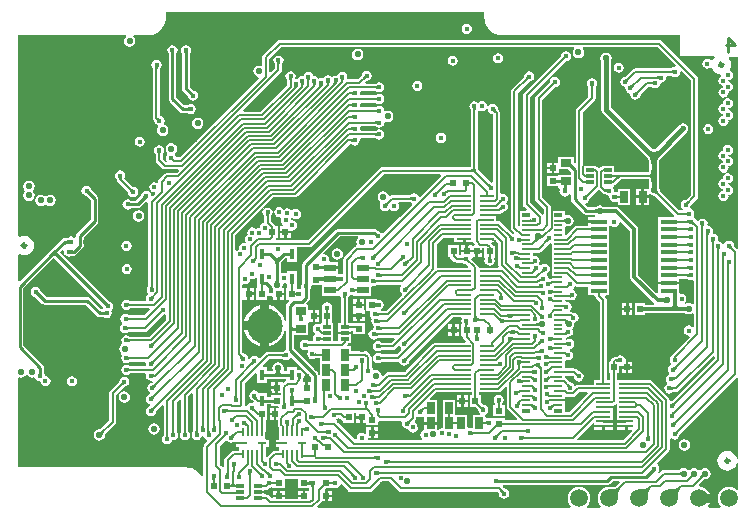
<source format=gbl>
G04*
G04 #@! TF.GenerationSoftware,Altium Limited,Altium Designer,22.6.1 (34)*
G04*
G04 Layer_Physical_Order=4*
G04 Layer_Color=16711680*
%FSLAX24Y24*%
%MOIN*%
G70*
G04*
G04 #@! TF.SameCoordinates,BFD713BD-E5D5-4BF8-98F0-1AC20243F701*
G04*
G04*
G04 #@! TF.FilePolarity,Positive*
G04*
G01*
G75*
%ADD10C,0.0098*%
%ADD11C,0.0079*%
%ADD13C,0.0100*%
%ADD15C,0.0059*%
%ADD17C,0.0118*%
%ADD30R,0.0453X0.0079*%
%ADD31R,0.0492X0.0079*%
%ADD33R,0.0197X0.0236*%
%ADD37R,0.0236X0.0197*%
%ADD40R,0.0256X0.0394*%
%ADD42R,0.0354X0.0256*%
%ADD90C,0.0591*%
%ADD91C,0.1181*%
%ADD92C,0.0217*%
%ADD93C,0.0177*%
%ADD94R,0.0394X0.0236*%
%ADD95R,0.0260X0.0091*%
%ADD96R,0.0260X0.0138*%
%ADD97R,0.0177X0.0374*%
%ADD98R,0.0551X0.0157*%
%ADD99R,0.0315X0.0079*%
%ADD100R,0.0079X0.0315*%
%ADD101R,0.0256X0.0130*%
%ADD102C,0.0177*%
G36*
X15744Y16535D02*
X15745Y16531D01*
X15744Y16526D01*
X15746Y16487D01*
X15750Y16473D01*
Y16458D01*
X15765Y16382D01*
X15773Y16364D01*
X15776Y16344D01*
X15806Y16273D01*
X15817Y16257D01*
X15824Y16238D01*
X15867Y16174D01*
X15881Y16160D01*
X15892Y16144D01*
X15947Y16089D01*
X15963Y16078D01*
X15977Y16064D01*
X16041Y16021D01*
X16060Y16014D01*
X16076Y16003D01*
X16147Y15973D01*
X16167Y15969D01*
X16185Y15962D01*
X16261Y15947D01*
X16276D01*
X16290Y15943D01*
X16329Y15941D01*
X16334Y15942D01*
X16339Y15941D01*
X22275Y15941D01*
Y15256D01*
X23402Y15256D01*
X23419Y15206D01*
X23400Y15192D01*
X23353Y15131D01*
X23314Y15123D01*
X23294Y15124D01*
X23244Y15158D01*
X23179Y15171D01*
X23114Y15158D01*
X23059Y15121D01*
X23022Y15065D01*
X23009Y15000D01*
X23022Y14935D01*
X23059Y14879D01*
X23114Y14842D01*
X23179Y14829D01*
X23244Y14842D01*
X23269Y14859D01*
X23330Y14841D01*
X23348Y14797D01*
X23400Y14729D01*
X23468Y14677D01*
X23547Y14644D01*
X23629Y14633D01*
X23633Y14622D01*
X23638Y14584D01*
X23590Y14552D01*
X23553Y14497D01*
X23540Y14431D01*
X23553Y14366D01*
X23590Y14311D01*
X23646Y14274D01*
X23694Y14264D01*
X23688Y14235D01*
X23694Y14205D01*
X23646Y14195D01*
X23590Y14158D01*
X23553Y14103D01*
X23540Y14038D01*
X23553Y13972D01*
X23590Y13917D01*
X23646Y13880D01*
X23711Y13867D01*
X23764Y13878D01*
X23783Y13831D01*
X23737Y13800D01*
X23700Y13744D01*
X23687Y13679D01*
X23692Y13653D01*
X23646Y13644D01*
X23590Y13607D01*
X23553Y13552D01*
X23540Y13486D01*
X23553Y13421D01*
X23590Y13366D01*
X23646Y13329D01*
X23694Y13319D01*
X23688Y13290D01*
X23694Y13260D01*
X23646Y13250D01*
X23590Y13213D01*
X23553Y13158D01*
X23540Y13093D01*
X23553Y13027D01*
X23590Y12972D01*
X23646Y12935D01*
X23711Y12922D01*
X23776Y12935D01*
X23832Y12972D01*
X23869Y13027D01*
X23882Y13093D01*
X23876Y13122D01*
X23924Y13132D01*
X23979Y13169D01*
X24016Y13224D01*
X24029Y13290D01*
X24016Y13355D01*
X23979Y13410D01*
X23924Y13447D01*
X23876Y13457D01*
X23882Y13486D01*
X23876Y13512D01*
X23923Y13521D01*
X23979Y13558D01*
X24016Y13614D01*
X24029Y13679D01*
X24016Y13744D01*
X23979Y13800D01*
X23923Y13837D01*
X23858Y13850D01*
X23805Y13839D01*
X23785Y13886D01*
X23832Y13917D01*
X23869Y13972D01*
X23882Y14038D01*
X23876Y14067D01*
X23924Y14077D01*
X23979Y14114D01*
X24016Y14169D01*
X24029Y14235D01*
X24016Y14300D01*
X23979Y14355D01*
X23924Y14392D01*
X23876Y14402D01*
X23882Y14431D01*
X23876Y14457D01*
X23923Y14466D01*
X23979Y14503D01*
X24016Y14559D01*
X24029Y14624D01*
X24016Y14689D01*
X23979Y14745D01*
X23952Y14762D01*
X23924Y14789D01*
X23930Y14831D01*
X23948Y14876D01*
X23960Y14961D01*
X23948Y15045D01*
X23916Y15124D01*
X23886Y15163D01*
X23910Y15213D01*
X24209D01*
Y8857D01*
X24159Y8836D01*
X24068Y8927D01*
X24068Y8927D01*
X24055Y8992D01*
X24018Y9048D01*
X23963Y9085D01*
X23898Y9098D01*
X23832Y9085D01*
X23777Y9048D01*
X23743Y8997D01*
X23717Y8992D01*
X23689Y8991D01*
X23664Y9028D01*
X23609Y9065D01*
X23566Y9074D01*
X23540Y9089D01*
X23529Y9126D01*
X23537Y9163D01*
X23524Y9229D01*
X23487Y9284D01*
X23431Y9321D01*
X23389Y9329D01*
X23363Y9344D01*
X23352Y9382D01*
X23360Y9419D01*
X23347Y9485D01*
X23310Y9540D01*
X23254Y9577D01*
X23212Y9585D01*
X23186Y9600D01*
X23175Y9638D01*
X23182Y9675D01*
X23169Y9740D01*
X23132Y9796D01*
X23077Y9833D01*
X23012Y9846D01*
X22947Y9833D01*
X22891Y9796D01*
X22865Y9757D01*
X22855Y9754D01*
X22797Y9792D01*
X22795Y9800D01*
X22758Y9855D01*
X22704Y9891D01*
X22727Y9925D01*
X22740Y9990D01*
X22727Y10055D01*
X22690Y10111D01*
X22634Y10148D01*
X22616Y10151D01*
X22593Y10207D01*
X22608Y10230D01*
X22621Y10295D01*
X22621Y10296D01*
X22821Y10496D01*
X22821Y10496D01*
X22847Y10535D01*
X22857Y10581D01*
Y14498D01*
X22857Y14498D01*
X22847Y14544D01*
X22821Y14583D01*
X21650Y15754D01*
X21611Y15781D01*
X21565Y15790D01*
X21565Y15790D01*
X8917D01*
X8917Y15790D01*
X8871Y15781D01*
X8832Y15754D01*
X8832Y15754D01*
X8370Y15292D01*
X8343Y15253D01*
X8334Y15207D01*
X8334Y15207D01*
Y14954D01*
X8284Y14924D01*
X8228Y14935D01*
X8155Y14920D01*
X8094Y14879D01*
X8052Y14817D01*
X8038Y14744D01*
X8052Y14671D01*
X8094Y14609D01*
X8155Y14568D01*
X8206Y14558D01*
X8225Y14506D01*
X5592Y11872D01*
X5466D01*
X5456Y11923D01*
X5429Y11963D01*
X5432Y12025D01*
X5440Y12031D01*
X5481Y12092D01*
X5496Y12165D01*
X5481Y12238D01*
X5440Y12300D01*
X5378Y12342D01*
X5305Y12356D01*
X5232Y12342D01*
X5170Y12300D01*
X5129Y12238D01*
X5114Y12165D01*
X5129Y12092D01*
X5170Y12031D01*
X5178Y12026D01*
Y12016D01*
X5172Y11969D01*
X5141Y11923D01*
X5128Y11857D01*
X5141Y11792D01*
X5158Y11766D01*
X5119Y11734D01*
X5022Y11831D01*
Y11986D01*
X5022Y11986D01*
X5059Y12041D01*
X5072Y12106D01*
X5059Y12172D01*
X5022Y12227D01*
X4967Y12264D01*
X4902Y12277D01*
X4836Y12264D01*
X4781Y12227D01*
X4744Y12172D01*
X4731Y12106D01*
X4744Y12041D01*
X4781Y11986D01*
X4781Y11986D01*
Y11782D01*
X4781Y11782D01*
X4790Y11735D01*
X4816Y11696D01*
X5003Y11509D01*
X5003Y11509D01*
X5042Y11483D01*
X5089Y11474D01*
X5528D01*
X5547Y11428D01*
X5490Y11370D01*
X5178D01*
X5178Y11370D01*
X5132Y11361D01*
X5093Y11335D01*
X5093Y11335D01*
X4905Y11147D01*
X4879Y11108D01*
X4870Y11062D01*
X4870Y11062D01*
Y11053D01*
X4820Y11027D01*
X4809Y11034D01*
X4744Y11047D01*
X4679Y11034D01*
X4623Y10997D01*
X4586Y10941D01*
X4573Y10876D01*
X4586Y10811D01*
X4623Y10755D01*
X4679Y10718D01*
X4744Y10705D01*
X4746Y10706D01*
X4771Y10660D01*
X4687Y10576D01*
X4660Y10584D01*
X4638Y10597D01*
X4626Y10656D01*
X4589Y10711D01*
X4534Y10748D01*
X4469Y10761D01*
X4403Y10748D01*
X4348Y10711D01*
X4311Y10656D01*
X4301Y10608D01*
X4129Y10436D01*
X3954D01*
X3914Y10463D01*
X3848Y10476D01*
X3783Y10463D01*
X3728Y10426D01*
X3691Y10370D01*
X3678Y10305D01*
X3691Y10240D01*
X3728Y10184D01*
X3783Y10148D01*
X3848Y10135D01*
X3914Y10148D01*
X3954Y10175D01*
X4183D01*
X4233Y10185D01*
X4275Y10213D01*
X4457Y10394D01*
X4489Y10395D01*
X4497Y10391D01*
X4535Y10349D01*
Y7572D01*
X4534Y7572D01*
X4498Y7516D01*
X4485Y7451D01*
X4498Y7386D01*
X4524Y7346D01*
X4534Y7331D01*
X4515Y7284D01*
X4503Y7276D01*
X4466Y7221D01*
X4453Y7156D01*
X4459Y7129D01*
X4418Y7079D01*
X3925D01*
X3925Y7079D01*
X3869Y7116D01*
X3804Y7129D01*
X3739Y7116D01*
X3683Y7079D01*
X3646Y7024D01*
X3633Y6959D01*
X3646Y6893D01*
X3683Y6838D01*
X3739Y6801D01*
X3804Y6788D01*
X3869Y6801D01*
X3925Y6838D01*
X3925Y6838D01*
X4563D01*
X4582Y6792D01*
X4407Y6616D01*
X3900D01*
X3900Y6617D01*
X3845Y6654D01*
X3780Y6667D01*
X3714Y6654D01*
X3659Y6617D01*
X3622Y6561D01*
X3609Y6496D01*
X3622Y6431D01*
X3659Y6375D01*
X3659Y6375D01*
Y6315D01*
X3639Y6302D01*
X3602Y6246D01*
X3589Y6181D01*
X3602Y6116D01*
X3639Y6060D01*
X3695Y6023D01*
X3760Y6011D01*
X3825Y6023D01*
X3880Y6060D01*
X3881Y6061D01*
X4419D01*
X4419Y6061D01*
X4465Y6070D01*
X4504Y6096D01*
X5039Y6631D01*
X5039Y6631D01*
X5085Y6640D01*
X5135Y6609D01*
Y6467D01*
X4566Y5898D01*
X3925D01*
X3925Y5898D01*
X3869Y5935D01*
X3804Y5948D01*
X3739Y5935D01*
X3683Y5898D01*
X3646Y5843D01*
X3633Y5778D01*
X3646Y5712D01*
X3656Y5698D01*
X3642Y5629D01*
X3625Y5617D01*
X3584Y5555D01*
X3569Y5482D01*
X3584Y5409D01*
X3625Y5347D01*
X3642Y5336D01*
X3656Y5267D01*
X3646Y5252D01*
X3633Y5187D01*
X3646Y5122D01*
X3683Y5066D01*
X3739Y5029D01*
X3804Y5016D01*
X3869Y5029D01*
X3925Y5066D01*
X3925Y5067D01*
X4418D01*
X4459Y5017D01*
X4453Y4990D01*
X4459Y4964D01*
X4418Y4914D01*
X3925D01*
X3925Y4914D01*
X3869Y4951D01*
X3804Y4964D01*
X3739Y4951D01*
X3683Y4914D01*
X3646Y4859D01*
X3633Y4793D01*
X3646Y4728D01*
X3683Y4673D01*
X3739Y4636D01*
X3804Y4623D01*
X3869Y4636D01*
X3925Y4673D01*
X3925Y4673D01*
X4418D01*
X4459Y4623D01*
X4453Y4596D01*
X4466Y4531D01*
X4503Y4476D01*
X4559Y4439D01*
X4624Y4426D01*
X4658Y4433D01*
X4689Y4388D01*
X4672Y4363D01*
X4610Y4351D01*
X4555Y4314D01*
X4518Y4258D01*
X4505Y4193D01*
X4518Y4128D01*
X4555Y4072D01*
X4610Y4035D01*
X4610Y4035D01*
X4610Y3984D01*
X4571Y3977D01*
X4515Y3940D01*
X4478Y3884D01*
X4465Y3819D01*
X4478Y3754D01*
X4515Y3698D01*
X4571Y3661D01*
X4586Y3658D01*
X4610Y3603D01*
X4596Y3580D01*
X4559Y3573D01*
X4503Y3536D01*
X4466Y3481D01*
X4453Y3415D01*
X4466Y3350D01*
X4503Y3295D01*
X4559Y3258D01*
X4624Y3245D01*
X4689Y3258D01*
X4745Y3295D01*
X4782Y3350D01*
X4795Y3415D01*
X4795Y3416D01*
X5001Y3622D01*
X5047Y3603D01*
Y2601D01*
X5047Y2601D01*
X5010Y2546D01*
X4997Y2480D01*
X5010Y2415D01*
X5047Y2360D01*
X5102Y2323D01*
X5167Y2310D01*
X5233Y2323D01*
X5288Y2360D01*
X5325Y2415D01*
X5332Y2451D01*
X5364Y2445D01*
X5429Y2458D01*
X5485Y2495D01*
X5522Y2550D01*
X5535Y2615D01*
X5522Y2681D01*
X5485Y2736D01*
X5485Y2736D01*
Y3716D01*
X5591Y3823D01*
X5637Y3803D01*
Y2729D01*
X5637Y2729D01*
X5600Y2674D01*
X5587Y2608D01*
X5600Y2543D01*
X5637Y2488D01*
X5693Y2451D01*
X5758Y2438D01*
X5823Y2451D01*
X5878Y2488D01*
X5915Y2543D01*
X5928Y2608D01*
X5915Y2674D01*
X5878Y2729D01*
X5878Y2729D01*
Y3915D01*
X5985Y4021D01*
X6031Y4002D01*
Y2739D01*
X6031Y2739D01*
X5994Y2683D01*
X5981Y2618D01*
X5994Y2553D01*
X6031Y2497D01*
X6086Y2461D01*
X6152Y2448D01*
X6217Y2461D01*
X6272Y2497D01*
X6309Y2553D01*
X6316Y2587D01*
X6347Y2596D01*
X6395Y2564D01*
X6398Y2553D01*
X6434Y2497D01*
X6490Y2461D01*
X6498Y2459D01*
X6512Y2411D01*
X6411Y2310D01*
X6385Y2270D01*
X6376Y2224D01*
X6376Y2224D01*
Y1268D01*
X6327Y1239D01*
X6321Y1242D01*
X6278Y1306D01*
X6264Y1320D01*
X6253Y1337D01*
X6199Y1391D01*
X6182Y1402D01*
X6168Y1416D01*
X6104Y1459D01*
X6086Y1467D01*
X6069Y1478D01*
X5998Y1507D01*
X5979Y1511D01*
X5961Y1518D01*
X5885Y1534D01*
X5870D01*
X5856Y1537D01*
X5817Y1539D01*
X5812Y1538D01*
X5807Y1539D01*
X201Y1539D01*
Y4514D01*
X251Y4545D01*
X305Y4534D01*
X378Y4548D01*
X440Y4590D01*
X462Y4623D01*
X522D01*
X544Y4590D01*
X606Y4548D01*
X679Y4534D01*
X722Y4542D01*
X777Y4521D01*
X814Y4466D01*
X870Y4429D01*
X894Y4424D01*
X942Y4409D01*
X955Y4344D01*
X992Y4289D01*
X1047Y4252D01*
X1112Y4239D01*
X1177Y4252D01*
X1233Y4289D01*
X1270Y4344D01*
X1283Y4409D01*
X1270Y4475D01*
X1233Y4530D01*
X1177Y4567D01*
X1154Y4572D01*
X1106Y4587D01*
X1093Y4652D01*
X1066Y4693D01*
Y4862D01*
X1056Y4912D01*
X1027Y4954D01*
X377Y5605D01*
Y7505D01*
X1398Y8526D01*
X3032Y6892D01*
X3038Y6862D01*
X3007Y6819D01*
X2964Y6817D01*
X2592Y7189D01*
X2550Y7217D01*
X2500Y7227D01*
X1137D01*
X955Y7409D01*
X945Y7457D01*
X908Y7512D01*
X853Y7549D01*
X787Y7562D01*
X722Y7549D01*
X667Y7512D01*
X630Y7457D01*
X617Y7392D01*
X630Y7326D01*
X667Y7271D01*
X722Y7234D01*
X770Y7225D01*
X990Y7004D01*
X1033Y6976D01*
X1083Y6966D01*
X2446D01*
X2831Y6581D01*
X2873Y6553D01*
X2923Y6543D01*
X3053D01*
X3087Y6520D01*
X3152Y6507D01*
X3218Y6520D01*
X3273Y6557D01*
X3310Y6612D01*
X3323Y6678D01*
X3310Y6743D01*
X3292Y6770D01*
X3319Y6789D01*
X3356Y6844D01*
X3369Y6909D01*
X3356Y6975D01*
X3319Y7030D01*
X3264Y7067D01*
X3216Y7077D01*
X1582Y8711D01*
X1668Y8797D01*
X1681Y8796D01*
X1721Y8741D01*
X1719Y8730D01*
X1732Y8665D01*
X1769Y8610D01*
X1824Y8573D01*
X1890Y8560D01*
X1955Y8573D01*
X1996Y8600D01*
X2047D01*
X2097Y8610D01*
X2139Y8638D01*
X2346Y8845D01*
X2374Y8887D01*
X2384Y8937D01*
Y9198D01*
X2838Y9652D01*
X2867Y9694D01*
X2877Y9744D01*
Y10500D01*
X2867Y10550D01*
X2838Y10593D01*
X2648Y10783D01*
X2639Y10831D01*
X2602Y10886D01*
X2547Y10923D01*
X2481Y10936D01*
X2416Y10923D01*
X2361Y10886D01*
X2324Y10831D01*
X2311Y10765D01*
X2324Y10700D01*
X2361Y10645D01*
X2416Y10608D01*
X2464Y10598D01*
X2616Y10446D01*
Y9798D01*
X2162Y9344D01*
X2133Y9302D01*
X2123Y9252D01*
Y9224D01*
X2073Y9201D01*
X2037Y9225D01*
X1971Y9238D01*
X1906Y9225D01*
X1865Y9198D01*
X1755D01*
X1705Y9188D01*
X1663Y9160D01*
X1305Y8803D01*
X247Y7744D01*
X201Y7764D01*
Y8627D01*
X251Y8649D01*
X319Y8621D01*
X404Y8609D01*
X488Y8621D01*
X567Y8653D01*
X635Y8705D01*
X687Y8773D01*
X720Y8852D01*
X731Y8937D01*
X720Y9022D01*
X687Y9101D01*
X635Y9169D01*
X567Y9221D01*
X488Y9253D01*
X404Y9265D01*
X319Y9253D01*
X251Y9225D01*
X201Y9247D01*
Y15941D01*
X3780D01*
X3795Y15891D01*
X3783Y15883D01*
X3741Y15821D01*
X3727Y15748D01*
X3741Y15675D01*
X3783Y15613D01*
X3844Y15572D01*
X3917Y15557D01*
X3990Y15572D01*
X4052Y15613D01*
X4093Y15675D01*
X4108Y15748D01*
X4093Y15821D01*
X4052Y15883D01*
X4040Y15891D01*
X4055Y15941D01*
X4528D01*
X4532Y15942D01*
X4537Y15941D01*
X4576Y15943D01*
X4590Y15947D01*
X4605D01*
X4681Y15962D01*
X4699Y15969D01*
X4719Y15973D01*
X4790Y16003D01*
X4806Y16014D01*
X4825Y16021D01*
X4889Y16064D01*
X4903Y16078D01*
X4919Y16089D01*
X4974Y16144D01*
X4985Y16160D01*
X4999Y16174D01*
X5042Y16238D01*
X5049Y16257D01*
X5060Y16273D01*
X5090Y16344D01*
X5094Y16364D01*
X5101Y16382D01*
X5116Y16458D01*
Y16473D01*
X5120Y16487D01*
X5122Y16526D01*
X5121Y16531D01*
X5122Y16535D01*
Y16728D01*
X15744D01*
Y16535D01*
D02*
G37*
G36*
X22123Y14941D02*
X22099Y14895D01*
X22096Y14895D01*
X22031Y14882D01*
X21976Y14845D01*
X21976Y14845D01*
X20768D01*
X20722Y14836D01*
X20683Y14810D01*
X20683Y14810D01*
X20443Y14570D01*
X20443Y14570D01*
X20378Y14557D01*
X20322Y14520D01*
X20285Y14465D01*
X20272Y14400D01*
X20285Y14334D01*
X20322Y14279D01*
X20378Y14242D01*
X20443Y14229D01*
X20440Y14188D01*
X20440Y14183D01*
X20440Y14183D01*
X20453Y14118D01*
X20490Y14062D01*
X20545Y14025D01*
X20567Y14021D01*
X20607Y13967D01*
X20620Y13901D01*
X20657Y13846D01*
X20712Y13809D01*
X20778Y13796D01*
X20843Y13809D01*
X20898Y13846D01*
X20935Y13901D01*
X20948Y13967D01*
X20948Y13967D01*
X21211Y14230D01*
X21322D01*
X21323Y14230D01*
X21378Y14193D01*
X21443Y14180D01*
X21508Y14193D01*
X21564Y14230D01*
X21601Y14285D01*
X21608Y14319D01*
X21624Y14367D01*
X21689Y14380D01*
X21745Y14417D01*
X21782Y14472D01*
X21795Y14537D01*
X21791Y14554D01*
X21832Y14604D01*
X21976D01*
X21976Y14604D01*
X22031Y14567D01*
X22096Y14554D01*
X22162Y14567D01*
X22217Y14604D01*
X22254Y14659D01*
X22267Y14724D01*
X22267Y14727D01*
X22313Y14751D01*
X22616Y14448D01*
Y10631D01*
X22451Y10466D01*
X22451Y10466D01*
X22385Y10453D01*
X22330Y10416D01*
X22293Y10361D01*
X22280Y10295D01*
X22293Y10230D01*
X22330Y10175D01*
X22351Y10161D01*
X22336Y10111D01*
X22245D01*
X21585Y10770D01*
X21588Y10787D01*
X21574Y10860D01*
X21568Y10869D01*
Y11260D01*
Y11773D01*
X21576Y11796D01*
X21587Y11818D01*
X22493Y12724D01*
X22530Y12779D01*
X22543Y12844D01*
X22530Y12910D01*
X22493Y12965D01*
X22437Y13002D01*
X22372Y13015D01*
X22307Y13002D01*
X22251Y12965D01*
X21428Y12141D01*
X21367D01*
X19974Y13535D01*
Y15096D01*
X19979Y15104D01*
X19994Y15177D01*
X19979Y15250D01*
X19938Y15312D01*
X19876Y15353D01*
X19803Y15368D01*
X19730Y15353D01*
X19668Y15312D01*
X19627Y15250D01*
X19612Y15177D01*
X19627Y15104D01*
X19633Y15096D01*
Y13464D01*
X19646Y13399D01*
X19683Y13343D01*
X21208Y11818D01*
X21218Y11796D01*
X21227Y11773D01*
Y11380D01*
X20242D01*
X20242Y11380D01*
X20242Y11380D01*
X20069D01*
Y11600D01*
X19656D01*
Y11569D01*
X19649Y11568D01*
X19610Y11542D01*
X19610Y11542D01*
X19562Y11494D01*
X19514Y11542D01*
X19478Y11566D01*
Y11600D01*
X19065D01*
X19028Y11632D01*
Y13375D01*
X19416Y13763D01*
X19416Y13763D01*
X19442Y13802D01*
X19451Y13848D01*
Y14220D01*
X19451Y14220D01*
X19488Y14275D01*
X19501Y14341D01*
X19488Y14406D01*
X19451Y14461D01*
X19396Y14498D01*
X19331Y14511D01*
X19265Y14498D01*
X19210Y14461D01*
X19173Y14406D01*
X19160Y14341D01*
X19173Y14275D01*
X19210Y14220D01*
X19210Y14220D01*
Y13898D01*
X18822Y13510D01*
X18796Y13471D01*
X18787Y13425D01*
X18787Y13425D01*
Y11698D01*
X18737Y11673D01*
X18720Y11685D01*
Y11890D01*
X18209D01*
Y11693D01*
X18076D01*
Y11516D01*
Y11339D01*
X18228D01*
Y11476D01*
X18536D01*
X18620Y11393D01*
Y11280D01*
X18209D01*
Y11260D01*
X17835D01*
Y10906D01*
X18209D01*
Y10866D01*
X18239D01*
X18266Y10816D01*
X18258Y10803D01*
X18245Y10738D01*
X18258Y10673D01*
X18295Y10618D01*
X18350Y10581D01*
X18415Y10568D01*
X18481Y10581D01*
X18536Y10618D01*
X18543Y10628D01*
X18611Y10639D01*
X18620Y10633D01*
Y10472D01*
X18629Y10423D01*
X18658Y10380D01*
X19038Y10000D01*
X19080Y9971D01*
X19130Y9962D01*
X19428D01*
X19445Y9942D01*
X19423Y9892D01*
X19203D01*
Y9779D01*
X19557D01*
Y9690D01*
X19203D01*
Y9599D01*
X18829D01*
X18783Y9590D01*
X18744Y9563D01*
X18744Y9563D01*
X18469Y9289D01*
X18419Y9310D01*
Y9560D01*
X18469Y9586D01*
X18533Y9573D01*
X18606Y9588D01*
X18668Y9629D01*
X18710Y9691D01*
X18724Y9764D01*
X18710Y9837D01*
X18668Y9899D01*
X18606Y9940D01*
X18533Y9954D01*
X18469Y9942D01*
X18419Y9968D01*
Y10098D01*
X18002D01*
X17965Y10130D01*
Y10207D01*
X17965Y10207D01*
X17956Y10253D01*
X17930Y10292D01*
X17670Y10552D01*
Y13798D01*
X18091Y14219D01*
X18091Y14219D01*
X18156Y14232D01*
X18211Y14269D01*
X18248Y14324D01*
X18261Y14390D01*
X18248Y14455D01*
X18211Y14510D01*
X18156Y14547D01*
X18091Y14560D01*
X18025Y14547D01*
X17970Y14510D01*
X17933Y14455D01*
X17920Y14390D01*
X17920Y14390D01*
X17464Y13933D01*
X17438Y13894D01*
X17429Y13848D01*
X17429Y13848D01*
Y10502D01*
X17429Y10502D01*
X17438Y10456D01*
X17464Y10417D01*
X17724Y10157D01*
Y9976D01*
X17674Y9961D01*
X17667Y9972D01*
X17667Y9972D01*
X17276Y10362D01*
Y13892D01*
X18460Y15076D01*
X18465Y15075D01*
X18530Y15088D01*
X18585Y15125D01*
X18622Y15181D01*
X18635Y15246D01*
X18622Y15311D01*
X18585Y15367D01*
X18530Y15404D01*
X18465Y15417D01*
X18399Y15404D01*
X18344Y15367D01*
X18307Y15311D01*
X18295Y15252D01*
X17070Y14027D01*
X17044Y13988D01*
X17035Y13942D01*
X17035Y13942D01*
Y10313D01*
X17035Y10313D01*
X17044Y10266D01*
X17070Y10227D01*
X17153Y10145D01*
X17134Y10098D01*
X16935D01*
Y9602D01*
X16889Y9576D01*
X16863Y9596D01*
Y14025D01*
X17234Y14396D01*
X17234Y14396D01*
X17300Y14409D01*
X17355Y14446D01*
X17392Y14502D01*
X17405Y14567D01*
X17392Y14632D01*
X17355Y14688D01*
X17300Y14725D01*
X17234Y14738D01*
X17169Y14725D01*
X17114Y14688D01*
X17077Y14632D01*
X17064Y14567D01*
X17064Y14567D01*
X16657Y14160D01*
X16631Y14121D01*
X16622Y14075D01*
X16622Y14075D01*
Y10308D01*
X16624Y10308D01*
X16622Y10305D01*
Y9536D01*
X16622Y9536D01*
X16631Y9490D01*
X16657Y9451D01*
X16730Y9378D01*
X16714Y9329D01*
X16687Y9325D01*
X16291Y9721D01*
X16252Y9747D01*
X16206Y9756D01*
X16206Y9756D01*
X16122D01*
Y9988D01*
X16229D01*
X16229Y9988D01*
X16275Y9997D01*
X16314Y10023D01*
X16356Y10066D01*
X16357Y10066D01*
X16422Y10079D01*
X16477Y10116D01*
X16514Y10171D01*
X16526Y10228D01*
X16525Y10237D01*
X16525Y10245D01*
X16523Y10253D01*
X16522Y10261D01*
X16519Y10268D01*
X16517Y10274D01*
X16513Y10280D01*
X16510Y10285D01*
X16505Y10290D01*
X16501Y10294D01*
X16515Y10296D01*
X16514Y10302D01*
X16477Y10357D01*
X16498Y10403D01*
X16514Y10427D01*
X16527Y10492D01*
X16514Y10557D01*
X16477Y10613D01*
X16422Y10650D01*
X16356Y10663D01*
X16328Y10657D01*
X16278Y10696D01*
Y13351D01*
X16278Y13351D01*
X16268Y13397D01*
X16242Y13436D01*
X16242Y13436D01*
X16194Y13484D01*
X16194Y13484D01*
X16181Y13550D01*
X16144Y13605D01*
X16089Y13642D01*
X16024Y13655D01*
X15958Y13642D01*
X15903Y13605D01*
X15887Y13581D01*
X15883Y13581D01*
X15837Y13596D01*
X15827Y13648D01*
X15790Y13703D01*
X15735Y13740D01*
X15669Y13753D01*
X15604Y13740D01*
X15570Y13717D01*
X15525Y13694D01*
X15470Y13731D01*
X15404Y13744D01*
X15339Y13731D01*
X15284Y13694D01*
X15247Y13639D01*
X15234Y13573D01*
X15247Y13508D01*
X15284Y13453D01*
X15284Y13453D01*
Y11552D01*
X12338D01*
X12338Y11552D01*
X12291Y11543D01*
X12252Y11517D01*
X12252Y11517D01*
X9852Y9116D01*
X8820D01*
X8793Y9166D01*
X8809Y9193D01*
X8848D01*
Y9587D01*
X8784D01*
X8784Y9589D01*
X8758Y9628D01*
X8634Y9751D01*
Y9921D01*
X8634Y9921D01*
X8671Y9977D01*
X8684Y10042D01*
X8671Y10107D01*
X8634Y10163D01*
X8579Y10200D01*
X8514Y10213D01*
X8448Y10200D01*
X8401Y10168D01*
X8369Y10207D01*
X8701Y10539D01*
X9429D01*
X9429Y10539D01*
X9475Y10548D01*
X9514Y10574D01*
X11251Y12311D01*
X11297Y12320D01*
X11352Y12283D01*
X11417Y12270D01*
X11483Y12283D01*
X11538Y12320D01*
X11575Y12376D01*
X11588Y12441D01*
X11583Y12467D01*
X11623Y12517D01*
X12117D01*
X12117Y12517D01*
X12172Y12480D01*
X12237Y12467D01*
X12303Y12480D01*
X12358Y12517D01*
X12395Y12573D01*
X12408Y12638D01*
X12395Y12703D01*
X12358Y12758D01*
X12303Y12795D01*
X12237Y12808D01*
X12172Y12795D01*
X12117Y12758D01*
X12117Y12758D01*
X11623D01*
X11583Y12808D01*
X11588Y12835D01*
X11583Y12861D01*
X11623Y12911D01*
X12117D01*
X12117Y12911D01*
X12172Y12874D01*
X12237Y12861D01*
X12303Y12874D01*
X12358Y12911D01*
X12395Y12966D01*
X12408Y13032D01*
X12408Y13033D01*
X12453Y13061D01*
X12520Y13048D01*
X12593Y13062D01*
X12655Y13103D01*
X12696Y13165D01*
X12710Y13238D01*
X12696Y13311D01*
X12655Y13373D01*
X12593Y13414D01*
X12520Y13429D01*
X12457Y13416D01*
X12449Y13418D01*
X12425Y13430D01*
X12404Y13446D01*
X12395Y13490D01*
X12358Y13546D01*
X12303Y13583D01*
X12237Y13596D01*
X12172Y13583D01*
X12117Y13546D01*
X12117Y13546D01*
X11623D01*
X11583Y13596D01*
X11588Y13622D01*
X11583Y13648D01*
X11623Y13698D01*
X12117D01*
X12117Y13698D01*
X12172Y13661D01*
X12237Y13648D01*
X12303Y13661D01*
X12358Y13698D01*
X12395Y13754D01*
X12408Y13819D01*
X12395Y13884D01*
X12358Y13940D01*
X12303Y13977D01*
X12237Y13989D01*
X12172Y13977D01*
X12117Y13940D01*
X12117Y13939D01*
X11623D01*
X11583Y13989D01*
X11588Y14016D01*
X11583Y14042D01*
X11623Y14092D01*
X12117D01*
X12117Y14092D01*
X12172Y14055D01*
X12237Y14042D01*
X12303Y14055D01*
X12358Y14092D01*
X12395Y14147D01*
X12408Y14213D01*
X12395Y14278D01*
X12358Y14333D01*
X12303Y14370D01*
X12237Y14383D01*
X12172Y14370D01*
X12117Y14333D01*
X12117Y14333D01*
X11793D01*
X11774Y14379D01*
X11821Y14426D01*
X11821Y14426D01*
X11886Y14439D01*
X11941Y14476D01*
X11978Y14531D01*
X11991Y14596D01*
X11978Y14662D01*
X11941Y14717D01*
X11886Y14754D01*
X11821Y14767D01*
X11756Y14754D01*
X11700Y14717D01*
X11663Y14662D01*
X11650Y14596D01*
X11650Y14596D01*
X11525Y14471D01*
X11205D01*
X11167Y14521D01*
X11173Y14551D01*
X11160Y14617D01*
X11123Y14672D01*
X11068Y14709D01*
X11002Y14722D01*
X10937Y14709D01*
X10882Y14672D01*
X10845Y14617D01*
X10842Y14604D01*
X10792Y14614D01*
X10727Y14601D01*
X10697Y14581D01*
X10648Y14565D01*
X10592Y14602D01*
X10527Y14615D01*
X10462Y14602D01*
X10406Y14565D01*
X10371Y14512D01*
X10309Y14525D01*
X10243Y14512D01*
X10224Y14499D01*
X10199Y14536D01*
X10144Y14573D01*
X10079Y14586D01*
X10038Y14577D01*
X10030Y14621D01*
X9993Y14677D01*
X9937Y14714D01*
X9872Y14727D01*
X9807Y14714D01*
X9751Y14677D01*
X9714Y14621D01*
X9708Y14589D01*
X9675Y14596D01*
X9610Y14583D01*
X9555Y14546D01*
X9521Y14496D01*
X9487Y14490D01*
X9472Y14489D01*
X9443Y14529D01*
X9452Y14577D01*
X9439Y14642D01*
X9402Y14697D01*
X9347Y14734D01*
X9281Y14747D01*
X9216Y14734D01*
X9161Y14697D01*
X9124Y14642D01*
X9111Y14577D01*
X9124Y14511D01*
X9161Y14456D01*
X9161Y14456D01*
Y14282D01*
X8277Y13398D01*
X7718D01*
X7699Y13444D01*
X8963Y14708D01*
X8989Y14748D01*
X8998Y14794D01*
Y14987D01*
X8999Y14988D01*
X9036Y15043D01*
X9049Y15108D01*
X9036Y15174D01*
X8999Y15229D01*
X8943Y15266D01*
X8878Y15279D01*
X8813Y15266D01*
X8757Y15229D01*
X8720Y15174D01*
X8707Y15108D01*
X8720Y15043D01*
X8757Y14988D01*
X8758Y14987D01*
Y14844D01*
X8621Y14707D01*
X8575Y14726D01*
Y15157D01*
X8967Y15549D01*
X18720D01*
X18736Y15499D01*
X18702Y15447D01*
X18687Y15374D01*
X18702Y15301D01*
X18743Y15239D01*
X18805Y15198D01*
X18878Y15183D01*
X18951Y15198D01*
X19013Y15239D01*
X19054Y15301D01*
X19069Y15374D01*
X19054Y15447D01*
X19019Y15499D01*
X19036Y15549D01*
X21515D01*
X22123Y14941D01*
D02*
G37*
G36*
X18460Y15158D02*
X18454Y15158D01*
X18447Y15157D01*
X18441Y15155D01*
X18434Y15153D01*
X18428Y15150D01*
X18421Y15147D01*
X18415Y15143D01*
X18408Y15138D01*
X18402Y15132D01*
X18395Y15126D01*
X18342Y15184D01*
X18348Y15191D01*
X18359Y15204D01*
X18363Y15210D01*
X18367Y15217D01*
X18370Y15223D01*
X18373Y15230D01*
X18374Y15236D01*
X18376Y15242D01*
X18376Y15249D01*
X18460Y15158D01*
D02*
G37*
G36*
X8936Y15040D02*
X8932Y15035D01*
X8928Y15029D01*
X8925Y15023D01*
X8923Y15017D01*
X8921Y15009D01*
X8919Y15002D01*
X8918Y14994D01*
X8918Y14985D01*
X8917Y14976D01*
X8839D01*
X8838Y14985D01*
X8838Y14994D01*
X8837Y15002D01*
X8835Y15009D01*
X8833Y15017D01*
X8830Y15023D01*
X8827Y15029D01*
X8824Y15035D01*
X8820Y15040D01*
X8816Y15045D01*
X8940D01*
X8936Y15040D01*
D02*
G37*
G36*
X22033Y14662D02*
X22029Y14667D01*
X22023Y14671D01*
X22018Y14674D01*
X22011Y14677D01*
X22005Y14679D01*
X21998Y14681D01*
X21990Y14683D01*
X21982Y14684D01*
X21973Y14685D01*
X21964Y14685D01*
Y14764D01*
X21973Y14764D01*
X21982Y14765D01*
X21990Y14766D01*
X21998Y14767D01*
X22005Y14769D01*
X22011Y14772D01*
X22018Y14775D01*
X22023Y14778D01*
X22029Y14782D01*
X22033Y14786D01*
Y14662D01*
D02*
G37*
G36*
X21561Y14475D02*
X21556Y14480D01*
X21551Y14484D01*
X21545Y14487D01*
X21539Y14490D01*
X21532Y14492D01*
X21525Y14494D01*
X21518Y14496D01*
X21509Y14497D01*
X21501Y14498D01*
X21492Y14498D01*
Y14577D01*
X21501Y14577D01*
X21509Y14578D01*
X21518Y14579D01*
X21525Y14580D01*
X21532Y14582D01*
X21539Y14585D01*
X21545Y14588D01*
X21551Y14591D01*
X21556Y14595D01*
X21561Y14599D01*
Y14475D01*
D02*
G37*
G36*
X11820Y14508D02*
X11814Y14508D01*
X11807Y14507D01*
X11801Y14505D01*
X11794Y14503D01*
X11788Y14500D01*
X11781Y14496D01*
X11775Y14492D01*
X11768Y14487D01*
X11762Y14481D01*
X11755Y14475D01*
X11699Y14531D01*
X11706Y14537D01*
X11711Y14544D01*
X11716Y14550D01*
X11721Y14557D01*
X11724Y14563D01*
X11727Y14570D01*
X11729Y14576D01*
X11731Y14583D01*
X11732Y14589D01*
X11732Y14596D01*
X11820Y14508D01*
D02*
G37*
G36*
X17233Y14478D02*
X17227Y14478D01*
X17221Y14477D01*
X17214Y14476D01*
X17208Y14473D01*
X17201Y14470D01*
X17195Y14467D01*
X17188Y14462D01*
X17182Y14457D01*
X17175Y14452D01*
X17168Y14445D01*
X17113Y14501D01*
X17119Y14508D01*
X17125Y14514D01*
X17130Y14521D01*
X17134Y14527D01*
X17138Y14534D01*
X17141Y14540D01*
X17143Y14547D01*
X17144Y14553D01*
X17145Y14560D01*
X17146Y14566D01*
X17233Y14478D01*
D02*
G37*
G36*
X9339Y14509D02*
X9335Y14504D01*
X9332Y14498D01*
X9329Y14492D01*
X9327Y14485D01*
X9324Y14478D01*
X9323Y14470D01*
X9322Y14462D01*
X9321Y14453D01*
X9321Y14444D01*
X9242D01*
X9242Y14453D01*
X9241Y14462D01*
X9240Y14470D01*
X9238Y14478D01*
X9236Y14485D01*
X9234Y14492D01*
X9231Y14498D01*
X9228Y14504D01*
X9224Y14509D01*
X9219Y14514D01*
X9344D01*
X9339Y14509D01*
D02*
G37*
G36*
X9930Y14488D02*
X9926Y14483D01*
X9923Y14477D01*
X9920Y14471D01*
X9917Y14464D01*
X9915Y14457D01*
X9913Y14449D01*
X9912Y14441D01*
X9912Y14433D01*
X9911Y14423D01*
X9833D01*
X9832Y14433D01*
X9832Y14441D01*
X9831Y14449D01*
X9829Y14457D01*
X9827Y14464D01*
X9825Y14471D01*
X9822Y14477D01*
X9818Y14483D01*
X9814Y14488D01*
X9810Y14493D01*
X9934D01*
X9930Y14488D01*
D02*
G37*
G36*
X11060Y14483D02*
X11056Y14478D01*
X11053Y14473D01*
X11050Y14466D01*
X11047Y14460D01*
X11045Y14453D01*
X11044Y14445D01*
X11043Y14437D01*
X11042Y14428D01*
X11042Y14419D01*
X10963D01*
X10963Y14428D01*
X10962Y14437D01*
X10961Y14445D01*
X10959Y14453D01*
X10957Y14460D01*
X10955Y14466D01*
X10952Y14473D01*
X10948Y14478D01*
X10945Y14483D01*
X10940Y14488D01*
X11064D01*
X11060Y14483D01*
D02*
G37*
G36*
X20564Y14465D02*
X20558Y14459D01*
X20552Y14452D01*
X20548Y14446D01*
X20543Y14439D01*
X20540Y14433D01*
X20537Y14426D01*
X20534Y14420D01*
X20533Y14413D01*
X20532Y14407D01*
X20531Y14400D01*
X20444Y14488D01*
X20450Y14488D01*
X20457Y14489D01*
X20463Y14491D01*
X20469Y14493D01*
X20476Y14496D01*
X20482Y14500D01*
X20489Y14504D01*
X20496Y14509D01*
X20502Y14515D01*
X20509Y14521D01*
X20564Y14465D01*
D02*
G37*
G36*
X10583Y14375D02*
X10579Y14370D01*
X10576Y14365D01*
X10574Y14359D01*
X10571Y14353D01*
X10570Y14346D01*
X10568Y14338D01*
X10567Y14330D01*
X10566Y14321D01*
X10566Y14312D01*
X10488D01*
X10487Y14321D01*
X10486Y14338D01*
X10484Y14346D01*
X10482Y14353D01*
X10480Y14359D01*
X10478Y14365D01*
X10474Y14370D01*
X10471Y14375D01*
X10467Y14379D01*
X10587D01*
X10583Y14375D01*
D02*
G37*
G36*
X9733Y14357D02*
X9729Y14352D01*
X9726Y14347D01*
X9723Y14340D01*
X9720Y14334D01*
X9718Y14327D01*
X9717Y14319D01*
X9715Y14311D01*
X9715Y14302D01*
X9715Y14293D01*
X9636D01*
X9636Y14302D01*
X9635Y14311D01*
X9634Y14319D01*
X9632Y14327D01*
X9630Y14334D01*
X9628Y14340D01*
X9625Y14347D01*
X9621Y14352D01*
X9617Y14357D01*
X9613Y14362D01*
X9737D01*
X9733Y14357D01*
D02*
G37*
G36*
X10836Y14367D02*
X10766Y14291D01*
X10700Y14336D01*
X10706Y14343D01*
X10712Y14350D01*
X10716Y14356D01*
X10720Y14362D01*
X10722Y14368D01*
X10723Y14374D01*
X10724Y14379D01*
X10723Y14384D01*
X10722Y14389D01*
X10719Y14393D01*
X10836Y14367D01*
D02*
G37*
G36*
X21380Y14288D02*
X21375Y14293D01*
X21370Y14297D01*
X21364Y14300D01*
X21358Y14303D01*
X21351Y14305D01*
X21344Y14307D01*
X21337Y14309D01*
X21328Y14310D01*
X21320Y14311D01*
X21311Y14311D01*
X21311Y14390D01*
X21320Y14390D01*
X21328Y14391D01*
X21337Y14392D01*
X21344Y14393D01*
X21351Y14395D01*
X21358Y14398D01*
X21364Y14401D01*
X21370Y14404D01*
X21375Y14408D01*
X21380Y14412D01*
X21380Y14288D01*
D02*
G37*
G36*
X10141Y14352D02*
X10136Y14347D01*
X10133Y14342D01*
X10129Y14336D01*
X10126Y14330D01*
X10124Y14323D01*
X10122Y14316D01*
X10120Y14308D01*
X10119Y14300D01*
X10118Y14292D01*
X10118Y14282D01*
X10039Y14282D01*
X10039Y14292D01*
X10038Y14300D01*
X10037Y14308D01*
X10036Y14316D01*
X10034Y14323D01*
X10031Y14330D01*
X10028Y14336D01*
X10025Y14342D01*
X10021Y14347D01*
X10017Y14352D01*
X10141Y14352D01*
D02*
G37*
G36*
X18090Y14301D02*
X18084Y14301D01*
X18077Y14300D01*
X18071Y14298D01*
X18064Y14296D01*
X18058Y14293D01*
X18051Y14289D01*
X18045Y14285D01*
X18038Y14280D01*
X18032Y14275D01*
X18025Y14268D01*
X17969Y14324D01*
X17976Y14331D01*
X17981Y14337D01*
X17986Y14344D01*
X17990Y14350D01*
X17994Y14357D01*
X17997Y14363D01*
X17999Y14370D01*
X18001Y14376D01*
X18002Y14383D01*
X18002Y14389D01*
X18090Y14301D01*
D02*
G37*
G36*
X19388Y14273D02*
X19385Y14267D01*
X19381Y14262D01*
X19378Y14256D01*
X19376Y14249D01*
X19374Y14242D01*
X19372Y14234D01*
X19371Y14226D01*
X19370Y14217D01*
X19370Y14208D01*
X19291D01*
X19291Y14217D01*
X19290Y14226D01*
X19289Y14234D01*
X19288Y14242D01*
X19286Y14249D01*
X19283Y14256D01*
X19280Y14262D01*
X19277Y14267D01*
X19273Y14273D01*
X19269Y14277D01*
X19393D01*
X19388Y14273D01*
D02*
G37*
G36*
X10353Y14277D02*
X10284Y14201D01*
X10218Y14246D01*
X10224Y14253D01*
X10230Y14259D01*
X10234Y14265D01*
X10238Y14271D01*
X10240Y14277D01*
X10241Y14283D01*
X10242Y14288D01*
X10241Y14293D01*
X10240Y14297D01*
X10237Y14302D01*
X10353Y14277D01*
D02*
G37*
G36*
X20732Y14249D02*
X20725Y14242D01*
X20720Y14236D01*
X20715Y14229D01*
X20711Y14223D01*
X20707Y14216D01*
X20704Y14210D01*
X20702Y14203D01*
X20700Y14197D01*
X20699Y14190D01*
X20699Y14184D01*
X20611Y14272D01*
X20617Y14272D01*
X20624Y14273D01*
X20630Y14274D01*
X20637Y14277D01*
X20643Y14280D01*
X20650Y14283D01*
X20656Y14288D01*
X20663Y14293D01*
X20669Y14298D01*
X20676Y14305D01*
X20732Y14249D01*
D02*
G37*
G36*
X9520Y14239D02*
X9457Y14157D01*
X9386Y14197D01*
X9392Y14204D01*
X9398Y14211D01*
X9402Y14217D01*
X9406Y14223D01*
X9408Y14228D01*
X9410Y14233D01*
X9410Y14238D01*
X9409Y14242D01*
X9408Y14246D01*
X9405Y14249D01*
X9520Y14239D01*
D02*
G37*
G36*
X12174Y14151D02*
X12169Y14155D01*
X12164Y14159D01*
X12159Y14162D01*
X12152Y14165D01*
X12146Y14168D01*
X12138Y14170D01*
X12131Y14171D01*
X12123Y14172D01*
X12114Y14173D01*
X12105Y14173D01*
X12105Y14252D01*
X12114Y14252D01*
X12123Y14253D01*
X12131Y14254D01*
X12138Y14256D01*
X12146Y14258D01*
X12152Y14260D01*
X12159Y14263D01*
X12164Y14266D01*
X12169Y14270D01*
X12174Y14275D01*
X12174Y14151D01*
D02*
G37*
G36*
X20899Y14032D02*
X20893Y14026D01*
X20887Y14019D01*
X20882Y14013D01*
X20878Y14006D01*
X20874Y14000D01*
X20871Y13993D01*
X20869Y13987D01*
X20867Y13980D01*
X20866Y13974D01*
X20866Y13967D01*
X20778Y14055D01*
X20785Y14055D01*
X20791Y14056D01*
X20798Y14058D01*
X20804Y14060D01*
X20811Y14063D01*
X20817Y14067D01*
X20824Y14071D01*
X20830Y14076D01*
X20837Y14082D01*
X20843Y14088D01*
X20899Y14032D01*
D02*
G37*
G36*
X11354Y13954D02*
X11349Y13958D01*
X11344Y13962D01*
X11339Y13965D01*
X11332Y13968D01*
X11326Y13971D01*
X11318Y13973D01*
X11311Y13974D01*
X11303Y13975D01*
X11294Y13976D01*
X11285Y13976D01*
Y14055D01*
X11294Y14055D01*
X11303Y14056D01*
X11311Y14057D01*
X11318Y14059D01*
X11326Y14061D01*
X11332Y14063D01*
X11339Y14066D01*
X11344Y14070D01*
X11349Y14073D01*
X11354Y14078D01*
Y13954D01*
D02*
G37*
G36*
X12174Y13757D02*
X12169Y13761D01*
X12164Y13765D01*
X12159Y13768D01*
X12152Y13771D01*
X12146Y13774D01*
X12138Y13776D01*
X12131Y13777D01*
X12123Y13779D01*
X12114Y13779D01*
X12105Y13780D01*
Y13858D01*
X12114Y13858D01*
X12123Y13859D01*
X12131Y13860D01*
X12138Y13862D01*
X12146Y13864D01*
X12152Y13866D01*
X12159Y13869D01*
X12164Y13873D01*
X12169Y13877D01*
X12174Y13881D01*
Y13757D01*
D02*
G37*
G36*
X11354Y13560D02*
X11349Y13564D01*
X11344Y13568D01*
X11339Y13572D01*
X11332Y13575D01*
X11326Y13577D01*
X11318Y13579D01*
X11311Y13581D01*
X11303Y13582D01*
X11294Y13582D01*
X11285Y13583D01*
Y13661D01*
X11294Y13662D01*
X11303Y13662D01*
X11311Y13663D01*
X11318Y13665D01*
X11326Y13667D01*
X11332Y13670D01*
X11339Y13672D01*
X11344Y13676D01*
X11349Y13680D01*
X11354Y13684D01*
Y13560D01*
D02*
G37*
G36*
X15462Y13505D02*
X15458Y13500D01*
X15455Y13495D01*
X15452Y13488D01*
X15449Y13482D01*
X15447Y13475D01*
X15446Y13467D01*
X15445Y13459D01*
X15444Y13450D01*
X15444Y13441D01*
X15365D01*
X15365Y13450D01*
X15364Y13459D01*
X15363Y13467D01*
X15361Y13475D01*
X15359Y13482D01*
X15357Y13488D01*
X15354Y13495D01*
X15350Y13500D01*
X15347Y13505D01*
X15342Y13510D01*
X15466D01*
X15462Y13505D01*
D02*
G37*
G36*
X15810Y13485D02*
X15856Y13471D01*
X15866Y13419D01*
X15903Y13364D01*
X15958Y13327D01*
X16024Y13314D01*
X16037Y13267D01*
Y11074D01*
X15987Y11033D01*
X15970Y11037D01*
X15970Y11037D01*
X15525Y11482D01*
Y13418D01*
X15575Y13445D01*
X15604Y13425D01*
X15669Y13412D01*
X15735Y13425D01*
X15790Y13462D01*
X15806Y13486D01*
X15810Y13485D01*
D02*
G37*
G36*
X12174Y13363D02*
X12169Y13367D01*
X12164Y13371D01*
X12159Y13375D01*
X12152Y13378D01*
X12146Y13380D01*
X12138Y13382D01*
X12131Y13384D01*
X12123Y13385D01*
X12114Y13386D01*
X12105Y13386D01*
Y13465D01*
X12114Y13465D01*
X12123Y13465D01*
X12131Y13467D01*
X12138Y13468D01*
X12146Y13470D01*
X12152Y13473D01*
X12159Y13476D01*
X12164Y13479D01*
X12169Y13483D01*
X12174Y13487D01*
Y13363D01*
D02*
G37*
G36*
X16112Y13477D02*
X16113Y13471D01*
X16115Y13464D01*
X16117Y13458D01*
X16120Y13451D01*
X16124Y13445D01*
X16128Y13438D01*
X16133Y13432D01*
X16139Y13425D01*
X16145Y13418D01*
X16089Y13363D01*
X16083Y13369D01*
X16076Y13375D01*
X16070Y13380D01*
X16063Y13384D01*
X16057Y13388D01*
X16050Y13391D01*
X16044Y13393D01*
X16037Y13394D01*
X16031Y13395D01*
X16025Y13396D01*
X16112Y13483D01*
X16112Y13477D01*
D02*
G37*
G36*
X11354Y13166D02*
X11349Y13171D01*
X11344Y13174D01*
X11339Y13178D01*
X11332Y13181D01*
X11326Y13183D01*
X11318Y13185D01*
X11311Y13187D01*
X11303Y13188D01*
X11294Y13189D01*
X11285Y13189D01*
Y13268D01*
X11294Y13268D01*
X11303Y13269D01*
X11311Y13270D01*
X11318Y13271D01*
X11326Y13273D01*
X11332Y13276D01*
X11339Y13279D01*
X11344Y13282D01*
X11349Y13286D01*
X11354Y13290D01*
Y13166D01*
D02*
G37*
G36*
X12174Y12969D02*
X12169Y12974D01*
X12164Y12978D01*
X12159Y12981D01*
X12152Y12984D01*
X12146Y12986D01*
X12138Y12989D01*
X12131Y12990D01*
X12123Y12991D01*
X12114Y12992D01*
X12105Y12992D01*
Y13071D01*
X12114Y13071D01*
X12123Y13072D01*
X12131Y13073D01*
X12138Y13074D01*
X12146Y13077D01*
X12152Y13079D01*
X12159Y13082D01*
X12164Y13085D01*
X12169Y13089D01*
X12174Y13094D01*
Y12969D01*
D02*
G37*
G36*
X11354Y12773D02*
X11349Y12777D01*
X11344Y12781D01*
X11339Y12784D01*
X11332Y12787D01*
X11326Y12790D01*
X11318Y12792D01*
X11311Y12793D01*
X11303Y12794D01*
X11294Y12795D01*
X11285Y12795D01*
Y12874D01*
X11294Y12874D01*
X11303Y12875D01*
X11311Y12876D01*
X11318Y12878D01*
X11326Y12880D01*
X11332Y12882D01*
X11339Y12885D01*
X11344Y12888D01*
X11349Y12892D01*
X11354Y12897D01*
Y12773D01*
D02*
G37*
G36*
X12174Y12576D02*
X12169Y12580D01*
X12164Y12584D01*
X12159Y12587D01*
X12152Y12590D01*
X12146Y12593D01*
X12138Y12595D01*
X12131Y12596D01*
X12123Y12598D01*
X12114Y12598D01*
X12105Y12598D01*
Y12677D01*
X12114Y12677D01*
X12123Y12678D01*
X12131Y12679D01*
X12138Y12681D01*
X12146Y12683D01*
X12152Y12685D01*
X12159Y12688D01*
X12164Y12692D01*
X12169Y12696D01*
X12174Y12700D01*
Y12576D01*
D02*
G37*
G36*
X11354Y12379D02*
X11349Y12383D01*
X11344Y12387D01*
X11339Y12390D01*
X11332Y12393D01*
X11326Y12396D01*
X11318Y12398D01*
X11311Y12400D01*
X11303Y12401D01*
X11294Y12401D01*
X11285Y12402D01*
Y12480D01*
X11294Y12481D01*
X11303Y12481D01*
X11311Y12482D01*
X11318Y12484D01*
X11326Y12486D01*
X11332Y12488D01*
X11339Y12491D01*
X11344Y12495D01*
X11349Y12499D01*
X11354Y12503D01*
Y12379D01*
D02*
G37*
G36*
X21611Y11958D02*
X21587Y11933D01*
X21566Y11906D01*
X21547Y11879D01*
X21531Y11850D01*
X21517Y11820D01*
X21506Y11789D01*
X21497Y11758D01*
X21491Y11725D01*
X21487Y11691D01*
X21486Y11656D01*
X21309D01*
X21308Y11691D01*
X21304Y11725D01*
X21298Y11758D01*
X21289Y11789D01*
X21277Y11820D01*
X21264Y11850D01*
X21247Y11879D01*
X21229Y11906D01*
X21207Y11933D01*
X21184Y11958D01*
X21272Y12120D01*
X21297Y12098D01*
X21322Y12080D01*
X21347Y12068D01*
X21372Y12060D01*
X21397Y12058D01*
X21422Y12060D01*
X21447Y12068D01*
X21473Y12080D01*
X21498Y12098D01*
X21523Y12120D01*
X21611Y11958D01*
D02*
G37*
G36*
X4959Y12038D02*
X4955Y12033D01*
X4952Y12027D01*
X4949Y12021D01*
X4947Y12015D01*
X4945Y12007D01*
X4943Y12000D01*
X4942Y11992D01*
X4941Y11983D01*
X4941Y11974D01*
X4862D01*
X4862Y11983D01*
X4861Y11992D01*
X4860Y12000D01*
X4859Y12007D01*
X4857Y12015D01*
X4854Y12021D01*
X4851Y12027D01*
X4848Y12033D01*
X4844Y12038D01*
X4840Y12043D01*
X4964D01*
X4959Y12038D01*
D02*
G37*
G36*
X5387Y11850D02*
X5388Y11844D01*
X5390Y11837D01*
X5392Y11831D01*
X5395Y11824D01*
X5399Y11818D01*
X5403Y11811D01*
X5408Y11805D01*
X5413Y11798D01*
X5420Y11792D01*
X5364Y11736D01*
X5357Y11742D01*
X5351Y11748D01*
X5344Y11753D01*
X5338Y11757D01*
X5331Y11761D01*
X5325Y11764D01*
X5318Y11766D01*
X5312Y11768D01*
X5305Y11769D01*
X5299Y11769D01*
X5387Y11856D01*
X5387Y11850D01*
D02*
G37*
G36*
X15444Y11527D02*
X15444Y11512D01*
X15446Y11497D01*
X15449Y11482D01*
X15453Y11468D01*
X15458Y11454D01*
X15464Y11441D01*
X15471Y11428D01*
X15479Y11416D01*
X15489Y11404D01*
X15499Y11393D01*
X15444Y11337D01*
X15432Y11348D01*
X15420Y11357D01*
X15408Y11365D01*
X15395Y11373D01*
X15382Y11379D01*
X15369Y11384D01*
X15354Y11388D01*
X15340Y11390D01*
X15325Y11392D01*
X15309Y11393D01*
X15286Y11471D01*
X15301Y11472D01*
X15315Y11475D01*
X15326Y11478D01*
X15337Y11484D01*
X15345Y11491D01*
X15352Y11500D01*
X15358Y11510D01*
X15362Y11522D01*
X15364Y11535D01*
X15365Y11550D01*
X15444Y11527D01*
D02*
G37*
G36*
X20337Y11220D02*
X20321Y11220D01*
X20306Y11218D01*
X20292Y11215D01*
X20278Y11212D01*
X20264Y11207D01*
X20251Y11200D01*
X20238Y11193D01*
X20226Y11185D01*
X20214Y11175D01*
X20202Y11165D01*
X20091D01*
X20101Y11175D01*
X20108Y11185D01*
X20112Y11193D01*
X20114Y11200D01*
X20113Y11207D01*
X20110Y11212D01*
X20103Y11215D01*
X20094Y11218D01*
X20082Y11220D01*
X20068Y11220D01*
X20242Y11299D01*
X20337Y11220D01*
D02*
G37*
G36*
X21486Y11260D02*
X21309Y11043D01*
X21308Y11077D01*
X21306Y11107D01*
X21302Y11134D01*
X21296Y11157D01*
X21289Y11176D01*
X21280Y11192D01*
X21270Y11205D01*
X21258Y11213D01*
X21245Y11219D01*
X21230Y11220D01*
Y11299D01*
X21245Y11301D01*
X21258Y11306D01*
X21270Y11315D01*
X21280Y11328D01*
X21289Y11343D01*
X21296Y11363D01*
X21302Y11386D01*
X21306Y11413D01*
X21308Y11443D01*
X21309Y11476D01*
X21486Y11260D01*
D02*
G37*
G36*
X15911Y10981D02*
X15918Y10976D01*
X15924Y10971D01*
X15931Y10966D01*
X15937Y10963D01*
X15944Y10960D01*
X15950Y10957D01*
X15957Y10956D01*
X15963Y10955D01*
X15969Y10955D01*
X15882Y10867D01*
X15881Y10873D01*
X15880Y10880D01*
X15879Y10886D01*
X15877Y10893D01*
X15874Y10899D01*
X15870Y10906D01*
X15866Y10912D01*
X15861Y10919D01*
X15855Y10925D01*
X15849Y10932D01*
X15904Y10988D01*
X15911Y10981D01*
D02*
G37*
G36*
X18465Y10855D02*
X18467Y10830D01*
X18468Y10824D01*
X18469Y10818D01*
X18471Y10812D01*
X18473Y10808D01*
X18475Y10804D01*
X18477Y10801D01*
X18353D01*
X18356Y10804D01*
X18358Y10808D01*
X18360Y10812D01*
X18362Y10818D01*
X18363Y10824D01*
X18364Y10830D01*
X18366Y10846D01*
X18366Y10855D01*
X18366Y10865D01*
X18465D01*
X18465Y10855D01*
D02*
G37*
G36*
X14520Y10730D02*
X14513Y10723D01*
X14491Y10698D01*
X14489Y10695D01*
X14487Y10692D01*
X14486Y10689D01*
X14486Y10688D01*
X14423Y10755D01*
X14425Y10755D01*
X14427Y10755D01*
X14430Y10757D01*
X14433Y10759D01*
X14437Y10761D01*
X14447Y10769D01*
X14458Y10779D01*
X14464Y10786D01*
X14520Y10730D01*
D02*
G37*
G36*
X19816Y10722D02*
X19815Y10723D01*
X19813Y10724D01*
X19810Y10725D01*
X19806Y10726D01*
X19801Y10727D01*
X19789Y10728D01*
X19773Y10728D01*
X19764Y10728D01*
Y10807D01*
X19773Y10807D01*
X19806Y10809D01*
X19810Y10810D01*
X19813Y10811D01*
X19815Y10812D01*
X19816Y10814D01*
Y10722D01*
D02*
G37*
G36*
X21506Y10776D02*
X21507Y10766D01*
X21509Y10757D01*
X21512Y10748D01*
X21515Y10739D01*
X21519Y10730D01*
X21524Y10722D01*
X21529Y10713D01*
X21536Y10706D01*
X21543Y10698D01*
X21487Y10642D01*
X21479Y10649D01*
X21472Y10656D01*
X21463Y10661D01*
X21455Y10666D01*
X21446Y10670D01*
X21437Y10673D01*
X21428Y10676D01*
X21419Y10678D01*
X21409Y10679D01*
X21399Y10679D01*
X21506Y10786D01*
X21506Y10776D01*
D02*
G37*
G36*
X2570Y10761D02*
X2571Y10757D01*
X2573Y10752D01*
X2575Y10747D01*
X2579Y10742D01*
X2583Y10736D01*
X2593Y10724D01*
X2599Y10717D01*
X2606Y10710D01*
X2536Y10641D01*
X2529Y10648D01*
X2510Y10664D01*
X2505Y10668D01*
X2499Y10671D01*
X2495Y10674D01*
X2490Y10675D01*
X2486Y10676D01*
X2482Y10677D01*
X2570Y10764D01*
X2570Y10761D01*
D02*
G37*
G36*
X14206Y10686D02*
X14200Y10679D01*
X14194Y10673D01*
X14189Y10666D01*
X14185Y10660D01*
X14181Y10653D01*
X14178Y10647D01*
X14176Y10640D01*
X14174Y10634D01*
X14174Y10627D01*
X14173Y10621D01*
X14086Y10709D01*
X14092Y10709D01*
X14098Y10710D01*
X14105Y10711D01*
X14111Y10714D01*
X14118Y10717D01*
X14124Y10720D01*
X14131Y10725D01*
X14137Y10730D01*
X14144Y10735D01*
X14151Y10742D01*
X14206Y10686D01*
D02*
G37*
G36*
X14295Y11265D02*
X13599Y10570D01*
X13542Y10583D01*
X13516Y10623D01*
X13460Y10660D01*
X13395Y10673D01*
X13330Y10660D01*
X13274Y10623D01*
X13274Y10623D01*
X12668D01*
X12622Y10614D01*
X12605Y10603D01*
X12550Y10623D01*
X12548Y10634D01*
X12507Y10696D01*
X12445Y10737D01*
X12372Y10752D01*
X12299Y10737D01*
X12237Y10696D01*
X12196Y10634D01*
X12181Y10561D01*
X12196Y10488D01*
X12237Y10426D01*
X12265Y10408D01*
X12278Y10342D01*
X12264Y10321D01*
X12251Y10256D01*
X12264Y10191D01*
X12301Y10135D01*
X12356Y10098D01*
X12421Y10085D01*
X12487Y10098D01*
X12542Y10135D01*
X12546Y10141D01*
X12596D01*
X12606Y10125D01*
X12661Y10088D01*
X12726Y10075D01*
X12792Y10088D01*
X12847Y10125D01*
X12884Y10181D01*
X12897Y10246D01*
X12884Y10311D01*
X12870Y10332D01*
X12897Y10382D01*
X13274D01*
X13274Y10382D01*
X13314Y10355D01*
X13328Y10298D01*
X12929Y9899D01*
X12914Y9877D01*
X12379Y9342D01*
X12315Y9349D01*
X12306Y9363D01*
X12250Y9400D01*
X12202Y9409D01*
X12149Y9462D01*
X12107Y9491D01*
X12057Y9501D01*
X10876D01*
X10826Y9491D01*
X10784Y9462D01*
X9711Y8389D01*
X9683Y8347D01*
X9673Y8297D01*
Y7685D01*
X9646Y7644D01*
X9633Y7579D01*
X9644Y7519D01*
X9627Y7499D01*
X9607Y7482D01*
X9547Y7493D01*
X9533Y7491D01*
X9498Y7520D01*
X9488Y7539D01*
Y8071D01*
X9154D01*
Y8036D01*
X9104Y8005D01*
X9055Y8015D01*
X9009Y8006D01*
X8959Y8037D01*
Y8371D01*
X9104Y8515D01*
X9154Y8508D01*
Y8386D01*
X9488D01*
Y8876D01*
X9902D01*
X9902Y8876D01*
X9948Y8885D01*
X9987Y8911D01*
X12387Y11312D01*
X14276D01*
X14295Y11265D01*
D02*
G37*
G36*
X19207Y10588D02*
X19201Y10581D01*
X19195Y10574D01*
X19190Y10568D01*
X19186Y10561D01*
X19182Y10555D01*
X19179Y10548D01*
X19177Y10542D01*
X19176Y10535D01*
X19175Y10529D01*
X19174Y10523D01*
X19087Y10610D01*
X19093Y10611D01*
X19099Y10611D01*
X19106Y10613D01*
X19112Y10615D01*
X19119Y10618D01*
X19125Y10622D01*
X19132Y10626D01*
X19138Y10631D01*
X19145Y10637D01*
X19152Y10643D01*
X19207Y10588D01*
D02*
G37*
G36*
X20147Y10619D02*
X20152Y10615D01*
X20158Y10611D01*
X20164Y10609D01*
X20170Y10606D01*
X20178Y10604D01*
X20185Y10602D01*
X20193Y10601D01*
X20202Y10601D01*
X20211Y10600D01*
Y10522D01*
X20202Y10521D01*
X20193Y10521D01*
X20185Y10520D01*
X20178Y10518D01*
X20170Y10516D01*
X20164Y10513D01*
X20158Y10511D01*
X20152Y10507D01*
X20147Y10503D01*
X20142Y10499D01*
Y10623D01*
X20147Y10619D01*
D02*
G37*
G36*
X4468Y10502D02*
X4464Y10502D01*
X4460Y10501D01*
X4455Y10499D01*
X4450Y10496D01*
X4445Y10493D01*
X4440Y10489D01*
X4427Y10479D01*
X4421Y10473D01*
X4414Y10466D01*
X4344Y10536D01*
X4351Y10543D01*
X4367Y10562D01*
X4371Y10567D01*
X4374Y10572D01*
X4377Y10577D01*
X4379Y10582D01*
X4380Y10586D01*
X4380Y10590D01*
X4468Y10502D01*
D02*
G37*
G36*
X13332Y10441D02*
X13327Y10445D01*
X13322Y10449D01*
X13316Y10452D01*
X13310Y10455D01*
X13303Y10458D01*
X13296Y10460D01*
X13289Y10461D01*
X13280Y10462D01*
X13272Y10463D01*
X13263Y10463D01*
Y10542D01*
X13272Y10542D01*
X13280Y10543D01*
X13289Y10544D01*
X13296Y10546D01*
X13303Y10548D01*
X13310Y10550D01*
X13316Y10553D01*
X13322Y10556D01*
X13327Y10560D01*
X13332Y10565D01*
Y10441D01*
D02*
G37*
G36*
X16349Y10404D02*
X16343Y10404D01*
X16337Y10403D01*
X16330Y10402D01*
X16324Y10400D01*
X16317Y10397D01*
X16311Y10394D01*
X16304Y10390D01*
X16298Y10385D01*
X16291Y10379D01*
X16284Y10373D01*
X16233Y10433D01*
X16239Y10439D01*
X16250Y10452D01*
X16254Y10459D01*
X16258Y10465D01*
X16261Y10472D01*
X16264Y10478D01*
X16266Y10485D01*
X16267Y10491D01*
X16268Y10497D01*
X16349Y10404D01*
D02*
G37*
G36*
X22572Y10361D02*
X22566Y10354D01*
X22560Y10348D01*
X22555Y10341D01*
X22551Y10335D01*
X22547Y10328D01*
X22544Y10322D01*
X22542Y10315D01*
X22541Y10309D01*
X22540Y10303D01*
X22539Y10296D01*
X22452Y10384D01*
X22458Y10384D01*
X22464Y10385D01*
X22471Y10387D01*
X22477Y10389D01*
X22484Y10392D01*
X22490Y10396D01*
X22497Y10400D01*
X22503Y10405D01*
X22510Y10410D01*
X22517Y10417D01*
X22572Y10361D01*
D02*
G37*
G36*
X21227Y10868D02*
X21221Y10860D01*
X21217Y10837D01*
X21058D01*
Y10605D01*
X21220D01*
Y10626D01*
X21241Y10639D01*
X21270Y10647D01*
X21325Y10611D01*
X21398Y10597D01*
X21415Y10600D01*
X22073Y9942D01*
X22052Y9892D01*
X21526D01*
Y9577D01*
Y9321D01*
Y9065D01*
Y8809D01*
Y8553D01*
Y8297D01*
Y8041D01*
Y7785D01*
Y7731D01*
X21880D01*
X22234D01*
Y7822D01*
X22517D01*
X22517Y7822D01*
X22573Y7785D01*
X22638Y7772D01*
X22672Y7779D01*
X22722Y7742D01*
Y6992D01*
X22672Y6974D01*
X22622Y7007D01*
X22549Y7021D01*
X22476Y7007D01*
X22438Y6981D01*
X22431Y6983D01*
X22420Y7034D01*
X22421Y7037D01*
X22434Y7045D01*
X22471Y7100D01*
X22484Y7165D01*
X22471Y7231D01*
X22434Y7286D01*
X22378Y7323D01*
X22313Y7336D01*
X22287Y7331D01*
X22237Y7371D01*
Y7411D01*
X22234Y7425D01*
Y7643D01*
X21880D01*
X21526D01*
Y7360D01*
X21479Y7341D01*
X20869Y7952D01*
Y9478D01*
X20858Y9532D01*
X20828Y9578D01*
X20214Y10191D01*
X20168Y10222D01*
X20115Y10233D01*
X19710D01*
X19656Y10268D01*
X19583Y10283D01*
X19510Y10268D01*
X19448Y10227D01*
X19445Y10222D01*
X19184D01*
X19103Y10304D01*
X19120Y10358D01*
X19151Y10364D01*
X19206Y10401D01*
X19243Y10456D01*
X19256Y10522D01*
X19256Y10522D01*
X19514Y10779D01*
X19583Y10778D01*
X19679Y10683D01*
X19718Y10656D01*
X19764Y10647D01*
X19764Y10647D01*
X19771D01*
X19771Y10647D01*
X19826Y10610D01*
X19892Y10597D01*
X19911Y10577D01*
X19908Y10561D01*
X19921Y10496D01*
X19958Y10440D01*
X20013Y10403D01*
X20079Y10390D01*
X20144Y10403D01*
X20153Y10409D01*
X20197Y10386D01*
Y10285D01*
X20610D01*
Y10837D01*
X20197D01*
Y10736D01*
X20153Y10713D01*
X20144Y10719D01*
X20105Y10726D01*
X20062Y10768D01*
X20049Y10833D01*
X20025Y10869D01*
X20049Y10919D01*
X20069D01*
Y10947D01*
X20091Y10952D01*
X20130Y10978D01*
X20292Y11139D01*
X21227D01*
Y10868D01*
D02*
G37*
G36*
X12543Y10322D02*
X12536Y10315D01*
X12531Y10309D01*
X12526Y10302D01*
X12522Y10295D01*
X12518Y10289D01*
X12515Y10282D01*
X12513Y10276D01*
X12511Y10270D01*
X12510Y10263D01*
X12510Y10257D01*
X12422Y10344D01*
X12428Y10345D01*
X12435Y10346D01*
X12441Y10347D01*
X12448Y10350D01*
X12454Y10353D01*
X12461Y10356D01*
X12467Y10360D01*
X12474Y10365D01*
X12480Y10371D01*
X12487Y10377D01*
X12543Y10322D01*
D02*
G37*
G36*
X3915Y10365D02*
X3918Y10363D01*
X3923Y10361D01*
X3928Y10359D01*
X3934Y10358D01*
X3941Y10356D01*
X3956Y10355D01*
X3965Y10354D01*
X3975Y10354D01*
Y10256D01*
X3965Y10256D01*
X3941Y10254D01*
X3934Y10253D01*
X3928Y10251D01*
X3923Y10250D01*
X3918Y10248D01*
X3915Y10246D01*
X3912Y10243D01*
Y10367D01*
X3915Y10365D01*
D02*
G37*
G36*
X16356Y10148D02*
X16349Y10147D01*
X16343Y10146D01*
X16337Y10145D01*
X16330Y10143D01*
X16324Y10140D01*
X16317Y10136D01*
X16311Y10132D01*
X16304Y10127D01*
X16297Y10121D01*
X16291Y10115D01*
X16235Y10170D01*
X16241Y10177D01*
X16247Y10184D01*
X16252Y10190D01*
X16256Y10197D01*
X16260Y10203D01*
X16263Y10210D01*
X16265Y10216D01*
X16267Y10223D01*
X16268Y10229D01*
X16268Y10235D01*
X16356Y10148D01*
D02*
G37*
G36*
X19664Y10165D02*
X19669Y10162D01*
X19674Y10159D01*
X19681Y10157D01*
X19688Y10155D01*
X19697Y10154D01*
X19706Y10153D01*
X19727Y10151D01*
X19739Y10151D01*
Y10033D01*
X19727Y10033D01*
X19697Y10030D01*
X19688Y10029D01*
X19681Y10027D01*
X19674Y10025D01*
X19669Y10022D01*
X19664Y10019D01*
X19660Y10016D01*
Y10168D01*
X19664Y10165D01*
D02*
G37*
G36*
X19506Y10016D02*
X19500Y10021D01*
X19494Y10026D01*
X19487Y10030D01*
X19480Y10033D01*
X19472Y10036D01*
X19463Y10039D01*
X19454Y10040D01*
X19444Y10042D01*
X19433Y10043D01*
X19422Y10043D01*
Y10141D01*
X19433Y10142D01*
X19454Y10144D01*
X19463Y10145D01*
X19472Y10148D01*
X19480Y10151D01*
X19487Y10154D01*
X19494Y10158D01*
X19500Y10163D01*
X19506Y10168D01*
Y10016D01*
D02*
G37*
G36*
X22506Y9928D02*
X22501Y9932D01*
X22496Y9936D01*
X22490Y9940D01*
X22484Y9943D01*
X22477Y9945D01*
X22470Y9947D01*
X22462Y9949D01*
X22454Y9950D01*
X22446Y9951D01*
X22436Y9951D01*
Y10030D01*
X22446Y10030D01*
X22454Y10030D01*
X22462Y10032D01*
X22470Y10033D01*
X22477Y10035D01*
X22484Y10038D01*
X22490Y10041D01*
X22496Y10044D01*
X22501Y10048D01*
X22506Y10052D01*
Y9928D01*
D02*
G37*
G36*
X8571Y9974D02*
X8568Y9969D01*
X8564Y9963D01*
X8561Y9957D01*
X8559Y9950D01*
X8557Y9943D01*
X8555Y9935D01*
X8554Y9927D01*
X8553Y9919D01*
X8553Y9909D01*
X8474D01*
X8474Y9919D01*
X8474Y9927D01*
X8472Y9935D01*
X8471Y9943D01*
X8469Y9950D01*
X8466Y9957D01*
X8463Y9963D01*
X8460Y9969D01*
X8456Y9974D01*
X8452Y9979D01*
X8576D01*
X8571Y9974D01*
D02*
G37*
G36*
X17353Y9714D02*
X17348Y9716D01*
X17342Y9718D01*
X17335Y9719D01*
X17327Y9721D01*
X17307Y9723D01*
X17283Y9724D01*
X17255Y9724D01*
X17251Y9803D01*
X17260Y9803D01*
X17268Y9804D01*
X17276Y9806D01*
X17283Y9808D01*
X17290Y9810D01*
X17296Y9813D01*
X17301Y9817D01*
X17305Y9821D01*
X17309Y9825D01*
X17311Y9831D01*
X17353Y9714D01*
D02*
G37*
G36*
X18456Y9688D02*
X18449Y9695D01*
X18441Y9701D01*
X18433Y9707D01*
X18425Y9711D01*
X18416Y9715D01*
X18407Y9719D01*
X18398Y9721D01*
X18388Y9723D01*
X18378Y9724D01*
X18368Y9724D01*
Y9803D01*
X18378Y9804D01*
X18388Y9805D01*
X18398Y9806D01*
X18407Y9809D01*
X18416Y9812D01*
X18425Y9816D01*
X18433Y9821D01*
X18441Y9826D01*
X18449Y9833D01*
X18456Y9840D01*
Y9688D01*
D02*
G37*
G36*
X22575Y9672D02*
X22570Y9677D01*
X22565Y9680D01*
X22559Y9684D01*
X22553Y9687D01*
X22546Y9689D01*
X22539Y9691D01*
X22531Y9693D01*
X22523Y9694D01*
X22514Y9695D01*
X22505Y9695D01*
X22505Y9774D01*
X22514Y9774D01*
X22523Y9775D01*
X22531Y9776D01*
X22539Y9777D01*
X22546Y9779D01*
X22553Y9782D01*
X22559Y9785D01*
X22565Y9788D01*
X22570Y9792D01*
X22575Y9796D01*
X22575Y9672D01*
D02*
G37*
G36*
X22727Y9733D02*
X22728Y9727D01*
X22730Y9721D01*
X22733Y9714D01*
X22736Y9708D01*
X22740Y9701D01*
X22744Y9695D01*
X22749Y9688D01*
X22755Y9682D01*
X22761Y9675D01*
X22710Y9615D01*
X22703Y9621D01*
X22697Y9627D01*
X22690Y9632D01*
X22683Y9636D01*
X22677Y9639D01*
X22670Y9642D01*
X22664Y9644D01*
X22657Y9646D01*
X22651Y9646D01*
X22645Y9646D01*
X22726Y9739D01*
X22727Y9733D01*
D02*
G37*
G36*
X20588Y9420D02*
Y7894D01*
X20599Y7840D01*
X20629Y7794D01*
X21412Y7011D01*
X21410Y6993D01*
X21395Y6961D01*
X21112D01*
Y7018D01*
X20758D01*
Y6624D01*
X21112D01*
Y6680D01*
X22438D01*
X22476Y6655D01*
X22549Y6640D01*
X22622Y6655D01*
X22672Y6688D01*
X22722Y6669D01*
Y6250D01*
X22702Y6237D01*
X22672Y6228D01*
X22624Y6260D01*
X22559Y6273D01*
X22494Y6260D01*
X22438Y6223D01*
X22401Y6168D01*
X22388Y6102D01*
X22401Y6037D01*
X22438Y5982D01*
X22494Y5945D01*
X22559Y5932D01*
X22561Y5932D01*
X22586Y5886D01*
X22020Y5320D01*
X21994Y5281D01*
X21988Y5254D01*
X21966Y5239D01*
X21929Y5183D01*
X21916Y5118D01*
X21929Y5053D01*
X21957Y5011D01*
X21960Y4983D01*
X21947Y4950D01*
X21907Y4924D01*
X21870Y4868D01*
X21857Y4803D01*
X21870Y4738D01*
X21898Y4696D01*
X21901Y4668D01*
X21888Y4635D01*
X21848Y4609D01*
X21811Y4553D01*
X21798Y4488D01*
X21811Y4423D01*
X21839Y4381D01*
X21842Y4353D01*
X21828Y4320D01*
X21789Y4294D01*
X21752Y4239D01*
X21739Y4173D01*
X21752Y4108D01*
X21789Y4053D01*
X21844Y4016D01*
X21909Y4003D01*
X21975Y4016D01*
X22030Y4053D01*
X22030Y4053D01*
X22126D01*
X22126Y4053D01*
X22172Y4062D01*
X22211Y4088D01*
X23367Y5244D01*
X23413Y5225D01*
Y5178D01*
X21988Y3753D01*
X21988Y3753D01*
X21972Y3750D01*
X21922Y3783D01*
X21922Y3783D01*
X21912Y3830D01*
X21886Y3869D01*
X21886Y3869D01*
X21333Y4422D01*
X21294Y4448D01*
X21248Y4457D01*
X21248Y4457D01*
X20488D01*
X20476Y4455D01*
X20179D01*
Y4675D01*
X20236D01*
Y4906D01*
X20275Y4938D01*
X20276Y4938D01*
X20276Y4938D01*
X20302Y4916D01*
X20448D01*
Y5105D01*
X20446Y5108D01*
X20446Y5108D01*
X20433Y5174D01*
X20396Y5229D01*
X20341Y5266D01*
X20276Y5279D01*
X20210Y5266D01*
X20155Y5229D01*
X20155Y5229D01*
X20105D01*
X20105Y5229D01*
X20059Y5220D01*
X20020Y5193D01*
X20020Y5193D01*
X19974Y5147D01*
X19948Y5108D01*
X19940Y5069D01*
X19882D01*
Y4675D01*
X19939D01*
Y4455D01*
X19828D01*
Y7113D01*
X19819Y7159D01*
X19793Y7199D01*
X19764Y7227D01*
X19783Y7274D01*
X19911D01*
Y7530D01*
Y7785D01*
Y8041D01*
Y8297D01*
Y8553D01*
Y8809D01*
Y9065D01*
Y9321D01*
Y9584D01*
X19944Y9598D01*
X19961Y9602D01*
X20013Y9567D01*
X20079Y9554D01*
X20144Y9567D01*
X20199Y9604D01*
X20236Y9659D01*
X20243Y9694D01*
X20298Y9710D01*
X20588Y9420D01*
D02*
G37*
G36*
X23066Y9605D02*
X23062Y9601D01*
X23057Y9596D01*
X23054Y9591D01*
X23050Y9585D01*
X23048Y9579D01*
X23045Y9572D01*
X23044Y9564D01*
X23042Y9556D01*
X23042Y9548D01*
X23041Y9539D01*
X22963Y9548D01*
X22962Y9558D01*
X22961Y9575D01*
X22959Y9582D01*
X22958Y9590D01*
X22956Y9596D01*
X22953Y9603D01*
X22950Y9609D01*
X22947Y9614D01*
X22943Y9619D01*
X23066Y9605D01*
D02*
G37*
G36*
X8388Y10155D02*
X8356Y10107D01*
X8343Y10042D01*
X8356Y9977D01*
X8393Y9921D01*
X8393Y9921D01*
Y9702D01*
X8393Y9702D01*
X8387Y9693D01*
X8350Y9685D01*
X8295Y9648D01*
X8258Y9593D01*
X8247Y9536D01*
X8243Y9537D01*
X8178Y9524D01*
X8126Y9489D01*
X8072Y9525D01*
X8007Y9538D01*
X7942Y9525D01*
X7886Y9488D01*
X7849Y9433D01*
X7836Y9367D01*
X7849Y9302D01*
X7853Y9296D01*
X7807Y9266D01*
X7770Y9210D01*
X7757Y9145D01*
X7770Y9080D01*
X7786Y9056D01*
X7756Y9011D01*
X7722Y9018D01*
X7657Y9005D01*
X7601Y8968D01*
X7564Y8912D01*
X7551Y8847D01*
X7560Y8803D01*
X7540Y8799D01*
X7493Y8768D01*
X7462Y8777D01*
X7443Y8790D01*
Y9281D01*
X8349Y10187D01*
X8388Y10155D01*
D02*
G37*
G36*
X22575Y9416D02*
X22570Y9421D01*
X22565Y9424D01*
X22559Y9428D01*
X22553Y9431D01*
X22546Y9433D01*
X22539Y9435D01*
X22531Y9437D01*
X22523Y9438D01*
X22514Y9439D01*
X22505Y9439D01*
Y9518D01*
X22514Y9518D01*
X22523Y9519D01*
X22531Y9520D01*
X22539Y9521D01*
X22546Y9523D01*
X22553Y9526D01*
X22559Y9529D01*
X22565Y9532D01*
X22570Y9536D01*
X22575Y9540D01*
Y9416D01*
D02*
G37*
G36*
X23244Y9350D02*
X23239Y9345D01*
X23235Y9341D01*
X23231Y9335D01*
X23228Y9329D01*
X23225Y9323D01*
X23223Y9316D01*
X23221Y9309D01*
X23219Y9300D01*
X23219Y9292D01*
X23219Y9283D01*
X23140Y9293D01*
X23140Y9302D01*
X23138Y9319D01*
X23137Y9326D01*
X23135Y9334D01*
X23133Y9341D01*
X23130Y9347D01*
X23127Y9353D01*
X23124Y9358D01*
X23120Y9363D01*
X23244Y9350D01*
D02*
G37*
G36*
X12137Y9360D02*
X12156Y9344D01*
X12162Y9340D01*
X12167Y9336D01*
X12172Y9334D01*
X12176Y9332D01*
X12180Y9331D01*
X12184Y9331D01*
X12096Y9243D01*
X12096Y9247D01*
X12095Y9251D01*
X12093Y9255D01*
X12091Y9260D01*
X12088Y9265D01*
X12084Y9271D01*
X12074Y9283D01*
X12067Y9290D01*
X12061Y9297D01*
X12130Y9367D01*
X12137Y9360D01*
D02*
G37*
G36*
X16625Y9273D02*
X16638Y9262D01*
X16644Y9257D01*
X16656Y9249D01*
X16662Y9246D01*
X16668Y9244D01*
X16674Y9242D01*
X16680Y9241D01*
X16577Y9172D01*
X16578Y9178D01*
X16578Y9184D01*
X16577Y9191D01*
X16576Y9197D01*
X16573Y9203D01*
X16570Y9210D01*
X16566Y9216D01*
X16561Y9223D01*
X16556Y9230D01*
X16550Y9236D01*
X16618Y9279D01*
X16625Y9273D01*
D02*
G37*
G36*
X17614Y9311D02*
X17622Y9305D01*
X17630Y9299D01*
X17638Y9295D01*
X17647Y9291D01*
X17656Y9287D01*
X17665Y9285D01*
X17675Y9283D01*
X17685Y9282D01*
X17695Y9281D01*
Y9203D01*
X17685Y9202D01*
X17675Y9201D01*
X17665Y9199D01*
X17656Y9197D01*
X17647Y9194D01*
X17638Y9190D01*
X17630Y9185D01*
X17622Y9179D01*
X17614Y9173D01*
X17607Y9166D01*
Y9318D01*
X17614Y9311D01*
D02*
G37*
G36*
X22575Y9160D02*
X22570Y9165D01*
X22565Y9169D01*
X22559Y9172D01*
X22553Y9175D01*
X22546Y9177D01*
X22539Y9179D01*
X22531Y9181D01*
X22523Y9182D01*
X22514Y9183D01*
X22505Y9183D01*
X22505Y9262D01*
X22514Y9262D01*
X22523Y9263D01*
X22531Y9264D01*
X22539Y9265D01*
X22546Y9267D01*
X22553Y9270D01*
X22559Y9273D01*
X22565Y9276D01*
X22570Y9280D01*
X22575Y9284D01*
X22575Y9160D01*
D02*
G37*
G36*
X17575Y9144D02*
X17568Y9140D01*
X17560Y9135D01*
X17542Y9123D01*
X17533Y9116D01*
X17501Y9088D01*
X17478Y9066D01*
X17414Y9113D01*
X17421Y9121D01*
X17427Y9129D01*
X17432Y9137D01*
X17436Y9145D01*
X17439Y9153D01*
X17440Y9161D01*
X17440Y9169D01*
X17439Y9177D01*
X17437Y9185D01*
X17433Y9192D01*
X17575Y9144D01*
D02*
G37*
G36*
X16950Y9180D02*
X16956Y9178D01*
X16962Y9175D01*
X16968Y9173D01*
X16975Y9171D01*
X16982Y9170D01*
X16998Y9168D01*
X17007Y9167D01*
X17016Y9167D01*
X17035Y9089D01*
X17025Y9088D01*
X17017Y9088D01*
X17009Y9086D01*
X17001Y9084D01*
X16995Y9082D01*
X16989Y9079D01*
X16983Y9076D01*
X16978Y9072D01*
X16974Y9067D01*
X16970Y9062D01*
X16945Y9184D01*
X16950Y9180D01*
D02*
G37*
G36*
X17903Y9085D02*
X17896Y9084D01*
X17890Y9083D01*
X17883Y9082D01*
X17877Y9080D01*
X17871Y9077D01*
X17864Y9073D01*
X17858Y9069D01*
X17851Y9064D01*
X17844Y9058D01*
X17838Y9052D01*
X17782Y9107D01*
X17788Y9114D01*
X17794Y9121D01*
X17799Y9127D01*
X17803Y9134D01*
X17807Y9140D01*
X17810Y9147D01*
X17812Y9153D01*
X17814Y9160D01*
X17815Y9166D01*
X17815Y9172D01*
X17903Y9085D01*
D02*
G37*
G36*
X16208Y9008D02*
Y8278D01*
X16208Y8278D01*
X16216Y8241D01*
X16197Y8207D01*
X16184Y8191D01*
X16122D01*
Y8199D01*
X15583D01*
X15534Y8209D01*
X15525Y8255D01*
X15499Y8294D01*
X15499Y8294D01*
X15308Y8484D01*
X15308Y8484D01*
X15307Y8493D01*
X15348Y8543D01*
X15438D01*
Y8740D01*
X15482D01*
Y8784D01*
X15659D01*
Y8846D01*
X15738D01*
Y8543D01*
X15738Y8543D01*
X15756Y8493D01*
X15745Y8435D01*
X15758Y8370D01*
X15795Y8314D01*
X15850Y8277D01*
X15915Y8264D01*
X15981Y8277D01*
X16036Y8314D01*
X16073Y8370D01*
X16086Y8435D01*
X16074Y8493D01*
X16093Y8543D01*
X16093D01*
Y8937D01*
X16025D01*
X16001Y8973D01*
X15974Y8999D01*
X15994Y9045D01*
X16122D01*
Y9045D01*
X16157Y9060D01*
X16208Y9008D01*
D02*
G37*
G36*
X23421Y9094D02*
X23416Y9089D01*
X23412Y9085D01*
X23408Y9079D01*
X23405Y9074D01*
X23402Y9067D01*
X23400Y9060D01*
X23398Y9053D01*
X23397Y9045D01*
X23396Y9036D01*
X23396Y9027D01*
X23317Y9037D01*
X23317Y9046D01*
X23315Y9063D01*
X23314Y9070D01*
X23312Y9078D01*
X23310Y9085D01*
X23307Y9091D01*
X23304Y9097D01*
X23301Y9102D01*
X23297Y9107D01*
X23421Y9094D01*
D02*
G37*
G36*
X1908Y9006D02*
X1905Y9008D01*
X1902Y9010D01*
X1897Y9012D01*
X1892Y9014D01*
X1886Y9015D01*
X1879Y9017D01*
X1863Y9018D01*
X1854Y9018D01*
X1845Y9019D01*
Y9117D01*
X1854Y9117D01*
X1879Y9119D01*
X1886Y9120D01*
X1892Y9122D01*
X1897Y9123D01*
X1902Y9125D01*
X1905Y9127D01*
X1908Y9130D01*
Y9006D01*
D02*
G37*
G36*
X17954Y9012D02*
X17993Y8988D01*
X18002Y8978D01*
Y8695D01*
Y8222D01*
Y7907D01*
X18211D01*
Y7841D01*
X18002D01*
Y7827D01*
X18002Y7827D01*
X17985D01*
X17943Y7819D01*
X17931Y7810D01*
X17915Y7813D01*
X17880Y7829D01*
X17869Y7884D01*
X17832Y7940D01*
X17816Y7950D01*
X17819Y7982D01*
X17825Y8004D01*
X17877Y8039D01*
X17914Y8094D01*
X17927Y8159D01*
X17914Y8225D01*
X17877Y8280D01*
X17821Y8317D01*
X17756Y8330D01*
X17691Y8317D01*
X17644Y8286D01*
X17600Y8280D01*
X17588D01*
X17579Y8293D01*
X17548Y8314D01*
X17579Y8360D01*
X17592Y8425D01*
X17579Y8490D01*
X17542Y8546D01*
X17487Y8583D01*
X17421Y8596D01*
X17402Y8592D01*
X17352Y8633D01*
Y8698D01*
X17549D01*
X17549Y8698D01*
X17595Y8708D01*
X17634Y8734D01*
X17903Y9003D01*
X17904Y9003D01*
X17952Y9012D01*
X17954Y9012D01*
D02*
G37*
G36*
X14744Y9045D02*
X15025D01*
Y9163D01*
X15113D01*
Y9045D01*
X15370D01*
X15371Y9039D01*
X15397Y8999D01*
X15413Y8983D01*
X15394Y8937D01*
X15325D01*
Y8947D01*
X15192D01*
Y8910D01*
X15227Y8904D01*
X15222Y8900D01*
X15218Y8896D01*
X15214Y8890D01*
X15210Y8885D01*
X15208Y8878D01*
X15205Y8872D01*
X15203Y8864D01*
X15202Y8856D01*
X15201Y8848D01*
X15201Y8838D01*
X15192Y8840D01*
Y8750D01*
X15148D01*
Y8706D01*
X14970D01*
Y8605D01*
X14892D01*
Y8947D01*
X14537D01*
Y8553D01*
X14600D01*
X14603Y8537D01*
X14629Y8498D01*
X14728Y8399D01*
X14728Y8399D01*
X14767Y8373D01*
X14813Y8364D01*
X15017D01*
X15017Y8364D01*
X15073Y8327D01*
X15138Y8314D01*
X15138Y8314D01*
X15207Y8245D01*
X15188Y8199D01*
X15061D01*
X15049Y8201D01*
X14173D01*
X14173Y8201D01*
X14166Y8207D01*
Y8976D01*
X14390Y9200D01*
X14744D01*
Y9045D01*
D02*
G37*
G36*
X22575Y8905D02*
X22570Y8909D01*
X22565Y8913D01*
X22559Y8916D01*
X22553Y8919D01*
X22546Y8922D01*
X22539Y8924D01*
X22531Y8925D01*
X22523Y8926D01*
X22514Y8927D01*
X22505Y8927D01*
X22505Y9006D01*
X22514Y9006D01*
X22523Y9007D01*
X22531Y9008D01*
X22539Y9010D01*
X22546Y9012D01*
X22553Y9014D01*
X22559Y9017D01*
X22565Y9020D01*
X22570Y9024D01*
X22575Y9029D01*
X22575Y8905D01*
D02*
G37*
G36*
X23986Y8920D02*
X23987Y8914D01*
X23989Y8907D01*
X23991Y8901D01*
X23994Y8894D01*
X23998Y8888D01*
X24002Y8881D01*
X24007Y8875D01*
X24013Y8868D01*
X24019Y8861D01*
X23963Y8806D01*
X23957Y8812D01*
X23950Y8818D01*
X23944Y8823D01*
X23937Y8827D01*
X23931Y8831D01*
X23924Y8833D01*
X23918Y8836D01*
X23911Y8837D01*
X23905Y8838D01*
X23899Y8839D01*
X23986Y8926D01*
X23986Y8920D01*
D02*
G37*
G36*
X23598Y8838D02*
X23593Y8834D01*
X23589Y8829D01*
X23585Y8823D01*
X23582Y8818D01*
X23579Y8811D01*
X23577Y8804D01*
X23575Y8797D01*
X23574Y8789D01*
X23573Y8780D01*
X23573Y8771D01*
X23494Y8781D01*
X23494Y8790D01*
X23492Y8807D01*
X23491Y8815D01*
X23489Y8822D01*
X23487Y8829D01*
X23485Y8835D01*
X23482Y8841D01*
X23478Y8847D01*
X23475Y8852D01*
X23598Y8838D01*
D02*
G37*
G36*
X1956Y8790D02*
X1960Y8788D01*
X1964Y8786D01*
X1969Y8784D01*
X1975Y8783D01*
X1982Y8782D01*
X1998Y8780D01*
X2007Y8780D01*
X2017Y8780D01*
Y8681D01*
X2007Y8681D01*
X1982Y8679D01*
X1975Y8678D01*
X1969Y8676D01*
X1964Y8675D01*
X1960Y8673D01*
X1956Y8671D01*
X1953Y8668D01*
Y8792D01*
X1956Y8790D01*
D02*
G37*
G36*
X22575Y8649D02*
X22570Y8653D01*
X22565Y8657D01*
X22559Y8660D01*
X22553Y8663D01*
X22546Y8666D01*
X22539Y8668D01*
X22531Y8669D01*
X22523Y8670D01*
X22514Y8671D01*
X22505Y8671D01*
X22505Y8750D01*
X22514Y8750D01*
X22523Y8751D01*
X22531Y8752D01*
X22539Y8754D01*
X22546Y8756D01*
X22553Y8758D01*
X22559Y8761D01*
X22565Y8764D01*
X22570Y8768D01*
X22575Y8773D01*
X22575Y8649D01*
D02*
G37*
G36*
X16733Y8759D02*
X16738Y8756D01*
X16743Y8752D01*
X16749Y8749D01*
X16756Y8746D01*
X16763Y8744D01*
X16771Y8743D01*
X16779Y8742D01*
X16788Y8741D01*
X16797Y8741D01*
X16795Y8662D01*
X16786Y8662D01*
X16769Y8660D01*
X16761Y8658D01*
X16754Y8656D01*
X16747Y8654D01*
X16741Y8651D01*
X16735Y8648D01*
X16730Y8644D01*
X16725Y8640D01*
X16728Y8764D01*
X16733Y8759D01*
D02*
G37*
G36*
X1524Y8766D02*
X1515Y8752D01*
X1508Y8738D01*
X1503Y8725D01*
X1502Y8711D01*
X1503Y8697D01*
X1508Y8683D01*
X1515Y8669D01*
X1524Y8655D01*
X1537Y8641D01*
X1467Y8571D01*
X1453Y8584D01*
X1439Y8594D01*
X1425Y8601D01*
X1412Y8605D01*
X1398Y8606D01*
X1384Y8605D01*
X1370Y8601D01*
X1356Y8594D01*
X1342Y8584D01*
X1328Y8571D01*
X1363Y8745D01*
X1537Y8780D01*
X1524Y8766D01*
D02*
G37*
G36*
X12149Y8599D02*
X12143Y8593D01*
X12137Y8586D01*
X12132Y8579D01*
X12128Y8573D01*
X12124Y8566D01*
X12121Y8560D01*
X12119Y8554D01*
X12117Y8547D01*
X12116Y8541D01*
X12116Y8534D01*
X12028Y8622D01*
X12035Y8622D01*
X12041Y8623D01*
X12048Y8625D01*
X12054Y8627D01*
X12061Y8630D01*
X12067Y8634D01*
X12074Y8638D01*
X12080Y8643D01*
X12087Y8649D01*
X12093Y8655D01*
X12149Y8599D01*
D02*
G37*
G36*
X8948Y8474D02*
D01*
Y8474D01*
X8935Y8461D01*
X8934Y8460D01*
X8923Y8445D01*
X8912Y8430D01*
X8903Y8414D01*
X8895Y8398D01*
X8889Y8381D01*
X8884Y8363D01*
X8881Y8345D01*
X8879Y8328D01*
X8879Y8326D01*
X8878Y8306D01*
X8780Y8306D01*
X8779Y8326D01*
X8777Y8345D01*
X8773Y8363D01*
X8768Y8381D01*
X8762Y8398D01*
X8754Y8414D01*
X8745Y8430D01*
X8735Y8445D01*
X8723Y8460D01*
X8710Y8474D01*
Y8474D01*
D01*
X8727Y8506D01*
X8759Y8564D01*
X8759Y8564D01*
Y8564D01*
X8773Y8552D01*
X8787Y8542D01*
X8801Y8535D01*
X8815Y8531D01*
X8829Y8530D01*
X8843Y8531D01*
X8857Y8535D01*
X8870Y8542D01*
X8884Y8552D01*
X8898Y8564D01*
X8948Y8474D01*
D02*
G37*
G36*
X15955Y8558D02*
X15956Y8550D01*
X15957Y8542D01*
X15958Y8534D01*
X15960Y8527D01*
X15963Y8520D01*
X15966Y8514D01*
X15969Y8508D01*
X15973Y8503D01*
X15977Y8498D01*
X15853D01*
X15858Y8503D01*
X15862Y8508D01*
X15865Y8514D01*
X15868Y8520D01*
X15870Y8527D01*
X15872Y8534D01*
X15874Y8542D01*
X15875Y8550D01*
X15876Y8558D01*
X15876Y8568D01*
X15955D01*
X15955Y8558D01*
D02*
G37*
G36*
X11620Y8471D02*
X11613Y8478D01*
X11607Y8483D01*
X11600Y8488D01*
X11593Y8492D01*
X11586Y8496D01*
X11578Y8499D01*
X11570Y8501D01*
X11563Y8503D01*
X11555Y8504D01*
X11546Y8504D01*
Y8563D01*
X11555Y8563D01*
X11563Y8564D01*
X11570Y8566D01*
X11578Y8568D01*
X11586Y8571D01*
X11593Y8575D01*
X11600Y8579D01*
X11607Y8584D01*
X11613Y8589D01*
X11620Y8595D01*
Y8471D01*
D02*
G37*
G36*
X16869Y8563D02*
X16874Y8559D01*
X16880Y8555D01*
X16886Y8552D01*
X16892Y8549D01*
X16899Y8547D01*
X16907Y8545D01*
X16915Y8544D01*
X16924Y8544D01*
X16933Y8543D01*
X16928Y8465D01*
X16919Y8464D01*
X16902Y8463D01*
X16894Y8461D01*
X16887Y8459D01*
X16880Y8457D01*
X16874Y8454D01*
X16868Y8451D01*
X16862Y8447D01*
X16858Y8443D01*
X16865Y8567D01*
X16869Y8563D01*
D02*
G37*
G36*
X13034Y8456D02*
X13027Y8456D01*
X13021Y8455D01*
X13014Y8454D01*
X13008Y8451D01*
X13001Y8448D01*
X12995Y8445D01*
X12988Y8440D01*
X12982Y8435D01*
X12975Y8430D01*
X12969Y8423D01*
X12913Y8479D01*
X12919Y8486D01*
X12925Y8492D01*
X12930Y8499D01*
X12934Y8505D01*
X12938Y8512D01*
X12941Y8518D01*
X12943Y8525D01*
X12945Y8531D01*
X12946Y8538D01*
X12946Y8544D01*
X13034Y8456D01*
D02*
G37*
G36*
X15075Y8422D02*
X15070Y8427D01*
X15065Y8430D01*
X15059Y8434D01*
X15053Y8437D01*
X15046Y8439D01*
X15039Y8441D01*
X15031Y8443D01*
X15023Y8444D01*
X15014Y8445D01*
X15005Y8445D01*
Y8524D01*
X15014Y8524D01*
X15023Y8525D01*
X15031Y8526D01*
X15039Y8527D01*
X15046Y8529D01*
X15053Y8532D01*
X15059Y8535D01*
X15065Y8538D01*
X15070Y8542D01*
X15075Y8546D01*
Y8422D01*
D02*
G37*
G36*
X8143Y8471D02*
X8137Y8465D01*
X8131Y8458D01*
X8126Y8452D01*
X8122Y8445D01*
X8118Y8438D01*
X8115Y8432D01*
X8113Y8426D01*
X8111Y8419D01*
X8111Y8413D01*
X8110Y8406D01*
X8023Y8494D01*
X8029Y8494D01*
X8035Y8495D01*
X8042Y8497D01*
X8048Y8499D01*
X8055Y8502D01*
X8061Y8506D01*
X8068Y8510D01*
X8074Y8515D01*
X8081Y8521D01*
X8088Y8527D01*
X8143Y8471D01*
D02*
G37*
G36*
X22575Y8393D02*
X22570Y8397D01*
X22565Y8401D01*
X22559Y8404D01*
X22553Y8407D01*
X22546Y8410D01*
X22539Y8412D01*
X22531Y8413D01*
X22523Y8414D01*
X22514Y8415D01*
X22505Y8415D01*
X22505Y8494D01*
X22514Y8494D01*
X22523Y8495D01*
X22531Y8496D01*
X22539Y8498D01*
X22546Y8500D01*
X22553Y8502D01*
X22559Y8505D01*
X22565Y8509D01*
X22570Y8512D01*
X22575Y8517D01*
X22575Y8393D01*
D02*
G37*
G36*
X15227Y8477D02*
X15228Y8471D01*
X15229Y8464D01*
X15231Y8458D01*
X15234Y8451D01*
X15238Y8445D01*
X15242Y8438D01*
X15247Y8432D01*
X15253Y8425D01*
X15259Y8418D01*
X15204Y8363D01*
X15197Y8369D01*
X15190Y8375D01*
X15184Y8380D01*
X15177Y8384D01*
X15171Y8388D01*
X15164Y8391D01*
X15158Y8393D01*
X15151Y8394D01*
X15145Y8395D01*
X15139Y8396D01*
X15226Y8483D01*
X15227Y8477D01*
D02*
G37*
G36*
X12328Y8402D02*
X12322Y8396D01*
X12316Y8389D01*
X12311Y8383D01*
X12307Y8376D01*
X12303Y8370D01*
X12300Y8363D01*
X12298Y8357D01*
X12297Y8350D01*
X12296Y8344D01*
X12295Y8338D01*
X12208Y8425D01*
X12214Y8425D01*
X12220Y8426D01*
X12227Y8428D01*
X12233Y8430D01*
X12240Y8433D01*
X12246Y8437D01*
X12253Y8441D01*
X12259Y8446D01*
X12266Y8452D01*
X12273Y8458D01*
X12328Y8402D01*
D02*
G37*
G36*
X13229Y8386D02*
X13222Y8379D01*
X13217Y8373D01*
X13212Y8366D01*
X13207Y8360D01*
X13204Y8353D01*
X13201Y8347D01*
X13198Y8340D01*
X13197Y8334D01*
X13196Y8327D01*
X13196Y8321D01*
X13108Y8409D01*
X13114Y8409D01*
X13121Y8410D01*
X13127Y8412D01*
X13133Y8414D01*
X13140Y8417D01*
X13146Y8420D01*
X13153Y8425D01*
X13160Y8430D01*
X13166Y8435D01*
X13173Y8442D01*
X13229Y8386D01*
D02*
G37*
G36*
X22575Y8137D02*
X22570Y8141D01*
X22565Y8145D01*
X22559Y8148D01*
X22553Y8151D01*
X22546Y8154D01*
X22539Y8156D01*
X22531Y8157D01*
X22523Y8159D01*
X22514Y8159D01*
X22505Y8159D01*
X22505Y8238D01*
X22514Y8238D01*
X22523Y8239D01*
X22531Y8240D01*
X22539Y8242D01*
X22546Y8244D01*
X22553Y8246D01*
X22559Y8249D01*
X22565Y8253D01*
X22570Y8257D01*
X22575Y8261D01*
X22575Y8137D01*
D02*
G37*
G36*
X17468Y8084D02*
X17462Y8083D01*
X17456Y8081D01*
X17450Y8079D01*
X17444Y8076D01*
X17437Y8073D01*
X17431Y8069D01*
X17424Y8065D01*
X17418Y8059D01*
X17405Y8047D01*
X17341Y8095D01*
X17348Y8102D01*
X17353Y8109D01*
X17358Y8115D01*
X17362Y8122D01*
X17365Y8128D01*
X17368Y8135D01*
X17370Y8141D01*
X17371Y8148D01*
X17371Y8154D01*
X17371Y8160D01*
X17468Y8084D01*
D02*
G37*
G36*
X17755Y8071D02*
X17749Y8071D01*
X17742Y8070D01*
X17736Y8068D01*
X17729Y8066D01*
X17723Y8063D01*
X17716Y8059D01*
X17710Y8055D01*
X17703Y8050D01*
X17697Y8044D01*
X17690Y8038D01*
X17634Y8094D01*
X17641Y8100D01*
X17646Y8107D01*
X17651Y8113D01*
X17656Y8120D01*
X17659Y8126D01*
X17662Y8133D01*
X17664Y8139D01*
X17666Y8146D01*
X17667Y8152D01*
X17667Y8159D01*
X17755Y8071D01*
D02*
G37*
G36*
X11543Y9190D02*
X11529Y9180D01*
X11487Y9118D01*
X11473Y9045D01*
X11486Y8977D01*
X11487Y8972D01*
X11467Y8929D01*
X11460Y8922D01*
X11426Y8899D01*
X11076Y8550D01*
X11050Y8511D01*
X11041Y8465D01*
X11041Y8465D01*
Y8014D01*
X10991Y7978D01*
X10955Y7986D01*
X10925Y7980D01*
X10910Y7985D01*
X10875Y8019D01*
Y8150D01*
X10600D01*
Y8239D01*
X10875D01*
Y8391D01*
X10604D01*
X10565Y8441D01*
X10571Y8471D01*
X10558Y8536D01*
X10521Y8591D01*
X10465Y8628D01*
X10402Y8641D01*
X10396Y8650D01*
X10378Y8688D01*
X10930Y9240D01*
X11528D01*
X11543Y9190D01*
D02*
G37*
G36*
X22575Y7881D02*
X22570Y7885D01*
X22565Y7889D01*
X22559Y7892D01*
X22553Y7895D01*
X22546Y7898D01*
X22539Y7900D01*
X22531Y7902D01*
X22523Y7903D01*
X22514Y7903D01*
X22505Y7904D01*
X22505Y7982D01*
X22514Y7983D01*
X22523Y7983D01*
X22531Y7984D01*
X22539Y7986D01*
X22546Y7988D01*
X22553Y7990D01*
X22559Y7993D01*
X22565Y7997D01*
X22570Y8001D01*
X22575Y8005D01*
X22575Y7881D01*
D02*
G37*
G36*
X12275Y8001D02*
X12280Y7997D01*
X12286Y7993D01*
X12292Y7990D01*
X12298Y7988D01*
X12306Y7986D01*
X12313Y7984D01*
X12321Y7983D01*
X12330Y7983D01*
X12339Y7982D01*
Y7904D01*
X12330Y7903D01*
X12321Y7903D01*
X12313Y7902D01*
X12306Y7900D01*
X12298Y7898D01*
X12292Y7895D01*
X12286Y7892D01*
X12280Y7889D01*
X12275Y7885D01*
X12270Y7881D01*
Y8005D01*
X12275Y8001D01*
D02*
G37*
G36*
X8117Y7865D02*
X8150Y7851D01*
Y7539D01*
X8140Y7530D01*
X8140D01*
Y7136D01*
X8494D01*
Y7242D01*
X8544Y7269D01*
X8567Y7254D01*
X8632Y7241D01*
X8661Y7247D01*
X8711Y7207D01*
Y7126D01*
X8844D01*
Y7323D01*
X8888D01*
Y7367D01*
X9065D01*
Y7520D01*
X9043D01*
X9010Y7570D01*
X9019Y7618D01*
X9015Y7639D01*
X9044Y7669D01*
X9059Y7675D01*
X9104Y7684D01*
X9154Y7653D01*
Y7539D01*
X9144Y7520D01*
X9144D01*
Y7126D01*
X9229D01*
X9248Y7080D01*
X9173Y7006D01*
X9145Y6963D01*
X9135Y6913D01*
Y6442D01*
X9085Y6435D01*
X9055Y6535D01*
X8991Y6654D01*
X8905Y6759D01*
X8800Y6845D01*
X8680Y6909D01*
X8563Y6945D01*
Y6270D01*
Y5594D01*
X8680Y5630D01*
X8800Y5694D01*
X8905Y5780D01*
X8991Y5885D01*
X9055Y6005D01*
X9085Y6105D01*
X9135Y6097D01*
Y5445D01*
X9078Y5434D01*
X9023Y5397D01*
X9022Y5396D01*
X8524D01*
X8524Y5396D01*
X8478Y5387D01*
X8438Y5361D01*
X8438Y5361D01*
X8267Y5190D01*
X8203Y5196D01*
X8194Y5210D01*
X8138Y5247D01*
X8073Y5260D01*
X8008Y5247D01*
X7952Y5210D01*
X7915Y5155D01*
X7867Y5166D01*
X7867Y5167D01*
X7854Y5233D01*
X7817Y5288D01*
X7762Y5325D01*
X7697Y5338D01*
X7670Y5375D01*
Y7105D01*
X7707Y7136D01*
X7720Y7136D01*
X7840D01*
Y7333D01*
Y7530D01*
X7720D01*
X7707Y7530D01*
X7670Y7561D01*
Y7626D01*
X7720Y7661D01*
X7756Y7654D01*
X7821Y7667D01*
X7877Y7704D01*
X7914Y7760D01*
X7927Y7825D01*
X7933Y7831D01*
X7982Y7822D01*
X8048Y7835D01*
X8100Y7869D01*
X8117Y7865D01*
D02*
G37*
G36*
X10890Y7755D02*
X10888Y7756D01*
X10886Y7756D01*
X10883Y7757D01*
X10879Y7757D01*
X10861Y7758D01*
X10833Y7759D01*
X10838Y7877D01*
X10893Y7879D01*
X10890Y7755D01*
D02*
G37*
G36*
X18000Y7690D02*
X17994Y7683D01*
X17983Y7670D01*
X17978Y7664D01*
X17974Y7657D01*
X17971Y7651D01*
X17968Y7644D01*
X17966Y7638D01*
X17964Y7631D01*
X17962Y7625D01*
X17906Y7721D01*
X17912Y7719D01*
X17918Y7718D01*
X17924Y7718D01*
X17930Y7718D01*
X17936Y7719D01*
X17942Y7721D01*
X17947Y7724D01*
X17953Y7728D01*
X17959Y7732D01*
X17964Y7737D01*
X18000Y7690D01*
D02*
G37*
G36*
X8878Y7768D02*
X8880Y7748D01*
X8882Y7738D01*
X8885Y7729D01*
X8888Y7721D01*
X8891Y7714D01*
X8895Y7707D01*
X8899Y7701D01*
X8905Y7695D01*
X8753D01*
X8758Y7701D01*
X8763Y7707D01*
X8767Y7714D01*
X8770Y7721D01*
X8773Y7729D01*
X8775Y7738D01*
X8777Y7748D01*
X8778Y7758D01*
X8779Y7768D01*
X8780Y7780D01*
X8878D01*
X8878Y7768D01*
D02*
G37*
G36*
X12105Y7804D02*
X12111Y7800D01*
X12116Y7797D01*
X12122Y7794D01*
X12129Y7791D01*
X12136Y7789D01*
X12144Y7787D01*
X12152Y7786D01*
X12161Y7786D01*
X12170Y7785D01*
Y7707D01*
X12161Y7706D01*
X12152Y7706D01*
X12144Y7705D01*
X12136Y7703D01*
X12129Y7701D01*
X12122Y7699D01*
X12116Y7696D01*
X12111Y7692D01*
X12105Y7688D01*
X12101Y7684D01*
Y7808D01*
X12105Y7804D01*
D02*
G37*
G36*
X9852Y7696D02*
X9854Y7671D01*
X9856Y7664D01*
X9857Y7658D01*
X9859Y7653D01*
X9861Y7649D01*
X9863Y7645D01*
X9865Y7642D01*
X9741D01*
X9744Y7645D01*
X9746Y7649D01*
X9748Y7653D01*
X9749Y7658D01*
X9751Y7664D01*
X9752Y7671D01*
X9753Y7687D01*
X9754Y7696D01*
X9754Y7706D01*
X9852D01*
X9852Y7696D01*
D02*
G37*
G36*
X12954Y7621D02*
X12972Y7576D01*
X12944Y7534D01*
X12931Y7469D01*
X12944Y7404D01*
X12981Y7348D01*
X12995Y7339D01*
X13002Y7274D01*
X12487Y6760D01*
X12310D01*
X12295Y6810D01*
X12338Y6838D01*
X12375Y6893D01*
X12388Y6959D01*
X12375Y7024D01*
X12338Y7079D01*
X12282Y7116D01*
X12217Y7129D01*
X12201Y7126D01*
X12165Y7156D01*
Y7156D01*
X11811D01*
Y6762D01*
X11917D01*
X11944Y6712D01*
X11939Y6705D01*
X11926Y6639D01*
X11939Y6574D01*
X11976Y6519D01*
X12003Y6501D01*
X11984Y6473D01*
X11971Y6407D01*
X11984Y6342D01*
X12021Y6287D01*
X12064Y6258D01*
X12049Y6237D01*
X12036Y6171D01*
X12042Y6144D01*
X11982Y6132D01*
X11927Y6095D01*
X11890Y6040D01*
X11877Y5974D01*
X11890Y5909D01*
X11927Y5854D01*
X11982Y5817D01*
X12047Y5804D01*
X12113Y5817D01*
X12168Y5854D01*
X12168Y5854D01*
X12734D01*
X12754Y5808D01*
X12647Y5701D01*
X12323D01*
X12323Y5701D01*
X12267Y5738D01*
X12202Y5751D01*
X12137Y5738D01*
X12081Y5701D01*
X12044Y5646D01*
X12031Y5581D01*
X12044Y5515D01*
X12081Y5460D01*
X12137Y5423D01*
X12202Y5410D01*
X12267Y5423D01*
X12323Y5460D01*
X12323Y5460D01*
X12697D01*
X12697Y5460D01*
X12743Y5469D01*
X12782Y5496D01*
X12869Y5582D01*
X12929Y5571D01*
X12950Y5539D01*
X12965Y5529D01*
X12971Y5465D01*
X12814Y5307D01*
X12323D01*
X12323Y5308D01*
X12267Y5345D01*
X12202Y5358D01*
X12137Y5345D01*
X12081Y5308D01*
X12044Y5252D01*
X12031Y5187D01*
X12044Y5122D01*
X12081Y5066D01*
X12137Y5029D01*
X12202Y5016D01*
X12267Y5029D01*
X12323Y5066D01*
X12323Y5067D01*
X12864D01*
X12864Y5067D01*
X12870Y5068D01*
X12912Y5040D01*
X12913Y5033D01*
X12950Y4978D01*
X13006Y4941D01*
X13071Y4928D01*
X13136Y4941D01*
X13191Y4978D01*
X13228Y5033D01*
X13241Y5098D01*
X13241Y5099D01*
X14686Y6543D01*
X14961D01*
X14984Y6499D01*
X14980Y6492D01*
X14967Y6427D01*
X14980Y6362D01*
X14990Y6346D01*
X14970Y6309D01*
X14970D01*
Y5915D01*
X14985D01*
X15027Y5896D01*
X15036Y5850D01*
X15062Y5811D01*
X15128Y5745D01*
X15109Y5699D01*
X15061D01*
X15049Y5701D01*
X14104D01*
X14058Y5692D01*
X14019Y5666D01*
X14019Y5666D01*
X13136Y4783D01*
X13136Y4782D01*
X13135Y4776D01*
X13132Y4779D01*
X13070Y4717D01*
X12543D01*
X12497Y4708D01*
X12458Y4682D01*
X12458Y4682D01*
X12362Y4585D01*
X12314Y4609D01*
X12302Y4669D01*
X12261Y4731D01*
X12199Y4773D01*
X12126Y4787D01*
X12077Y4777D01*
X12020Y4806D01*
X12018Y4819D01*
X11981Y4875D01*
X11981Y4875D01*
Y5207D01*
X11971Y5253D01*
X11945Y5292D01*
X11945Y5292D01*
X11857Y5380D01*
X11818Y5407D01*
X11772Y5416D01*
X11772Y5416D01*
X11289D01*
Y5571D01*
X11181D01*
X11161Y5617D01*
X11168Y5624D01*
X11168Y5624D01*
X11194Y5663D01*
X11198Y5683D01*
X11289D01*
Y5979D01*
X11083D01*
X10876D01*
Y5741D01*
X10699D01*
Y5880D01*
Y6364D01*
X10699D01*
X10669Y6388D01*
Y6781D01*
X10669D01*
X10655Y6831D01*
X10663Y6870D01*
X10650Y6935D01*
X10613Y6991D01*
X10557Y7028D01*
X10492Y7041D01*
X10427Y7028D01*
X10371Y6991D01*
X10335Y6935D01*
X10322Y6870D01*
X10329Y6831D01*
X10315Y6781D01*
X10315D01*
Y6400D01*
X10285Y6364D01*
X10254Y6327D01*
X10235Y6314D01*
X10197Y6322D01*
X10132Y6309D01*
X10076Y6272D01*
X10039Y6217D01*
X10026Y6152D01*
X10039Y6086D01*
X10076Y6031D01*
X10094Y6019D01*
Y5959D01*
X10076Y5947D01*
X10039Y5892D01*
X10026Y5827D01*
X10033Y5791D01*
X9998Y5741D01*
X9885D01*
X9884Y5741D01*
X9829Y5778D01*
X9764Y5791D01*
X9698Y5778D01*
X9643Y5741D01*
X9606Y5685D01*
X9593Y5620D01*
X9606Y5555D01*
X9643Y5499D01*
X9698Y5462D01*
X9764Y5449D01*
X9829Y5462D01*
X9850Y5476D01*
X9859Y5473D01*
X9862Y5469D01*
X9875Y5414D01*
X9852Y5380D01*
X9839Y5315D01*
X9852Y5250D01*
X9889Y5194D01*
X9945Y5157D01*
X10010Y5144D01*
X10075Y5157D01*
X10101Y5175D01*
X10266D01*
Y4638D01*
X10216Y4633D01*
X10209Y4666D01*
X10181Y4708D01*
X9396Y5493D01*
Y5945D01*
X9872D01*
Y6342D01*
X9876Y6362D01*
X9910Y6388D01*
X10015D01*
Y6585D01*
Y6781D01*
X9882Y6781D01*
X9872Y6827D01*
Y6969D01*
X9827D01*
X9807Y7015D01*
X9895Y7103D01*
X9924Y7145D01*
X9934Y7195D01*
Y7473D01*
X9961Y7513D01*
X9974Y7579D01*
X9974Y7579D01*
X10005Y7618D01*
X10315D01*
X10324Y7572D01*
Y7250D01*
X10875D01*
Y7252D01*
X10925Y7258D01*
X10962Y7202D01*
X10962Y7202D01*
Y6364D01*
X10876D01*
Y6077D01*
Y6068D01*
X11083D01*
X11289D01*
Y6100D01*
X11358D01*
Y5984D01*
X11752D01*
Y6339D01*
X11567D01*
X11555Y6341D01*
X11289D01*
Y6364D01*
X11203D01*
Y7202D01*
X11203Y7202D01*
X11240Y7258D01*
X11246Y7286D01*
X11263Y7293D01*
X11329Y7280D01*
X11357Y7286D01*
X11407Y7250D01*
Y7250D01*
X11958D01*
Y7542D01*
X12008Y7581D01*
X12037Y7575D01*
X12103Y7588D01*
X12158Y7625D01*
X12158Y7626D01*
X12950D01*
X12954Y7621D01*
D02*
G37*
G36*
X18557Y7557D02*
X18553Y7558D01*
X18549Y7558D01*
X18545Y7558D01*
X18541Y7557D01*
X18537Y7556D01*
X18532Y7554D01*
X18528Y7551D01*
X18523Y7547D01*
X18518Y7543D01*
X18513Y7538D01*
X18471Y7580D01*
X18477Y7587D01*
X18493Y7605D01*
X18496Y7610D01*
X18499Y7615D01*
X18502Y7620D01*
X18503Y7625D01*
X18504Y7629D01*
X18504Y7633D01*
X18557Y7557D01*
D02*
G37*
G36*
X4695Y7574D02*
X4695Y7566D01*
X4697Y7558D01*
X4698Y7550D01*
X4700Y7543D01*
X4703Y7536D01*
X4706Y7530D01*
X4709Y7524D01*
X4713Y7519D01*
X4717Y7514D01*
X4593D01*
X4597Y7519D01*
X4601Y7524D01*
X4605Y7530D01*
X4608Y7536D01*
X4610Y7543D01*
X4612Y7550D01*
X4614Y7558D01*
X4615Y7566D01*
X4616Y7574D01*
X4616Y7584D01*
X4694D01*
X4695Y7574D01*
D02*
G37*
G36*
X17590Y7504D02*
X17582Y7509D01*
X17566Y7517D01*
X17558Y7520D01*
X17550Y7523D01*
X17543Y7525D01*
X17535Y7527D01*
X17527Y7529D01*
X17519Y7529D01*
X17511Y7530D01*
X17497Y7589D01*
X17505Y7589D01*
X17513Y7590D01*
X17521Y7592D01*
X17528Y7594D01*
X17535Y7598D01*
X17541Y7602D01*
X17547Y7606D01*
X17553Y7612D01*
X17558Y7618D01*
X17562Y7625D01*
X17590Y7504D01*
D02*
G37*
G36*
X13224Y7535D02*
X13217Y7528D01*
X13212Y7521D01*
X13207Y7515D01*
X13202Y7508D01*
X13199Y7502D01*
X13196Y7495D01*
X13193Y7489D01*
X13192Y7482D01*
X13191Y7476D01*
X13191Y7470D01*
X13103Y7557D01*
X13109Y7558D01*
X13116Y7559D01*
X13122Y7560D01*
X13129Y7563D01*
X13135Y7566D01*
X13142Y7569D01*
X13148Y7573D01*
X13155Y7578D01*
X13161Y7584D01*
X13168Y7590D01*
X13224Y7535D01*
D02*
G37*
G36*
X9863Y7513D02*
X9861Y7509D01*
X9859Y7504D01*
X9857Y7499D01*
X9856Y7493D01*
X9854Y7487D01*
X9853Y7471D01*
X9852Y7462D01*
X9852Y7452D01*
X9754D01*
X9754Y7462D01*
X9752Y7487D01*
X9751Y7493D01*
X9749Y7499D01*
X9748Y7504D01*
X9746Y7509D01*
X9744Y7513D01*
X9741Y7515D01*
X9865D01*
X9863Y7513D01*
D02*
G37*
G36*
X11397Y7508D02*
X11402Y7505D01*
X11408Y7501D01*
X11414Y7498D01*
X11420Y7496D01*
X11428Y7494D01*
X11435Y7492D01*
X11443Y7491D01*
X11452Y7490D01*
X11461Y7490D01*
Y7411D01*
X11452Y7411D01*
X11443Y7411D01*
X11435Y7409D01*
X11428Y7408D01*
X11420Y7406D01*
X11414Y7403D01*
X11408Y7400D01*
X11402Y7397D01*
X11397Y7393D01*
X11392Y7389D01*
Y7513D01*
X11397Y7508D01*
D02*
G37*
G36*
X17991Y7457D02*
X17997Y7452D01*
X18004Y7447D01*
X18011Y7443D01*
X18018Y7439D01*
X18026Y7436D01*
X18033Y7434D01*
X18041Y7432D01*
X18049Y7431D01*
X18058Y7431D01*
Y7372D01*
X18049Y7372D01*
X18041Y7371D01*
X18033Y7369D01*
X18026Y7367D01*
X18018Y7364D01*
X18011Y7360D01*
X18004Y7356D01*
X17997Y7351D01*
X17991Y7346D01*
X17984Y7340D01*
X17984Y7464D01*
X17991Y7457D01*
D02*
G37*
G36*
X876Y7387D02*
X877Y7383D01*
X879Y7378D01*
X882Y7374D01*
X885Y7368D01*
X889Y7363D01*
X899Y7351D01*
X905Y7344D01*
X912Y7337D01*
X842Y7267D01*
X835Y7274D01*
X816Y7290D01*
X811Y7294D01*
X806Y7297D01*
X801Y7300D01*
X796Y7302D01*
X792Y7303D01*
X788Y7303D01*
X876Y7391D01*
X876Y7387D01*
D02*
G37*
G36*
X9484Y7261D02*
X9479Y7265D01*
X9474Y7269D01*
X9468Y7272D01*
X9462Y7275D01*
X9456Y7278D01*
X9448Y7280D01*
X9441Y7281D01*
X9433Y7283D01*
X9424Y7283D01*
X9415Y7283D01*
Y7362D01*
X9424Y7362D01*
X9433Y7363D01*
X9441Y7364D01*
X9448Y7366D01*
X9456Y7368D01*
X9462Y7370D01*
X9468Y7373D01*
X9474Y7377D01*
X9479Y7381D01*
X9484Y7385D01*
Y7261D01*
D02*
G37*
G36*
X16330Y7303D02*
X16332Y7278D01*
X16332Y7274D01*
X16333Y7271D01*
X16334Y7268D01*
X16335Y7266D01*
X16336Y7265D01*
X16248Y7257D01*
X16248Y7258D01*
X16249Y7260D01*
X16250Y7263D01*
X16250Y7267D01*
X16251Y7278D01*
X16251Y7312D01*
X16330D01*
X16330Y7303D01*
D02*
G37*
G36*
X18621Y7200D02*
X18613Y7203D01*
X18596Y7208D01*
X18586Y7209D01*
X18566Y7212D01*
X18543Y7214D01*
X18519Y7215D01*
X18510Y7274D01*
X18519Y7274D01*
X18527Y7275D01*
X18534Y7277D01*
X18541Y7280D01*
X18547Y7283D01*
X18552Y7287D01*
X18557Y7292D01*
X18561Y7297D01*
X18565Y7304D01*
X18567Y7311D01*
X18621Y7200D01*
D02*
G37*
G36*
X11140Y7255D02*
X11137Y7250D01*
X11133Y7244D01*
X11130Y7238D01*
X11128Y7231D01*
X11126Y7224D01*
X11124Y7216D01*
X11123Y7208D01*
X11122Y7199D01*
X11122Y7190D01*
X11043D01*
X11043Y7199D01*
X11042Y7208D01*
X11041Y7216D01*
X11040Y7224D01*
X11038Y7231D01*
X11035Y7238D01*
X11032Y7244D01*
X11029Y7250D01*
X11025Y7255D01*
X11021Y7260D01*
X11145D01*
X11140Y7255D01*
D02*
G37*
G36*
X4745Y7221D02*
X4739Y7215D01*
X4734Y7208D01*
X4729Y7202D01*
X4724Y7195D01*
X4721Y7189D01*
X4718Y7182D01*
X4715Y7176D01*
X4714Y7169D01*
X4713Y7163D01*
X4713Y7156D01*
X4625Y7244D01*
X4631Y7244D01*
X4638Y7245D01*
X4644Y7247D01*
X4650Y7249D01*
X4657Y7252D01*
X4663Y7256D01*
X4670Y7260D01*
X4677Y7265D01*
X4683Y7271D01*
X4690Y7277D01*
X4745Y7221D01*
D02*
G37*
G36*
X18833Y7567D02*
X18833Y7567D01*
X19203D01*
Y7274D01*
X19388D01*
X19437Y7264D01*
X19446Y7218D01*
X19472Y7179D01*
X19587Y7064D01*
Y4455D01*
X19402D01*
Y4300D01*
X18857D01*
X18857Y4300D01*
X18811Y4290D01*
X18804Y4286D01*
X18766Y4270D01*
X18738Y4300D01*
X18723Y4323D01*
X18668Y4360D01*
X18602Y4373D01*
X18602Y4373D01*
X18481Y4495D01*
X18442Y4521D01*
X18419Y4525D01*
Y4604D01*
X18678D01*
X18713Y4572D01*
X18726Y4507D01*
X18763Y4452D01*
X18818Y4415D01*
X18884Y4402D01*
X18949Y4415D01*
X19004Y4452D01*
X19041Y4507D01*
X19054Y4572D01*
X19041Y4638D01*
X19004Y4693D01*
X18949Y4730D01*
X18884Y4743D01*
X18883Y4743D01*
X18817Y4810D01*
X18778Y4836D01*
X18732Y4845D01*
X18732Y4845D01*
X18419D01*
Y5089D01*
X18469Y5116D01*
X18525Y5105D01*
X18590Y5118D01*
X18645Y5155D01*
X18682Y5211D01*
X18695Y5276D01*
X18682Y5341D01*
X18645Y5396D01*
X18591Y5433D01*
X18590Y5439D01*
X18593Y5484D01*
X18638Y5493D01*
X18693Y5530D01*
X18730Y5585D01*
X18743Y5650D01*
X18730Y5716D01*
X18693Y5771D01*
X18638Y5808D01*
X18573Y5821D01*
X18508Y5808D01*
X18498Y5802D01*
X18441Y5814D01*
X18439Y5817D01*
X18465Y5869D01*
X18485Y5873D01*
X18519Y5896D01*
X18534Y5893D01*
X18600Y5906D01*
X18655Y5943D01*
X18692Y5998D01*
X18705Y6063D01*
X18692Y6129D01*
X18679Y6148D01*
X18688Y6194D01*
X18729Y6256D01*
X18744Y6329D01*
X18736Y6370D01*
X18777Y6378D01*
X18832Y6415D01*
X18869Y6470D01*
X18882Y6536D01*
X18869Y6601D01*
X18832Y6656D01*
X18777Y6693D01*
X18712Y6706D01*
X18683Y6701D01*
X18660Y6716D01*
X18618Y6725D01*
X18612D01*
X18597Y6775D01*
X18598Y6775D01*
X18635Y6830D01*
X18648Y6896D01*
X18635Y6961D01*
X18598Y7016D01*
X18543Y7053D01*
X18477Y7066D01*
X18439Y7105D01*
X18448Y7134D01*
X18575D01*
X18586Y7126D01*
X18652Y7113D01*
X18717Y7126D01*
X18772Y7163D01*
X18809Y7218D01*
X18822Y7283D01*
X18809Y7349D01*
X18772Y7404D01*
X18717Y7441D01*
X18696Y7445D01*
X18685Y7498D01*
X18713Y7517D01*
X18750Y7573D01*
X18801Y7573D01*
X18833Y7567D01*
D02*
G37*
G36*
X18010Y7137D02*
X18011Y7136D01*
X18012Y7134D01*
X18020Y7126D01*
X18038Y7107D01*
X17996Y7066D01*
X17992Y7069D01*
X17981Y7080D01*
X17979Y7081D01*
X17977Y7082D01*
X17976Y7083D01*
X17974Y7083D01*
X17974Y7083D01*
X18010Y7137D01*
X18010Y7137D01*
D02*
G37*
G36*
X21753Y7031D02*
X21750Y7034D01*
X21745Y7037D01*
X21739Y7039D01*
X21733Y7041D01*
X21726Y7043D01*
X21717Y7045D01*
X21708Y7046D01*
X21687Y7047D01*
X21675Y7047D01*
Y7165D01*
X21687Y7166D01*
X21717Y7168D01*
X21726Y7170D01*
X21733Y7171D01*
X21739Y7174D01*
X21745Y7176D01*
X21750Y7179D01*
X21753Y7182D01*
Y7031D01*
D02*
G37*
G36*
X17445Y7115D02*
X17373Y7023D01*
X17372Y7030D01*
X17371Y7036D01*
X17368Y7041D01*
X17364Y7045D01*
X17360Y7049D01*
X17355Y7052D01*
X17349Y7054D01*
X17342Y7056D01*
X17334Y7057D01*
X17325Y7057D01*
X17342Y7116D01*
X17445Y7115D01*
D02*
G37*
G36*
X3151Y7027D02*
X3170Y7011D01*
X3175Y7007D01*
X3181Y7004D01*
X3186Y7001D01*
X3190Y6999D01*
X3194Y6998D01*
X3198Y6998D01*
X3110Y6910D01*
X3110Y6914D01*
X3109Y6918D01*
X3107Y6923D01*
X3105Y6928D01*
X3101Y6933D01*
X3097Y6938D01*
X3087Y6951D01*
X3081Y6957D01*
X3074Y6964D01*
X3144Y7034D01*
X3151Y7027D01*
D02*
G37*
G36*
X17687Y6969D02*
X17688Y6961D01*
X17690Y6953D01*
X17692Y6946D01*
X17695Y6938D01*
X17699Y6931D01*
X17703Y6924D01*
X17708Y6917D01*
X17713Y6910D01*
X17719Y6904D01*
X17595D01*
X17602Y6910D01*
X17607Y6917D01*
X17612Y6924D01*
X17616Y6931D01*
X17620Y6938D01*
X17623Y6946D01*
X17625Y6953D01*
X17627Y6961D01*
X17628Y6969D01*
X17628Y6977D01*
X17687D01*
X17687Y6969D01*
D02*
G37*
G36*
X12154Y6897D02*
X12151Y6899D01*
X12147Y6901D01*
X12143Y6903D01*
X12138Y6905D01*
X12132Y6906D01*
X12125Y6907D01*
X12109Y6909D01*
X12100Y6909D01*
X12090Y6909D01*
Y7008D01*
X12100Y7008D01*
X12125Y7010D01*
X12132Y7011D01*
X12138Y7012D01*
X12143Y7014D01*
X12147Y7016D01*
X12151Y7018D01*
X12154Y7021D01*
Y6897D01*
D02*
G37*
G36*
X3872Y7016D02*
X3877Y7013D01*
X3883Y7009D01*
X3889Y7006D01*
X3896Y7004D01*
X3903Y7002D01*
X3910Y7000D01*
X3919Y6999D01*
X3927Y6998D01*
X3936Y6998D01*
Y6919D01*
X3927Y6919D01*
X3919Y6918D01*
X3910Y6917D01*
X3903Y6916D01*
X3896Y6914D01*
X3889Y6911D01*
X3883Y6908D01*
X3877Y6905D01*
X3872Y6901D01*
X3867Y6897D01*
Y7021D01*
X3872Y7016D01*
D02*
G37*
G36*
X18395Y6862D02*
X18392Y6869D01*
X18388Y6876D01*
X18383Y6881D01*
X18378Y6886D01*
X18373Y6890D01*
X18366Y6894D01*
X18360Y6896D01*
X18352Y6898D01*
X18344Y6899D01*
X18336Y6900D01*
X18362Y6959D01*
X18369Y6959D01*
X18385Y6960D01*
X18393Y6962D01*
X18409Y6965D01*
X18417Y6968D01*
X18434Y6974D01*
X18442Y6977D01*
X18395Y6862D01*
D02*
G37*
G36*
X22156Y6998D02*
X22156D01*
X22157Y6976D01*
X22160Y6956D01*
X22166Y6938D01*
X22174Y6922D01*
X22185Y6909D01*
X22198Y6899D01*
X22198Y6899D01*
X22213Y6891D01*
X22231Y6885D01*
X22251Y6881D01*
X22274Y6880D01*
Y6880D01*
X22274D01*
X22274Y6880D01*
X22215Y6762D01*
X22096D01*
X22096Y6762D01*
X22096D01*
D01*
X21919Y6880D01*
X21919D01*
X21919Y6880D01*
X21942Y6881D01*
X21962Y6885D01*
X21980Y6891D01*
X21995Y6899D01*
X22008Y6909D01*
X22018Y6922D01*
X22027Y6938D01*
X22033Y6956D01*
X22036Y6976D01*
X22037Y6998D01*
X22156D01*
Y6998D01*
D02*
G37*
G36*
X22479Y6748D02*
X22475Y6751D01*
X22471Y6753D01*
X22465Y6755D01*
X22459Y6757D01*
X22452Y6758D01*
X22443Y6760D01*
X22424Y6761D01*
X22401Y6762D01*
X22388Y6880D01*
X22400Y6880D01*
X22421Y6882D01*
X22430Y6883D01*
X22438Y6885D01*
X22445Y6887D01*
X22452Y6889D01*
X22457Y6892D01*
X22462Y6895D01*
X22465Y6899D01*
X22479Y6748D01*
D02*
G37*
G36*
X10550Y6802D02*
X10546Y6797D01*
X10543Y6791D01*
X10540Y6785D01*
X10537Y6778D01*
X10535Y6771D01*
X10534Y6764D01*
X10532Y6755D01*
X10532Y6747D01*
X10532Y6738D01*
X10453D01*
X10453Y6747D01*
X10452Y6755D01*
X10451Y6764D01*
X10449Y6771D01*
X10447Y6778D01*
X10445Y6785D01*
X10442Y6791D01*
X10438Y6797D01*
X10434Y6802D01*
X10430Y6807D01*
X10554D01*
X10550Y6802D01*
D02*
G37*
G36*
X5038Y6713D02*
X5032Y6712D01*
X5026Y6711D01*
X5019Y6710D01*
X5013Y6707D01*
X5006Y6705D01*
X5000Y6701D01*
X4993Y6697D01*
X4987Y6692D01*
X4980Y6686D01*
X4974Y6680D01*
X4918Y6735D01*
X4924Y6742D01*
X4930Y6749D01*
X4935Y6755D01*
X4939Y6762D01*
X4943Y6768D01*
X4946Y6775D01*
X4948Y6781D01*
X4950Y6788D01*
X4951Y6794D01*
X4951Y6800D01*
X5038Y6713D01*
D02*
G37*
G36*
X13183Y6739D02*
X13176Y6732D01*
X13171Y6726D01*
X13166Y6719D01*
X13161Y6713D01*
X13158Y6706D01*
X13155Y6700D01*
X13152Y6693D01*
X13151Y6687D01*
X13150Y6680D01*
X13150Y6674D01*
X13062Y6762D01*
X13068Y6762D01*
X13075Y6763D01*
X13081Y6765D01*
X13088Y6767D01*
X13094Y6770D01*
X13101Y6774D01*
X13107Y6778D01*
X13114Y6783D01*
X13120Y6788D01*
X13127Y6795D01*
X13183Y6739D01*
D02*
G37*
G36*
X3092Y6613D02*
X3089Y6615D01*
X3086Y6617D01*
X3081Y6618D01*
X3076Y6620D01*
X3070Y6621D01*
X3063Y6622D01*
X3047Y6624D01*
X3029Y6624D01*
X3023Y6722D01*
X3033Y6723D01*
X3057Y6725D01*
X3064Y6726D01*
X3070Y6727D01*
X3075Y6729D01*
X3080Y6731D01*
X3083Y6734D01*
X3086Y6736D01*
X3092Y6613D01*
D02*
G37*
G36*
X18012Y6677D02*
X18007Y6671D01*
X18002Y6665D01*
X17998Y6658D01*
X17995Y6651D01*
X17993Y6644D01*
X17992Y6637D01*
X17991Y6630D01*
X17992Y6623D01*
X17994Y6616D01*
X17996Y6608D01*
X17883Y6658D01*
X17891Y6661D01*
X17907Y6669D01*
X17915Y6673D01*
X17929Y6681D01*
X17935Y6686D01*
X17947Y6696D01*
X17953Y6701D01*
X18012Y6677D01*
D02*
G37*
G36*
X12164Y6697D02*
X12170Y6693D01*
X12175Y6690D01*
X12181Y6687D01*
X12188Y6684D01*
X12195Y6682D01*
X12203Y6681D01*
X12211Y6680D01*
X12220Y6679D01*
X12229Y6679D01*
Y6600D01*
X12220Y6600D01*
X12211Y6599D01*
X12203Y6598D01*
X12195Y6596D01*
X12188Y6594D01*
X12181Y6592D01*
X12175Y6589D01*
X12170Y6585D01*
X12164Y6582D01*
X12160Y6577D01*
Y6701D01*
X12164Y6697D01*
D02*
G37*
G36*
X17471Y6610D02*
X17472Y6593D01*
X17473Y6588D01*
X17474Y6585D01*
X17475Y6581D01*
X17476Y6579D01*
X17478Y6577D01*
X17479Y6576D01*
X17403Y6576D01*
X17404Y6577D01*
X17406Y6579D01*
X17407Y6581D01*
X17408Y6585D01*
X17409Y6588D01*
X17410Y6593D01*
X17411Y6598D01*
X17411Y6610D01*
X17411Y6617D01*
X17470D01*
X17471Y6610D01*
D02*
G37*
G36*
X17605Y6676D02*
X17612Y6671D01*
X17618Y6666D01*
X17625Y6663D01*
X17633Y6660D01*
X17640Y6657D01*
X17648Y6655D01*
X17657Y6654D01*
X17665Y6654D01*
X17674Y6654D01*
X17589Y6563D01*
X17589Y6572D01*
X17588Y6581D01*
X17586Y6589D01*
X17584Y6597D01*
X17581Y6605D01*
X17578Y6612D01*
X17574Y6619D01*
X17570Y6626D01*
X17565Y6632D01*
X17559Y6638D01*
X17599Y6681D01*
X17605Y6676D01*
D02*
G37*
G36*
X18643Y6630D02*
X18652Y6623D01*
X18656Y6620D01*
X18660Y6618D01*
X18663Y6616D01*
X18666Y6615D01*
X18669Y6615D01*
X18671Y6615D01*
X18673Y6616D01*
X18625Y6554D01*
X18625Y6556D01*
X18624Y6558D01*
X18623Y6561D01*
X18621Y6565D01*
X18619Y6568D01*
X18616Y6573D01*
X18608Y6582D01*
X18597Y6593D01*
X18639Y6635D01*
X18643Y6630D01*
D02*
G37*
G36*
X16650Y6664D02*
X16666Y6656D01*
X16674Y6653D01*
X16682Y6650D01*
X16690Y6648D01*
X16698Y6646D01*
X16705Y6645D01*
X16713Y6644D01*
X16721Y6644D01*
X16736Y6585D01*
X16727Y6584D01*
X16719Y6583D01*
X16712Y6581D01*
X16704Y6579D01*
X16698Y6576D01*
X16691Y6571D01*
X16685Y6567D01*
X16680Y6561D01*
X16675Y6555D01*
X16670Y6548D01*
X16642Y6669D01*
X16650Y6664D01*
D02*
G37*
G36*
X9656Y6600D02*
X9656Y6591D01*
X9658Y6583D01*
X9659Y6575D01*
X9661Y6568D01*
X9664Y6561D01*
X9667Y6555D01*
X9670Y6550D01*
X9674Y6544D01*
X9678Y6540D01*
X9554D01*
X9558Y6544D01*
X9562Y6550D01*
X9566Y6555D01*
X9569Y6561D01*
X9571Y6568D01*
X9573Y6575D01*
X9575Y6583D01*
X9576Y6591D01*
X9577Y6600D01*
X9577Y6609D01*
X9656D01*
X9656Y6600D01*
D02*
G37*
G36*
X16525Y6539D02*
X16520Y6546D01*
X16514Y6552D01*
X16507Y6557D01*
X16501Y6561D01*
X16494Y6565D01*
X16487Y6568D01*
X16479Y6571D01*
X16472Y6573D01*
X16464Y6574D01*
X16455Y6574D01*
X16462Y6633D01*
X16470Y6633D01*
X16478Y6634D01*
X16486Y6636D01*
X16493Y6638D01*
X16501Y6640D01*
X16509Y6644D01*
X16516Y6648D01*
X16523Y6652D01*
X16531Y6657D01*
X16538Y6663D01*
X16525Y6539D01*
D02*
G37*
G36*
X15483Y6590D02*
X15483Y6581D01*
X15484Y6573D01*
X15486Y6565D01*
X15488Y6558D01*
X15490Y6552D01*
X15493Y6545D01*
X15497Y6540D01*
X15501Y6534D01*
X15505Y6530D01*
X15381D01*
X15385Y6534D01*
X15389Y6540D01*
X15392Y6545D01*
X15395Y6552D01*
X15398Y6558D01*
X15400Y6565D01*
X15402Y6573D01*
X15403Y6581D01*
X15403Y6590D01*
X15404Y6599D01*
X15482D01*
X15483Y6590D01*
D02*
G37*
G36*
X3847Y6554D02*
X3853Y6550D01*
X3858Y6547D01*
X3865Y6544D01*
X3871Y6541D01*
X3878Y6539D01*
X3886Y6537D01*
X3894Y6536D01*
X3903Y6536D01*
X3912Y6535D01*
Y6457D01*
X3903Y6456D01*
X3894Y6456D01*
X3886Y6455D01*
X3878Y6453D01*
X3871Y6451D01*
X3865Y6449D01*
X3858Y6446D01*
X3853Y6442D01*
X3847Y6438D01*
X3843Y6434D01*
Y6558D01*
X3847Y6554D01*
D02*
G37*
G36*
X16241Y6534D02*
X16247Y6529D01*
X16254Y6525D01*
X16261Y6521D01*
X16268Y6518D01*
X16276Y6516D01*
X16284Y6515D01*
X16292Y6514D01*
X16300Y6514D01*
X16309Y6514D01*
X16230Y6419D01*
X16229Y6428D01*
X16227Y6436D01*
X16225Y6445D01*
X16223Y6453D01*
X16220Y6460D01*
X16216Y6468D01*
X16212Y6475D01*
X16208Y6481D01*
X16203Y6488D01*
X16197Y6494D01*
X16235Y6540D01*
X16241Y6534D01*
D02*
G37*
G36*
X15511Y6524D02*
X15516Y6520D01*
X15522Y6517D01*
X15528Y6514D01*
X15535Y6512D01*
X15542Y6510D01*
X15549Y6508D01*
X15558Y6507D01*
X15566Y6506D01*
X15575Y6506D01*
Y6427D01*
X15566Y6427D01*
X15558Y6426D01*
X15549Y6425D01*
X15542Y6424D01*
X15535Y6422D01*
X15528Y6419D01*
X15522Y6416D01*
X15516Y6413D01*
X15511Y6409D01*
X15506Y6405D01*
Y6529D01*
X15511Y6524D01*
D02*
G37*
G36*
X16393Y6475D02*
X16399Y6469D01*
X16406Y6464D01*
X16412Y6459D01*
X16419Y6456D01*
X16426Y6452D01*
X16434Y6450D01*
X16441Y6448D01*
X16449Y6447D01*
X16458Y6447D01*
X16451Y6388D01*
X16443Y6388D01*
X16435Y6387D01*
X16427Y6385D01*
X16419Y6383D01*
X16412Y6380D01*
X16404Y6377D01*
X16397Y6373D01*
X16389Y6369D01*
X16382Y6364D01*
X16375Y6358D01*
X16388Y6482D01*
X16393Y6475D01*
D02*
G37*
G36*
X12209Y6465D02*
X12215Y6461D01*
X12220Y6458D01*
X12226Y6455D01*
X12233Y6452D01*
X12240Y6450D01*
X12248Y6449D01*
X12256Y6448D01*
X12265Y6447D01*
X12274Y6447D01*
Y6368D01*
X12265Y6368D01*
X12256Y6367D01*
X12248Y6366D01*
X12240Y6364D01*
X12233Y6362D01*
X12226Y6360D01*
X12220Y6357D01*
X12215Y6353D01*
X12209Y6350D01*
X12205Y6345D01*
Y6469D01*
X12209Y6465D01*
D02*
G37*
G36*
X18471Y6467D02*
X18479Y6460D01*
X18487Y6455D01*
X18496Y6450D01*
X18504Y6446D01*
X18513Y6443D01*
X18523Y6440D01*
X18532Y6438D01*
X18542Y6437D01*
X18552Y6437D01*
X18445Y6330D01*
X18445Y6340D01*
X18444Y6350D01*
X18442Y6359D01*
X18439Y6368D01*
X18436Y6377D01*
X18432Y6386D01*
X18427Y6395D01*
X18421Y6403D01*
X18415Y6411D01*
X18408Y6418D01*
X18464Y6474D01*
X18471Y6467D01*
D02*
G37*
G36*
X15199Y6363D02*
X15196Y6357D01*
X15192Y6351D01*
X15190Y6345D01*
X15187Y6338D01*
X15185Y6331D01*
X15184Y6323D01*
X15183Y6315D01*
X15182Y6306D01*
X15182Y6297D01*
X15103Y6292D01*
X15103Y6302D01*
X15102Y6310D01*
X15101Y6318D01*
X15100Y6326D01*
X15097Y6333D01*
X15095Y6340D01*
X15092Y6346D01*
X15088Y6351D01*
X15084Y6356D01*
X15079Y6361D01*
X15203Y6367D01*
X15199Y6363D01*
D02*
G37*
G36*
X17578Y6227D02*
X17570Y6233D01*
X17561Y6239D01*
X17553Y6244D01*
X17544Y6248D01*
X17535Y6252D01*
X17526Y6255D01*
X17516Y6257D01*
X17507Y6259D01*
X17497Y6260D01*
X17486Y6260D01*
X17479Y6339D01*
X17489Y6339D01*
X17499Y6340D01*
X17509Y6342D01*
X17518Y6345D01*
X17527Y6348D01*
X17535Y6353D01*
X17543Y6358D01*
X17550Y6363D01*
X17557Y6370D01*
X17564Y6378D01*
X17578Y6227D01*
D02*
G37*
G36*
X3828Y6239D02*
X3833Y6235D01*
X3839Y6232D01*
X3845Y6229D01*
X3852Y6226D01*
X3859Y6224D01*
X3866Y6223D01*
X3875Y6221D01*
X3883Y6221D01*
X3892Y6220D01*
Y6142D01*
X3883Y6142D01*
X3875Y6141D01*
X3866Y6140D01*
X3859Y6138D01*
X3852Y6136D01*
X3845Y6134D01*
X3839Y6131D01*
X3833Y6127D01*
X3828Y6123D01*
X3823Y6119D01*
Y6243D01*
X3828Y6239D01*
D02*
G37*
G36*
X12275Y6229D02*
X12280Y6225D01*
X12286Y6222D01*
X12292Y6219D01*
X12298Y6216D01*
X12306Y6214D01*
X12313Y6213D01*
X12321Y6212D01*
X12330Y6211D01*
X12339Y6211D01*
Y6132D01*
X12330Y6132D01*
X12321Y6131D01*
X12313Y6130D01*
X12306Y6128D01*
X12298Y6126D01*
X12292Y6124D01*
X12286Y6121D01*
X12280Y6117D01*
X12275Y6114D01*
X12270Y6109D01*
Y6233D01*
X12275Y6229D01*
D02*
G37*
G36*
X10286Y6144D02*
X10287Y6138D01*
X10288Y6132D01*
X10291Y6125D01*
X10294Y6119D01*
X10297Y6112D01*
X10301Y6106D01*
X10306Y6099D01*
X10312Y6092D01*
X10318Y6086D01*
X10263Y6030D01*
X10256Y6036D01*
X10249Y6042D01*
X10243Y6047D01*
X10236Y6051D01*
X10230Y6055D01*
X10223Y6058D01*
X10217Y6060D01*
X10210Y6062D01*
X10204Y6063D01*
X10198Y6063D01*
X10285Y6151D01*
X10286Y6144D01*
D02*
G37*
G36*
X9316Y6281D02*
X9319Y6264D01*
X9324Y6249D01*
X9331Y6236D01*
X9340Y6225D01*
X9350Y6217D01*
X9363Y6210D01*
X9378Y6205D01*
X9395Y6202D01*
X9413Y6201D01*
Y6102D01*
X9395Y6101D01*
X9378Y6098D01*
X9363Y6094D01*
X9350Y6087D01*
X9340Y6078D01*
X9331Y6067D01*
X9324Y6054D01*
X9319Y6039D01*
X9316Y6023D01*
X9315Y6004D01*
X9217Y6152D01*
X9315Y6299D01*
X9316Y6281D01*
D02*
G37*
G36*
X16765Y6105D02*
X16771Y6101D01*
X16777Y6096D01*
X16783Y6093D01*
X16790Y6090D01*
X16797Y6087D01*
X16804Y6085D01*
X16812Y6084D01*
X16821Y6083D01*
X16830Y6083D01*
Y6024D01*
X16821Y6023D01*
X16812Y6023D01*
X16804Y6021D01*
X16797Y6019D01*
X16790Y6017D01*
X16783Y6014D01*
X16777Y6010D01*
X16771Y6006D01*
X16765Y6001D01*
X16760Y5996D01*
X16698Y6053D01*
X16760Y6111D01*
X16765Y6105D01*
D02*
G37*
G36*
X16698Y6053D02*
X16630Y5991D01*
X16623Y5997D01*
X16617Y6003D01*
X16610Y6008D01*
X16603Y6012D01*
X16595Y6015D01*
X16588Y6018D01*
X16580Y6021D01*
X16572Y6022D01*
X16564Y6023D01*
X16556Y6024D01*
Y6083D01*
X16564Y6083D01*
X16572Y6084D01*
X16580Y6086D01*
X16588Y6088D01*
X16595Y6091D01*
X16603Y6094D01*
X16610Y6099D01*
X16617Y6103D01*
X16623Y6109D01*
X16630Y6115D01*
X16698Y6053D01*
D02*
G37*
G36*
X17586Y6111D02*
X17593Y6106D01*
X17599Y6102D01*
X17606Y6099D01*
X17613Y6097D01*
X17619Y6096D01*
X17626Y6096D01*
X17633Y6097D01*
X17640Y6099D01*
X17647Y6102D01*
X17607Y5987D01*
X17603Y5994D01*
X17594Y6009D01*
X17589Y6017D01*
X17576Y6034D01*
X17561Y6051D01*
X17545Y6068D01*
X17580Y6116D01*
X17586Y6111D01*
D02*
G37*
G36*
X18497Y5983D02*
X18497Y5983D01*
X18495Y5982D01*
X18493Y5981D01*
X18491Y5979D01*
X18485Y5974D01*
X18467Y5956D01*
X18411Y6012D01*
X18447Y6048D01*
X18497Y5983D01*
D02*
G37*
G36*
X12115Y6032D02*
X12120Y6028D01*
X12126Y6025D01*
X12132Y6022D01*
X12139Y6019D01*
X12146Y6017D01*
X12154Y6016D01*
X12162Y6015D01*
X12171Y6014D01*
X12180Y6014D01*
X12180Y5935D01*
X12171Y5935D01*
X12162Y5934D01*
X12154Y5933D01*
X12146Y5931D01*
X12139Y5929D01*
X12132Y5927D01*
X12126Y5924D01*
X12120Y5921D01*
X12115Y5917D01*
X12110Y5912D01*
X12111Y6036D01*
X12115Y6032D01*
D02*
G37*
G36*
X15522Y5960D02*
X15523Y5951D01*
X15524Y5943D01*
X15525Y5935D01*
X15527Y5928D01*
X15530Y5922D01*
X15533Y5915D01*
X15536Y5910D01*
X15540Y5905D01*
X15544Y5900D01*
X15420D01*
X15425Y5905D01*
X15428Y5910D01*
X15432Y5915D01*
X15435Y5922D01*
X15437Y5928D01*
X15439Y5935D01*
X15441Y5943D01*
X15442Y5951D01*
X15443Y5960D01*
X15443Y5969D01*
X15522D01*
X15522Y5960D01*
D02*
G37*
G36*
X16679Y5889D02*
X16686Y5884D01*
X16693Y5879D01*
X16700Y5875D01*
X16708Y5871D01*
X16715Y5868D01*
X16723Y5866D01*
X16731Y5864D01*
X16739Y5863D01*
X16747Y5863D01*
X16748Y5804D01*
X16740Y5804D01*
X16732Y5803D01*
X16724Y5801D01*
X16716Y5799D01*
X16709Y5796D01*
X16702Y5792D01*
X16695Y5788D01*
X16688Y5783D01*
X16682Y5777D01*
X16675Y5771D01*
X16673Y5895D01*
X16679Y5889D01*
D02*
G37*
G36*
X17493Y5833D02*
X17487Y5828D01*
X17481Y5823D01*
X17476Y5818D01*
X17472Y5812D01*
X17468Y5805D01*
X17465Y5798D01*
X17463Y5791D01*
X17461Y5783D01*
X17460Y5775D01*
X17460Y5767D01*
X17401Y5775D01*
X17400Y5783D01*
X17400Y5791D01*
X17398Y5799D01*
X17396Y5807D01*
X17394Y5815D01*
X17391Y5822D01*
X17388Y5829D01*
X17384Y5836D01*
X17379Y5843D01*
X17374Y5850D01*
X17493Y5833D01*
D02*
G37*
G36*
X17989Y5884D02*
X17994Y5881D01*
X18000Y5877D01*
X18006Y5874D01*
X18013Y5872D01*
X18020Y5870D01*
X18027Y5868D01*
X18036Y5867D01*
X18044Y5866D01*
X18053Y5866D01*
X18053Y5787D01*
X18044Y5787D01*
X18036Y5787D01*
X18027Y5785D01*
X18020Y5784D01*
X18013Y5782D01*
X18006Y5779D01*
X18000Y5776D01*
X17994Y5773D01*
X17989Y5769D01*
X17984Y5765D01*
X17984Y5889D01*
X17989Y5884D01*
D02*
G37*
G36*
X10265Y5884D02*
X10270Y5881D01*
X10276Y5877D01*
X10282Y5874D01*
X10289Y5872D01*
X10296Y5870D01*
X10303Y5868D01*
X10312Y5867D01*
X10320Y5866D01*
X10329Y5866D01*
Y5787D01*
X10320Y5787D01*
X10312Y5786D01*
X10303Y5785D01*
X10296Y5784D01*
X10289Y5782D01*
X10282Y5779D01*
X10276Y5776D01*
X10270Y5773D01*
X10265Y5769D01*
X10260Y5765D01*
Y5889D01*
X10265Y5884D01*
D02*
G37*
G36*
X3872Y5835D02*
X3877Y5831D01*
X3883Y5828D01*
X3889Y5825D01*
X3896Y5823D01*
X3903Y5821D01*
X3910Y5819D01*
X3919Y5818D01*
X3927Y5817D01*
X3936Y5817D01*
Y5738D01*
X3927Y5738D01*
X3919Y5737D01*
X3910Y5736D01*
X3903Y5735D01*
X3896Y5733D01*
X3889Y5730D01*
X3883Y5727D01*
X3877Y5724D01*
X3872Y5720D01*
X3867Y5716D01*
Y5840D01*
X3872Y5835D01*
D02*
G37*
G36*
X16644Y5750D02*
X16636Y5746D01*
X16619Y5737D01*
X16611Y5732D01*
X16594Y5720D01*
X16586Y5714D01*
X16569Y5699D01*
X16561Y5691D01*
X16514Y5728D01*
X16520Y5734D01*
X16525Y5741D01*
X16529Y5747D01*
X16532Y5754D01*
X16534Y5761D01*
X16535Y5768D01*
X16535Y5775D01*
X16534Y5782D01*
X16532Y5789D01*
X16530Y5796D01*
X16644Y5750D01*
D02*
G37*
G36*
X13192Y5725D02*
X13186Y5719D01*
X13180Y5712D01*
X13175Y5705D01*
X13171Y5699D01*
X13168Y5692D01*
X13165Y5686D01*
X13162Y5679D01*
X13161Y5673D01*
X13160Y5667D01*
X13159Y5660D01*
X13072Y5748D01*
X13078Y5748D01*
X13084Y5749D01*
X13091Y5751D01*
X13097Y5753D01*
X13104Y5756D01*
X13110Y5760D01*
X13117Y5764D01*
X13123Y5769D01*
X13130Y5775D01*
X13137Y5781D01*
X13192Y5725D01*
D02*
G37*
G36*
X17648Y5679D02*
X17639Y5679D01*
X17630Y5678D01*
X17622Y5677D01*
X17614Y5675D01*
X17606Y5672D01*
X17599Y5669D01*
X17592Y5665D01*
X17585Y5661D01*
X17579Y5656D01*
X17573Y5650D01*
X17531Y5692D01*
X17537Y5698D01*
X17542Y5705D01*
X17546Y5711D01*
X17550Y5718D01*
X17553Y5726D01*
X17556Y5733D01*
X17558Y5741D01*
X17559Y5750D01*
X17560Y5758D01*
X17560Y5767D01*
X17648Y5679D01*
D02*
G37*
G36*
X18498Y5603D02*
X18494Y5608D01*
X18490Y5613D01*
X18485Y5617D01*
X18480Y5620D01*
X18473Y5623D01*
X18467Y5626D01*
X18459Y5628D01*
X18451Y5629D01*
X18443Y5630D01*
X18434Y5630D01*
X18453Y5709D01*
X18462Y5709D01*
X18479Y5710D01*
X18487Y5711D01*
X18501Y5714D01*
X18508Y5716D01*
X18514Y5719D01*
X18519Y5721D01*
X18524Y5724D01*
X18498Y5603D01*
D02*
G37*
G36*
X4745Y5647D02*
X4739Y5640D01*
X4734Y5633D01*
X4729Y5627D01*
X4724Y5620D01*
X4721Y5614D01*
X4718Y5607D01*
X4715Y5601D01*
X4714Y5594D01*
X4713Y5588D01*
X4713Y5582D01*
X4625Y5669D01*
X4631Y5670D01*
X4638Y5670D01*
X4644Y5672D01*
X4650Y5674D01*
X4657Y5677D01*
X4663Y5681D01*
X4670Y5685D01*
X4677Y5690D01*
X4683Y5696D01*
X4690Y5702D01*
X4745Y5647D01*
D02*
G37*
G36*
X9832Y5678D02*
X9837Y5674D01*
X9843Y5671D01*
X9849Y5668D01*
X9855Y5665D01*
X9863Y5663D01*
X9870Y5661D01*
X9878Y5660D01*
X9887Y5660D01*
X9896Y5659D01*
Y5581D01*
X9887Y5580D01*
X9878Y5580D01*
X9870Y5579D01*
X9863Y5577D01*
X9855Y5575D01*
X9849Y5573D01*
X9843Y5570D01*
X9837Y5566D01*
X9832Y5562D01*
X9827Y5558D01*
Y5682D01*
X9832Y5678D01*
D02*
G37*
G36*
X12270Y5638D02*
X12275Y5635D01*
X12281Y5631D01*
X12287Y5628D01*
X12294Y5626D01*
X12301Y5624D01*
X12309Y5622D01*
X12317Y5621D01*
X12325Y5620D01*
X12335Y5620D01*
Y5541D01*
X12325Y5541D01*
X12317Y5540D01*
X12309Y5539D01*
X12301Y5538D01*
X12294Y5536D01*
X12287Y5533D01*
X12281Y5530D01*
X12275Y5527D01*
X12270Y5523D01*
X12265Y5519D01*
Y5643D01*
X12270Y5638D01*
D02*
G37*
G36*
X17989Y5570D02*
X17994Y5566D01*
X18000Y5562D01*
X18006Y5559D01*
X18013Y5557D01*
X18020Y5555D01*
X18027Y5553D01*
X18036Y5552D01*
X18044Y5551D01*
X18053Y5551D01*
X18053Y5472D01*
X18044Y5472D01*
X18036Y5472D01*
X18027Y5470D01*
X18020Y5469D01*
X18013Y5467D01*
X18006Y5464D01*
X18000Y5461D01*
X17994Y5458D01*
X17989Y5454D01*
X17984Y5450D01*
X17984Y5574D01*
X17989Y5570D01*
D02*
G37*
G36*
X17609Y5338D02*
X17601Y5343D01*
X17585Y5351D01*
X17577Y5354D01*
X17570Y5357D01*
X17562Y5359D01*
X17554Y5361D01*
X17546Y5362D01*
X17538Y5363D01*
X17530Y5363D01*
X17515Y5422D01*
X17524Y5423D01*
X17532Y5424D01*
X17540Y5425D01*
X17547Y5428D01*
X17554Y5431D01*
X17560Y5435D01*
X17566Y5440D01*
X17571Y5446D01*
X17576Y5452D01*
X17581Y5459D01*
X17609Y5338D01*
D02*
G37*
G36*
X10089Y5356D02*
X10093Y5352D01*
X10098Y5348D01*
X10103Y5344D01*
X10110Y5341D01*
X10116Y5339D01*
X10124Y5337D01*
X10132Y5336D01*
X10140Y5335D01*
X10149Y5335D01*
X10129Y5256D01*
X10120Y5256D01*
X10103Y5255D01*
X10095Y5253D01*
X10081Y5250D01*
X10074Y5248D01*
X10068Y5246D01*
X10063Y5243D01*
X10058Y5240D01*
X10085Y5361D01*
X10089Y5356D01*
D02*
G37*
G36*
X9081Y5214D02*
X9076Y5218D01*
X9071Y5222D01*
X9065Y5225D01*
X9059Y5228D01*
X9052Y5231D01*
X9045Y5233D01*
X9038Y5234D01*
X9029Y5235D01*
X9021Y5236D01*
X9012Y5236D01*
X9011Y5315D01*
X9020Y5315D01*
X9029Y5316D01*
X9037Y5317D01*
X9044Y5319D01*
X9052Y5321D01*
X9058Y5323D01*
X9064Y5326D01*
X9070Y5330D01*
X9075Y5333D01*
X9080Y5338D01*
X9081Y5214D01*
D02*
G37*
G36*
X7638Y5283D02*
X7644Y5277D01*
X7651Y5272D01*
X7657Y5268D01*
X7664Y5264D01*
X7670Y5261D01*
X7677Y5259D01*
X7683Y5257D01*
X7690Y5256D01*
X7696Y5256D01*
X7608Y5168D01*
X7608Y5175D01*
X7607Y5181D01*
X7605Y5187D01*
X7603Y5194D01*
X7600Y5200D01*
X7597Y5207D01*
X7592Y5213D01*
X7587Y5220D01*
X7582Y5227D01*
X7575Y5233D01*
X7631Y5289D01*
X7638Y5283D01*
D02*
G37*
G36*
X17875Y5258D02*
X17880Y5253D01*
X17884Y5249D01*
X17890Y5246D01*
X17896Y5243D01*
X17903Y5241D01*
X17910Y5239D01*
X17918Y5237D01*
X17927Y5236D01*
X17936Y5236D01*
X17915Y5157D01*
X17906Y5157D01*
X17889Y5156D01*
X17881Y5155D01*
X17867Y5152D01*
X17860Y5150D01*
X17854Y5148D01*
X17849Y5145D01*
X17844Y5142D01*
X17872Y5263D01*
X17875Y5258D01*
D02*
G37*
G36*
X17497Y5135D02*
X17490Y5141D01*
X17484Y5147D01*
X17477Y5151D01*
X17470Y5156D01*
X17462Y5159D01*
X17455Y5162D01*
X17447Y5164D01*
X17440Y5166D01*
X17432Y5167D01*
X17423Y5167D01*
X17423Y5226D01*
X17431Y5227D01*
X17439Y5228D01*
X17447Y5229D01*
X17455Y5232D01*
X17462Y5235D01*
X17470Y5238D01*
X17477Y5242D01*
X17483Y5247D01*
X17490Y5253D01*
X17496Y5259D01*
X17497Y5135D01*
D02*
G37*
G36*
X12270Y5245D02*
X12275Y5241D01*
X12281Y5237D01*
X12287Y5235D01*
X12294Y5232D01*
X12301Y5230D01*
X12309Y5228D01*
X12317Y5227D01*
X12325Y5227D01*
X12335Y5226D01*
Y5148D01*
X12325Y5147D01*
X12317Y5147D01*
X12309Y5146D01*
X12301Y5144D01*
X12294Y5142D01*
X12287Y5139D01*
X12281Y5137D01*
X12275Y5133D01*
X12270Y5129D01*
X12265Y5125D01*
Y5249D01*
X12270Y5245D01*
D02*
G37*
G36*
X3872Y5245D02*
X3877Y5241D01*
X3883Y5237D01*
X3889Y5235D01*
X3896Y5232D01*
X3903Y5230D01*
X3910Y5228D01*
X3919Y5227D01*
X3927Y5227D01*
X3936Y5226D01*
Y5148D01*
X3927Y5147D01*
X3919Y5147D01*
X3910Y5146D01*
X3903Y5144D01*
X3896Y5142D01*
X3889Y5139D01*
X3883Y5137D01*
X3877Y5133D01*
X3872Y5129D01*
X3867Y5125D01*
Y5249D01*
X3872Y5245D01*
D02*
G37*
G36*
X9958Y4562D02*
Y4380D01*
X9867D01*
Y4203D01*
X9779D01*
Y4380D01*
X9722D01*
X9691Y4430D01*
X9697Y4457D01*
X9697Y4457D01*
Y4496D01*
X9697Y4496D01*
X9734Y4551D01*
X9747Y4617D01*
X9734Y4682D01*
X9697Y4737D01*
X9641Y4774D01*
X9576Y4787D01*
X9538Y4780D01*
X9488Y4815D01*
Y4882D01*
X9154D01*
Y4747D01*
X9078D01*
X9048Y4797D01*
X9059Y4852D01*
X9044Y4925D01*
X9003Y4987D01*
X8941Y5029D01*
X8868Y5043D01*
X8795Y5029D01*
X8733Y4987D01*
X8692Y4925D01*
X8677Y4852D01*
X8689Y4797D01*
X8658Y4747D01*
X8484D01*
Y4882D01*
X8366D01*
X8346Y4928D01*
X8573Y5155D01*
X9024D01*
X9078Y5119D01*
X9144Y5106D01*
X9209Y5119D01*
X9264Y5156D01*
X9276Y5173D01*
X9341Y5180D01*
X9958Y4562D01*
D02*
G37*
G36*
X13192Y5164D02*
X13186Y5158D01*
X13180Y5151D01*
X13175Y5144D01*
X13171Y5138D01*
X13168Y5131D01*
X13165Y5125D01*
X13162Y5118D01*
X13161Y5112D01*
X13160Y5106D01*
X13159Y5099D01*
X13072Y5187D01*
X13078Y5187D01*
X13084Y5188D01*
X13091Y5190D01*
X13097Y5192D01*
X13104Y5195D01*
X13110Y5199D01*
X13117Y5203D01*
X13123Y5208D01*
X13130Y5214D01*
X13137Y5220D01*
X13192Y5164D01*
D02*
G37*
G36*
X20212Y5046D02*
X20208Y5051D01*
X20202Y5054D01*
X20197Y5058D01*
X20191Y5061D01*
X20184Y5063D01*
X20177Y5065D01*
X20169Y5067D01*
X20161Y5068D01*
X20152Y5069D01*
X20143Y5069D01*
Y5148D01*
X20152Y5148D01*
X20161Y5149D01*
X20169Y5150D01*
X20177Y5151D01*
X20184Y5153D01*
X20191Y5156D01*
X20197Y5159D01*
X20202Y5162D01*
X20208Y5166D01*
X20212Y5170D01*
Y5046D01*
D02*
G37*
G36*
X4745Y5056D02*
X4739Y5049D01*
X4734Y5043D01*
X4729Y5036D01*
X4724Y5030D01*
X4721Y5023D01*
X4718Y5017D01*
X4715Y5010D01*
X4714Y5004D01*
X4713Y4997D01*
X4713Y4991D01*
X4625Y5079D01*
X4631Y5079D01*
X4638Y5080D01*
X4644Y5082D01*
X4650Y5084D01*
X4657Y5087D01*
X4663Y5090D01*
X4670Y5095D01*
X4677Y5100D01*
X4683Y5105D01*
X4690Y5112D01*
X4745Y5056D01*
D02*
G37*
G36*
X11721Y5040D02*
X11717Y5035D01*
X11714Y5029D01*
X11711Y5023D01*
X11708Y5017D01*
X11706Y5009D01*
X11705Y5002D01*
X11704Y4994D01*
X11703Y4985D01*
X11703Y4976D01*
X11624D01*
X11624Y4985D01*
X11623Y4994D01*
X11622Y5002D01*
X11620Y5009D01*
X11618Y5017D01*
X11616Y5023D01*
X11613Y5029D01*
X11610Y5035D01*
X11606Y5040D01*
X11601Y5045D01*
X11725D01*
X11721Y5040D01*
D02*
G37*
G36*
X8084Y5001D02*
X8078Y5000D01*
X8072Y4999D01*
X8066Y4996D01*
X8059Y4994D01*
X8053Y4990D01*
X8047Y4986D01*
X8040Y4982D01*
X8034Y4976D01*
X8021Y4964D01*
X7956Y5011D01*
X7963Y5018D01*
X7968Y5025D01*
X7973Y5031D01*
X7977Y5038D01*
X7980Y5044D01*
X7983Y5051D01*
X7985Y5057D01*
X7986Y5064D01*
X7986Y5070D01*
X7985Y5076D01*
X8084Y5001D01*
D02*
G37*
G36*
X16961Y5099D02*
X16966Y5092D01*
X16972Y5087D01*
X16978Y5082D01*
X16984Y5078D01*
X16991Y5075D01*
X16998Y5072D01*
X17005Y5070D01*
X17014Y5069D01*
X17022Y5069D01*
X17007Y5010D01*
X16999Y5010D01*
X16992Y5009D01*
X16984Y5008D01*
X16976Y5006D01*
X16968Y5004D01*
X16960Y5001D01*
X16952Y4998D01*
X16944Y4994D01*
X16936Y4989D01*
X16931Y4983D01*
X16926Y4976D01*
X16922Y4969D01*
X16918Y4962D01*
X16915Y4954D01*
X16913Y4947D01*
X16912Y4939D01*
X16911Y4931D01*
X16910Y4923D01*
X16851D01*
X16851Y4931D01*
X16850Y4939D01*
X16848Y4947D01*
X16846Y4954D01*
X16843Y4962D01*
X16840Y4969D01*
X16835Y4976D01*
X16830Y4983D01*
X16825Y4990D01*
X16819Y4996D01*
X16931D01*
X16956Y5106D01*
X16961Y5099D01*
D02*
G37*
G36*
X16229Y4907D02*
X16226Y4908D01*
X16221Y4909D01*
X16207Y4910D01*
X16160Y4911D01*
X16127Y4911D01*
X16118Y4990D01*
X16127Y4990D01*
X16136Y4991D01*
X16144Y4993D01*
X16151Y4995D01*
X16157Y4997D01*
X16162Y5000D01*
X16167Y5004D01*
X16170Y5008D01*
X16173Y5012D01*
X16176Y5018D01*
X16229Y4907D01*
D02*
G37*
G36*
X17476Y4899D02*
X17471Y4903D01*
X17466Y4907D01*
X17461Y4910D01*
X17454Y4913D01*
X17448Y4916D01*
X17441Y4918D01*
X17433Y4919D01*
X17425Y4920D01*
X17416Y4921D01*
X17407Y4921D01*
Y5000D01*
X17416Y5000D01*
X17425Y5001D01*
X17433Y5002D01*
X17441Y5004D01*
X17448Y5006D01*
X17454Y5008D01*
X17461Y5011D01*
X17466Y5014D01*
X17471Y5018D01*
X17476Y5023D01*
Y4899D01*
D02*
G37*
G36*
X22152Y4856D02*
X22146Y4849D01*
X22135Y4836D01*
X22131Y4830D01*
X22127Y4824D01*
X22123Y4817D01*
X22120Y4811D01*
X22118Y4805D01*
X22117Y4799D01*
X22115Y4793D01*
X22040Y4891D01*
X22046Y4890D01*
X22053Y4891D01*
X22059Y4892D01*
X22065Y4893D01*
X22072Y4896D01*
X22078Y4899D01*
X22085Y4903D01*
X22092Y4908D01*
X22098Y4914D01*
X22105Y4920D01*
X22152Y4856D01*
D02*
G37*
G36*
X17620Y4924D02*
X17620Y4921D01*
X17621Y4918D01*
X17623Y4915D01*
X17625Y4911D01*
X17628Y4907D01*
X17631Y4902D01*
X17640Y4892D01*
X17646Y4886D01*
X17586Y4835D01*
X17579Y4842D01*
X17549Y4869D01*
X17546Y4871D01*
X17543Y4872D01*
X17542Y4872D01*
X17621Y4926D01*
X17620Y4924D01*
D02*
G37*
G36*
X11900Y4877D02*
X11901Y4869D01*
X11902Y4860D01*
X11903Y4853D01*
X11905Y4846D01*
X11908Y4839D01*
X11911Y4833D01*
X11914Y4827D01*
X11918Y4822D01*
X11922Y4817D01*
X11798D01*
X11803Y4822D01*
X11806Y4827D01*
X11810Y4833D01*
X11813Y4839D01*
X11815Y4846D01*
X11817Y4853D01*
X11819Y4860D01*
X11820Y4869D01*
X11821Y4877D01*
X11821Y4886D01*
X11900D01*
X11900Y4877D01*
D02*
G37*
G36*
X11475Y4793D02*
X11469Y4793D01*
X11463Y4792D01*
X11456Y4790D01*
X11450Y4788D01*
X11443Y4785D01*
X11437Y4782D01*
X11430Y4777D01*
X11424Y4772D01*
X11417Y4767D01*
X11411Y4760D01*
X11355Y4816D01*
X11361Y4823D01*
X11367Y4829D01*
X11372Y4836D01*
X11376Y4842D01*
X11380Y4849D01*
X11383Y4855D01*
X11385Y4862D01*
X11387Y4868D01*
X11388Y4875D01*
X11388Y4881D01*
X11475Y4793D01*
D02*
G37*
G36*
X3872Y4851D02*
X3877Y4847D01*
X3883Y4844D01*
X3889Y4841D01*
X3896Y4838D01*
X3903Y4836D01*
X3910Y4835D01*
X3919Y4834D01*
X3927Y4833D01*
X3936Y4833D01*
Y4754D01*
X3927Y4754D01*
X3919Y4753D01*
X3910Y4752D01*
X3903Y4750D01*
X3896Y4748D01*
X3889Y4746D01*
X3883Y4743D01*
X3877Y4739D01*
X3872Y4736D01*
X3867Y4731D01*
Y4855D01*
X3872Y4851D01*
D02*
G37*
G36*
X17927Y4773D02*
X17920Y4767D01*
X17915Y4760D01*
X17910Y4753D01*
X17905Y4747D01*
X17902Y4740D01*
X17899Y4734D01*
X17897Y4727D01*
X17895Y4721D01*
X17894Y4715D01*
X17894Y4708D01*
X17806Y4796D01*
X17812Y4796D01*
X17819Y4797D01*
X17825Y4799D01*
X17832Y4801D01*
X17838Y4804D01*
X17845Y4808D01*
X17851Y4812D01*
X17858Y4817D01*
X17864Y4823D01*
X17871Y4829D01*
X17927Y4773D01*
D02*
G37*
G36*
X17350Y4661D02*
X17345Y4666D01*
X17340Y4670D01*
X17335Y4673D01*
X17329Y4676D01*
X17322Y4679D01*
X17315Y4681D01*
X17308Y4683D01*
X17300Y4684D01*
X17291Y4685D01*
X17282Y4685D01*
X17287Y4764D01*
X17296Y4764D01*
X17313Y4766D01*
X17321Y4767D01*
X17328Y4769D01*
X17335Y4771D01*
X17341Y4774D01*
X17347Y4777D01*
X17352Y4781D01*
X17357Y4785D01*
X17350Y4661D01*
D02*
G37*
G36*
X984Y4704D02*
X986Y4679D01*
X987Y4672D01*
X989Y4666D01*
X991Y4661D01*
X992Y4656D01*
X995Y4653D01*
X997Y4650D01*
X873D01*
X875Y4653D01*
X878Y4656D01*
X880Y4661D01*
X881Y4666D01*
X883Y4672D01*
X884Y4679D01*
X885Y4695D01*
X886Y4704D01*
X886Y4713D01*
X984D01*
X984Y4704D01*
D02*
G37*
G36*
X18824Y4688D02*
X18831Y4682D01*
X18837Y4677D01*
X18844Y4673D01*
X18851Y4669D01*
X18857Y4666D01*
X18863Y4664D01*
X18870Y4662D01*
X18876Y4661D01*
X18883Y4661D01*
X18795Y4573D01*
X18795Y4580D01*
X18794Y4586D01*
X18792Y4593D01*
X18790Y4599D01*
X18787Y4605D01*
X18783Y4612D01*
X18779Y4619D01*
X18774Y4625D01*
X18768Y4632D01*
X18762Y4638D01*
X18818Y4694D01*
X18824Y4688D01*
D02*
G37*
G36*
X8939Y4770D02*
X8934Y4763D01*
X8930Y4757D01*
X8927Y4749D01*
X8924Y4741D01*
X8922Y4732D01*
X8921Y4730D01*
X8921Y4728D01*
X8926Y4714D01*
X8933Y4701D01*
X8942Y4690D01*
X8953Y4681D01*
X8966Y4674D01*
X8980Y4669D01*
X8997Y4666D01*
X9016Y4665D01*
X8868Y4567D01*
X8720Y4665D01*
X8739Y4666D01*
X8756Y4669D01*
X8771Y4674D01*
X8783Y4681D01*
X8794Y4690D01*
X8803Y4701D01*
X8810Y4714D01*
X8815Y4728D01*
X8815Y4730D01*
X8815Y4732D01*
X8812Y4741D01*
X8809Y4749D01*
X8806Y4757D01*
X8802Y4763D01*
X8797Y4770D01*
X8792Y4775D01*
X8944D01*
X8939Y4770D01*
D02*
G37*
G36*
X17931Y4514D02*
X17925Y4507D01*
X17914Y4494D01*
X17909Y4488D01*
X17901Y4476D01*
X17898Y4470D01*
X17895Y4464D01*
X17893Y4458D01*
X17892Y4452D01*
X17825Y4556D01*
X17831Y4555D01*
X17837Y4555D01*
X17843Y4556D01*
X17850Y4557D01*
X17856Y4560D01*
X17863Y4563D01*
X17869Y4567D01*
X17876Y4571D01*
X17882Y4577D01*
X17889Y4583D01*
X17931Y4514D01*
D02*
G37*
G36*
X4692Y4654D02*
X4697Y4650D01*
X4703Y4647D01*
X4709Y4644D01*
X4716Y4641D01*
X4723Y4639D01*
X4730Y4638D01*
X4739Y4637D01*
X4747Y4636D01*
X4756Y4636D01*
Y4557D01*
X4747Y4557D01*
X4739Y4556D01*
X4730Y4555D01*
X4723Y4553D01*
X4716Y4551D01*
X4709Y4549D01*
X4703Y4546D01*
X4697Y4543D01*
X4692Y4539D01*
X4687Y4534D01*
Y4658D01*
X4692Y4654D01*
D02*
G37*
G36*
X9634Y4549D02*
X9630Y4544D01*
X9627Y4538D01*
X9624Y4532D01*
X9621Y4525D01*
X9619Y4518D01*
X9618Y4510D01*
X9616Y4502D01*
X9616Y4493D01*
X9615Y4484D01*
X9537D01*
X9537Y4493D01*
X9536Y4502D01*
X9535Y4510D01*
X9533Y4518D01*
X9531Y4525D01*
X9529Y4532D01*
X9526Y4538D01*
X9522Y4544D01*
X9518Y4549D01*
X9514Y4554D01*
X9638D01*
X9634Y4549D01*
D02*
G37*
G36*
X17354Y4575D02*
X17360Y4570D01*
X17367Y4565D01*
X17374Y4561D01*
X17380Y4558D01*
X17386Y4556D01*
X17393Y4554D01*
X17399Y4554D01*
X17405Y4554D01*
X17411Y4555D01*
X17344Y4451D01*
X17343Y4456D01*
X17341Y4462D01*
X17338Y4468D01*
X17335Y4474D01*
X17332Y4480D01*
X17327Y4486D01*
X17317Y4499D01*
X17312Y4506D01*
X17305Y4512D01*
X17347Y4582D01*
X17354Y4575D01*
D02*
G37*
G36*
X22023Y4559D02*
X22028Y4556D01*
X22034Y4554D01*
X22041Y4552D01*
X22048Y4550D01*
X22055Y4548D01*
X22071Y4546D01*
X22080Y4546D01*
X22089Y4546D01*
X22108Y4467D01*
X22098Y4467D01*
X22090Y4466D01*
X22082Y4465D01*
X22075Y4463D01*
X22068Y4460D01*
X22062Y4457D01*
X22056Y4454D01*
X22051Y4450D01*
X22047Y4446D01*
X22043Y4441D01*
X22018Y4562D01*
X22023Y4559D01*
D02*
G37*
G36*
X8150Y4666D02*
Y4350D01*
X8484D01*
Y4486D01*
X9129D01*
X9130Y4483D01*
X9137Y4436D01*
X9108Y4416D01*
X9055Y4363D01*
X9016Y4380D01*
Y4380D01*
X8863D01*
Y4203D01*
Y4026D01*
X8954D01*
Y3947D01*
X8622D01*
Y3900D01*
X8484D01*
Y4035D01*
X8205D01*
X8191Y4056D01*
X8136Y4093D01*
X8071Y4106D01*
X8006Y4093D01*
X7950Y4056D01*
X7913Y4001D01*
X7900Y3936D01*
X7913Y3870D01*
X7950Y3815D01*
X8006Y3778D01*
X8006Y3778D01*
X8046Y3738D01*
X8022Y3692D01*
X7987Y3699D01*
X7921Y3686D01*
X7866Y3649D01*
X7829Y3593D01*
X7827Y3584D01*
X7790Y3577D01*
X7756Y3616D01*
X7758Y3629D01*
X7758Y3629D01*
Y4340D01*
X8103Y4685D01*
X8150Y4666D01*
D02*
G37*
G36*
X16969Y4467D02*
X16975Y4463D01*
X16980Y4460D01*
X16986Y4457D01*
X16993Y4455D01*
X17000Y4453D01*
X17008Y4451D01*
X17016Y4450D01*
X17025Y4449D01*
X17034Y4449D01*
X17034Y4370D01*
X17025Y4370D01*
X17016Y4369D01*
X17008Y4368D01*
X17000Y4367D01*
X16993Y4364D01*
X16986Y4362D01*
X16980Y4359D01*
X16974Y4356D01*
X16969Y4352D01*
X16965Y4348D01*
X16965Y4472D01*
X16969Y4467D01*
D02*
G37*
G36*
X12109Y4336D02*
X12114Y4332D01*
X12119Y4329D01*
X12126Y4326D01*
X12132Y4323D01*
X12139Y4321D01*
X12147Y4320D01*
X12155Y4319D01*
X12164Y4318D01*
X12173Y4318D01*
Y4239D01*
X12164Y4239D01*
X12155Y4238D01*
X12147Y4237D01*
X12139Y4235D01*
X12132Y4233D01*
X12126Y4231D01*
X12119Y4228D01*
X12114Y4224D01*
X12109Y4221D01*
X12104Y4216D01*
Y4340D01*
X12109Y4336D01*
D02*
G37*
G36*
X18543Y4318D02*
X18550Y4312D01*
X18556Y4307D01*
X18563Y4303D01*
X18569Y4299D01*
X18576Y4296D01*
X18582Y4294D01*
X18589Y4293D01*
X18595Y4292D01*
X18601Y4291D01*
X18514Y4204D01*
X18514Y4210D01*
X18513Y4216D01*
X18511Y4223D01*
X18509Y4229D01*
X18506Y4236D01*
X18502Y4242D01*
X18498Y4249D01*
X18493Y4255D01*
X18487Y4262D01*
X18481Y4269D01*
X18537Y4324D01*
X18543Y4318D01*
D02*
G37*
G36*
X4797Y4259D02*
X4790Y4252D01*
X4785Y4246D01*
X4780Y4239D01*
X4775Y4232D01*
X4772Y4226D01*
X4769Y4219D01*
X4767Y4213D01*
X4765Y4207D01*
X4764Y4200D01*
X4764Y4194D01*
X4676Y4281D01*
X4682Y4282D01*
X4689Y4283D01*
X4695Y4284D01*
X4702Y4287D01*
X4708Y4290D01*
X4715Y4293D01*
X4721Y4297D01*
X4728Y4302D01*
X4734Y4308D01*
X4741Y4314D01*
X4797Y4259D01*
D02*
G37*
G36*
X17859Y4304D02*
X17865Y4302D01*
X17871Y4299D01*
X17877Y4297D01*
X17884Y4295D01*
X17892Y4294D01*
X17908Y4292D01*
X17916Y4292D01*
X17926Y4291D01*
X17944Y4213D01*
X17935Y4212D01*
X17926Y4212D01*
X17918Y4210D01*
X17911Y4208D01*
X17904Y4206D01*
X17898Y4203D01*
X17893Y4200D01*
X17888Y4196D01*
X17883Y4191D01*
X17880Y4186D01*
X17854Y4307D01*
X17859Y4304D01*
D02*
G37*
G36*
X17381Y4251D02*
X17394Y4240D01*
X17400Y4235D01*
X17406Y4231D01*
X17413Y4227D01*
X17419Y4224D01*
X17425Y4222D01*
X17431Y4220D01*
X17436Y4219D01*
X17334Y4148D01*
X17335Y4155D01*
X17335Y4161D01*
X17334Y4167D01*
X17333Y4174D01*
X17330Y4180D01*
X17327Y4186D01*
X17323Y4193D01*
X17319Y4200D01*
X17313Y4206D01*
X17307Y4213D01*
X17374Y4257D01*
X17381Y4251D01*
D02*
G37*
G36*
X21977Y4231D02*
X21983Y4227D01*
X21988Y4224D01*
X21994Y4221D01*
X22001Y4218D01*
X22008Y4216D01*
X22016Y4215D01*
X22024Y4214D01*
X22033Y4213D01*
X22042Y4213D01*
Y4134D01*
X22033Y4134D01*
X22024Y4133D01*
X22016Y4132D01*
X22008Y4130D01*
X22001Y4128D01*
X21994Y4126D01*
X21988Y4123D01*
X21983Y4119D01*
X21977Y4116D01*
X21973Y4111D01*
Y4235D01*
X21977Y4231D01*
D02*
G37*
G36*
X16934Y4064D02*
X16880Y4014D01*
X16849Y4103D01*
X16851Y4102D01*
X16853Y4102D01*
X16855Y4102D01*
X16857Y4103D01*
X16860Y4104D01*
X16863Y4106D01*
X16867Y4109D01*
X16870Y4112D01*
X16879Y4119D01*
X16934Y4064D01*
D02*
G37*
G36*
X11966Y4145D02*
X11971Y4141D01*
X11977Y4137D01*
X11983Y4135D01*
X11990Y4132D01*
X11997Y4130D01*
X12004Y4128D01*
X12013Y4127D01*
X12021Y4127D01*
X12030Y4126D01*
Y4048D01*
X12021Y4047D01*
X12013Y4047D01*
X12004Y4046D01*
X11997Y4044D01*
X11990Y4042D01*
X11983Y4039D01*
X11977Y4037D01*
X11971Y4033D01*
X11966Y4029D01*
X11961Y4025D01*
Y4149D01*
X11966Y4145D01*
D02*
G37*
G36*
X9385Y4059D02*
X9380Y4054D01*
X9376Y4049D01*
X9373Y4043D01*
X9370Y4037D01*
X9367Y4030D01*
X9365Y4023D01*
X9364Y4016D01*
X9362Y4007D01*
X9362Y3999D01*
X9362Y3990D01*
X9283Y3991D01*
X9283Y4000D01*
X9282Y4009D01*
X9281Y4017D01*
X9279Y4025D01*
X9277Y4032D01*
X9275Y4038D01*
X9272Y4045D01*
X9269Y4050D01*
X9265Y4056D01*
X9261Y4060D01*
X9385Y4059D01*
D02*
G37*
G36*
X19197Y4013D02*
X18572Y3388D01*
X18419D01*
Y3746D01*
X18211D01*
Y3813D01*
X18419D01*
Y3875D01*
X18469Y3902D01*
X18504Y3895D01*
X18504Y3895D01*
X18694D01*
X18694Y3895D01*
X18740Y3904D01*
X18779Y3931D01*
X18907Y4059D01*
X19177D01*
X19197Y4013D01*
D02*
G37*
G36*
X13159Y3994D02*
X13164Y3991D01*
X13169Y3987D01*
X13176Y3984D01*
X13182Y3982D01*
X13189Y3980D01*
X13197Y3978D01*
X13205Y3977D01*
X13214Y3976D01*
X13223Y3976D01*
Y3897D01*
X13214Y3897D01*
X13205Y3896D01*
X13197Y3895D01*
X13189Y3894D01*
X13182Y3892D01*
X13176Y3889D01*
X13169Y3886D01*
X13164Y3883D01*
X13159Y3879D01*
X13154Y3875D01*
Y3999D01*
X13159Y3994D01*
D02*
G37*
G36*
X10872Y3956D02*
X10885Y3946D01*
X10891Y3941D01*
X10898Y3937D01*
X10904Y3934D01*
X10911Y3932D01*
X10917Y3930D01*
X10923Y3929D01*
X10930Y3928D01*
X10837Y3846D01*
X10837Y3852D01*
X10837Y3858D01*
X10835Y3865D01*
X10833Y3871D01*
X10830Y3878D01*
X10827Y3884D01*
X10823Y3891D01*
X10818Y3897D01*
X10812Y3904D01*
X10806Y3911D01*
X10865Y3963D01*
X10872Y3956D01*
D02*
G37*
G36*
X7490Y3903D02*
X7491Y3894D01*
X7492Y3886D01*
X7494Y3878D01*
X7496Y3871D01*
X7498Y3865D01*
X7501Y3858D01*
X7505Y3853D01*
X7508Y3847D01*
X7513Y3843D01*
X7389D01*
X7393Y3847D01*
X7397Y3853D01*
X7400Y3858D01*
X7403Y3865D01*
X7406Y3871D01*
X7408Y3878D01*
X7409Y3886D01*
X7411Y3894D01*
X7411Y3903D01*
X7411Y3912D01*
X7490D01*
X7490Y3903D01*
D02*
G37*
G36*
X17391Y3925D02*
X17410Y3909D01*
X17416Y3905D01*
X17428Y3898D01*
X17433Y3895D01*
X17439Y3893D01*
X17444Y3891D01*
X17336Y3830D01*
X17337Y3836D01*
X17338Y3842D01*
X17337Y3848D01*
X17336Y3855D01*
X17334Y3861D01*
X17331Y3867D01*
X17327Y3874D01*
X17323Y3880D01*
X17317Y3887D01*
X17311Y3894D01*
X17384Y3932D01*
X17391Y3925D01*
D02*
G37*
G36*
X4757Y3885D02*
X4751Y3878D01*
X4745Y3871D01*
X4740Y3865D01*
X4736Y3858D01*
X4732Y3852D01*
X4730Y3845D01*
X4727Y3839D01*
X4726Y3833D01*
X4725Y3826D01*
X4724Y3820D01*
X4637Y3907D01*
X4643Y3908D01*
X4649Y3909D01*
X4656Y3910D01*
X4662Y3913D01*
X4669Y3916D01*
X4675Y3919D01*
X4682Y3923D01*
X4688Y3928D01*
X4695Y3934D01*
X4702Y3940D01*
X4757Y3885D01*
D02*
G37*
G36*
X12076Y3936D02*
X12081Y3932D01*
X12087Y3928D01*
X12093Y3925D01*
X12100Y3923D01*
X12107Y3921D01*
X12114Y3919D01*
X12123Y3918D01*
X12131Y3918D01*
X12140Y3917D01*
Y3839D01*
X12131Y3838D01*
X12123Y3838D01*
X12114Y3837D01*
X12107Y3835D01*
X12100Y3833D01*
X12093Y3830D01*
X12087Y3827D01*
X12081Y3824D01*
X12076Y3820D01*
X12071Y3816D01*
Y3940D01*
X12076Y3936D01*
D02*
G37*
G36*
X10138Y3866D02*
X10140Y3841D01*
X10141Y3834D01*
X10142Y3828D01*
X10144Y3823D01*
X10146Y3819D01*
X10148Y3815D01*
X10151Y3812D01*
X10027D01*
X10029Y3815D01*
X10031Y3819D01*
X10033Y3823D01*
X10035Y3828D01*
X10036Y3834D01*
X10037Y3841D01*
X10039Y3857D01*
X10039Y3866D01*
X10039Y3876D01*
X10138D01*
X10138Y3866D01*
D02*
G37*
G36*
X8149Y3893D02*
X8148Y3887D01*
X8148Y3881D01*
X8148Y3875D01*
X8150Y3869D01*
X8153Y3863D01*
X8156Y3857D01*
X8161Y3851D01*
X8166Y3844D01*
X8173Y3837D01*
X8111Y3787D01*
X8100Y3799D01*
X8039Y3853D01*
X8035Y3855D01*
X8151Y3898D01*
X8149Y3893D01*
D02*
G37*
G36*
X16941Y3696D02*
X16935Y3690D01*
X16929Y3683D01*
X16925Y3677D01*
X16921Y3670D01*
X16919Y3664D01*
X16917Y3658D01*
X16916Y3653D01*
X16917Y3647D01*
X16918Y3642D01*
X16920Y3637D01*
X16804Y3676D01*
X16806Y3677D01*
X16810Y3680D01*
X16821Y3689D01*
X16866Y3733D01*
X16879Y3745D01*
X16941Y3696D01*
D02*
G37*
G36*
X9114Y3675D02*
X9115Y3667D01*
X9116Y3658D01*
X9118Y3651D01*
X9120Y3644D01*
X9122Y3637D01*
X9125Y3631D01*
X9129Y3625D01*
X9133Y3620D01*
X9137Y3615D01*
X9013D01*
X9017Y3620D01*
X9021Y3625D01*
X9024Y3631D01*
X9027Y3637D01*
X9030Y3644D01*
X9032Y3651D01*
X9033Y3658D01*
X9035Y3667D01*
X9035Y3675D01*
X9035Y3684D01*
X9114D01*
X9114Y3675D01*
D02*
G37*
G36*
X22110Y3649D02*
X22103Y3642D01*
X22098Y3635D01*
X22093Y3629D01*
X22088Y3622D01*
X22085Y3616D01*
X22082Y3609D01*
X22080Y3603D01*
X22078Y3596D01*
X22077Y3590D01*
X22077Y3584D01*
X21989Y3671D01*
X21995Y3672D01*
X22002Y3672D01*
X22008Y3674D01*
X22015Y3676D01*
X22021Y3679D01*
X22028Y3683D01*
X22034Y3687D01*
X22041Y3692D01*
X22047Y3698D01*
X22054Y3704D01*
X22110Y3649D01*
D02*
G37*
G36*
X10433Y3654D02*
X10434Y3645D01*
X10435Y3637D01*
X10437Y3630D01*
X10440Y3623D01*
X10443Y3617D01*
X10446Y3612D01*
X10450Y3607D01*
X10455Y3603D01*
X10460Y3599D01*
X10339Y3572D01*
X10342Y3577D01*
X10344Y3582D01*
X10347Y3588D01*
X10349Y3594D01*
X10350Y3601D01*
X10352Y3609D01*
X10354Y3625D01*
X10354Y3634D01*
X10354Y3643D01*
X10433Y3663D01*
X10433Y3654D01*
D02*
G37*
G36*
X11857Y3630D02*
X11853Y3625D01*
X11849Y3620D01*
X11847Y3613D01*
X11844Y3607D01*
X11842Y3600D01*
X11840Y3592D01*
X11839Y3584D01*
X11839Y3575D01*
X11838Y3566D01*
X11760D01*
X11759Y3575D01*
X11759Y3584D01*
X11758Y3592D01*
X11756Y3600D01*
X11754Y3607D01*
X11751Y3613D01*
X11749Y3620D01*
X11745Y3625D01*
X11741Y3630D01*
X11737Y3635D01*
X11861D01*
X11857Y3630D01*
D02*
G37*
G36*
X17363Y3638D02*
X17376Y3627D01*
X17382Y3623D01*
X17389Y3619D01*
X17395Y3616D01*
X17400Y3614D01*
X17406Y3612D01*
X17412Y3611D01*
X17417Y3611D01*
X17332Y3529D01*
X17332Y3534D01*
X17331Y3540D01*
X17330Y3546D01*
X17327Y3551D01*
X17325Y3557D01*
X17321Y3564D01*
X17317Y3570D01*
X17312Y3577D01*
X17306Y3583D01*
X17299Y3590D01*
X17356Y3645D01*
X17363Y3638D01*
D02*
G37*
G36*
X18055Y3572D02*
X18048Y3565D01*
X18043Y3559D01*
X18038Y3552D01*
X18033Y3546D01*
X18030Y3539D01*
X18027Y3533D01*
X18024Y3526D01*
X18023Y3520D01*
X18022Y3513D01*
X18022Y3507D01*
X17934Y3595D01*
X17940Y3595D01*
X17947Y3596D01*
X17953Y3597D01*
X17960Y3600D01*
X17966Y3603D01*
X17973Y3606D01*
X17979Y3611D01*
X17986Y3616D01*
X17992Y3621D01*
X17999Y3628D01*
X18055Y3572D01*
D02*
G37*
G36*
X15657Y3572D02*
X15670Y3561D01*
X15677Y3557D01*
X15683Y3553D01*
X15690Y3550D01*
X15696Y3547D01*
X15702Y3545D01*
X15709Y3544D01*
X15715Y3543D01*
X15620Y3463D01*
X15621Y3469D01*
X15620Y3475D01*
X15619Y3482D01*
X15617Y3488D01*
X15614Y3495D01*
X15611Y3501D01*
X15607Y3508D01*
X15602Y3514D01*
X15596Y3521D01*
X15590Y3528D01*
X15650Y3578D01*
X15657Y3572D01*
D02*
G37*
G36*
X4745Y3481D02*
X4739Y3475D01*
X4734Y3468D01*
X4729Y3461D01*
X4724Y3455D01*
X4721Y3448D01*
X4718Y3442D01*
X4715Y3435D01*
X4714Y3429D01*
X4713Y3423D01*
X4713Y3416D01*
X4625Y3504D01*
X4631Y3504D01*
X4638Y3505D01*
X4644Y3507D01*
X4650Y3509D01*
X4657Y3512D01*
X4663Y3516D01*
X4670Y3520D01*
X4677Y3525D01*
X4683Y3531D01*
X4690Y3537D01*
X4745Y3481D01*
D02*
G37*
G36*
X8075Y3521D02*
X8076Y3514D01*
X8078Y3508D01*
X8080Y3501D01*
X8083Y3495D01*
X8087Y3488D01*
X8091Y3482D01*
X8096Y3475D01*
X8102Y3469D01*
X8108Y3462D01*
X8052Y3406D01*
X8046Y3413D01*
X8039Y3418D01*
X8033Y3423D01*
X8026Y3428D01*
X8020Y3431D01*
X8013Y3434D01*
X8007Y3436D01*
X8000Y3438D01*
X7994Y3439D01*
X7987Y3439D01*
X8075Y3527D01*
X8075Y3521D01*
D02*
G37*
G36*
X13724Y3452D02*
X13718Y3445D01*
X13712Y3438D01*
X13707Y3432D01*
X13703Y3425D01*
X13699Y3419D01*
X13696Y3412D01*
X13694Y3406D01*
X13692Y3399D01*
X13691Y3393D01*
X13691Y3387D01*
X13603Y3474D01*
X13610Y3475D01*
X13616Y3476D01*
X13622Y3477D01*
X13629Y3480D01*
X13635Y3482D01*
X13642Y3486D01*
X13648Y3490D01*
X13655Y3495D01*
X13662Y3501D01*
X13668Y3507D01*
X13724Y3452D01*
D02*
G37*
G36*
X7145Y3493D02*
X7150Y3489D01*
X7156Y3485D01*
X7162Y3483D01*
X7168Y3480D01*
X7176Y3478D01*
X7183Y3476D01*
X7191Y3475D01*
X7200Y3475D01*
X7209Y3474D01*
X7209Y3396D01*
X7200Y3395D01*
X7191Y3395D01*
X7183Y3394D01*
X7176Y3392D01*
X7168Y3390D01*
X7162Y3388D01*
X7156Y3385D01*
X7150Y3381D01*
X7145Y3377D01*
X7140Y3373D01*
X7140Y3497D01*
X7145Y3493D01*
D02*
G37*
G36*
X12260Y3377D02*
X12257Y3372D01*
X12253Y3366D01*
X12250Y3360D01*
X12248Y3353D01*
X12246Y3346D01*
X12244Y3338D01*
X12243Y3330D01*
X12242Y3321D01*
X12242Y3312D01*
X12163D01*
X12163Y3321D01*
X12162Y3330D01*
X12161Y3338D01*
X12160Y3346D01*
X12158Y3353D01*
X12155Y3360D01*
X12152Y3366D01*
X12149Y3372D01*
X12145Y3377D01*
X12141Y3381D01*
X12265D01*
X12260Y3377D01*
D02*
G37*
G36*
X22104Y3347D02*
X22097Y3341D01*
X22092Y3334D01*
X22087Y3327D01*
X22083Y3321D01*
X22080Y3314D01*
X22078Y3308D01*
X22076Y3301D01*
X22075Y3295D01*
X22075Y3289D01*
X22076Y3283D01*
X21975Y3355D01*
X21981Y3357D01*
X21987Y3358D01*
X21993Y3361D01*
X21999Y3363D01*
X22006Y3367D01*
X22012Y3371D01*
X22018Y3376D01*
X22032Y3387D01*
X22038Y3393D01*
X22104Y3347D01*
D02*
G37*
G36*
X9526Y3231D02*
X9520Y3232D01*
X9514Y3232D01*
X9508Y3232D01*
X9502Y3230D01*
X9495Y3228D01*
X9489Y3225D01*
X9482Y3221D01*
X9476Y3216D01*
X9469Y3211D01*
X9462Y3204D01*
X9407Y3260D01*
X9416Y3270D01*
X9438Y3295D01*
X9444Y3303D01*
X9453Y3318D01*
X9457Y3324D01*
X9459Y3330D01*
X9461Y3336D01*
X9526Y3231D01*
D02*
G37*
G36*
X10038Y3266D02*
X10044Y3263D01*
X10049Y3259D01*
X10055Y3256D01*
X10062Y3254D01*
X10069Y3252D01*
X10077Y3250D01*
X10085Y3249D01*
X10094Y3248D01*
X10103Y3248D01*
Y3169D01*
X10094Y3169D01*
X10085Y3168D01*
X10077Y3167D01*
X10069Y3166D01*
X10062Y3164D01*
X10055Y3161D01*
X10049Y3158D01*
X10044Y3155D01*
X10038Y3151D01*
X10034Y3147D01*
Y3271D01*
X10038Y3266D01*
D02*
G37*
G36*
X16485Y4217D02*
Y3567D01*
X16485Y3567D01*
X16494Y3521D01*
X16520Y3482D01*
X16843Y3159D01*
X16824Y3113D01*
X16417D01*
Y3179D01*
X16024D01*
X16024Y3179D01*
Y3179D01*
X15974Y3180D01*
X15961Y3189D01*
X15896Y3202D01*
X15830Y3189D01*
X15822Y3183D01*
X15778Y3207D01*
Y3287D01*
X15813Y3323D01*
X15829Y3334D01*
X15866Y3389D01*
X15879Y3455D01*
X15866Y3520D01*
X15829Y3575D01*
X15774Y3612D01*
X15721Y3623D01*
X15620Y3723D01*
Y3947D01*
X15563D01*
Y4045D01*
X16122D01*
Y4053D01*
X16210D01*
X16252Y4061D01*
X16288Y4085D01*
X16439Y4236D01*
X16485Y4217D01*
D02*
G37*
G36*
X7435Y3176D02*
X7428Y3169D01*
X7423Y3163D01*
X7418Y3156D01*
X7413Y3150D01*
X7410Y3143D01*
X7407Y3137D01*
X7404Y3130D01*
X7403Y3124D01*
X7402Y3117D01*
X7402Y3111D01*
X7314Y3199D01*
X7320Y3199D01*
X7327Y3200D01*
X7333Y3202D01*
X7339Y3204D01*
X7346Y3207D01*
X7352Y3211D01*
X7359Y3215D01*
X7366Y3220D01*
X7372Y3225D01*
X7379Y3232D01*
X7435Y3176D01*
D02*
G37*
G36*
X13290Y3069D02*
X13283Y3062D01*
X13278Y3056D01*
X13273Y3049D01*
X13269Y3043D01*
X13265Y3036D01*
X13262Y3029D01*
X13260Y3023D01*
X13258Y3017D01*
X13257Y3010D01*
X13257Y3004D01*
X13169Y3092D01*
X13175Y3092D01*
X13182Y3093D01*
X13188Y3094D01*
X13195Y3097D01*
X13201Y3100D01*
X13208Y3103D01*
X13214Y3108D01*
X13221Y3113D01*
X13227Y3118D01*
X13234Y3125D01*
X13290Y3069D01*
D02*
G37*
G36*
X20170Y3640D02*
Y3274D01*
Y3116D01*
X20464D01*
X20475Y3114D01*
Y3032D01*
X20170D01*
Y2964D01*
X20475D01*
Y2919D01*
X20519D01*
Y2801D01*
X20646D01*
X20665Y2755D01*
X20364Y2453D01*
X18838D01*
X18819Y2499D01*
X19356Y3036D01*
X19402Y3017D01*
Y2964D01*
X19707D01*
X20013D01*
Y3032D01*
X19707D01*
Y3114D01*
X19719Y3116D01*
X20013D01*
Y3116D01*
Y3510D01*
X19719D01*
X19707Y3512D01*
Y3586D01*
X19996D01*
X20008Y3589D01*
X20013D01*
Y3590D01*
X20042Y3595D01*
X20081Y3622D01*
X20120Y3660D01*
X20170Y3640D01*
D02*
G37*
G36*
X15840Y2963D02*
X15835Y2967D01*
X15829Y2970D01*
X15823Y2973D01*
X15817Y2975D01*
X15810Y2977D01*
X15803Y2979D01*
X15795Y2981D01*
X15787Y2982D01*
X15769Y2982D01*
X15759Y3061D01*
X15768Y3061D01*
X15777Y3062D01*
X15785Y3063D01*
X15792Y3065D01*
X15799Y3067D01*
X15806Y3070D01*
X15812Y3073D01*
X15817Y3077D01*
X15822Y3081D01*
X15826Y3086D01*
X15840Y2963D01*
D02*
G37*
G36*
X22149Y3019D02*
X22143Y3012D01*
X22137Y3005D01*
X22132Y2999D01*
X22128Y2992D01*
X22124Y2986D01*
X22121Y2979D01*
X22119Y2973D01*
X22117Y2966D01*
X22116Y2960D01*
X22116Y2954D01*
X22028Y3041D01*
X22035Y3042D01*
X22041Y3043D01*
X22048Y3044D01*
X22054Y3046D01*
X22061Y3049D01*
X22067Y3053D01*
X22074Y3057D01*
X22080Y3062D01*
X22087Y3068D01*
X22093Y3074D01*
X22149Y3019D01*
D02*
G37*
G36*
X10359Y3053D02*
X10364Y3049D01*
X10370Y3046D01*
X10376Y3043D01*
X10383Y3040D01*
X10390Y3038D01*
X10397Y3037D01*
X10406Y3035D01*
X10414Y3035D01*
X10424Y3034D01*
Y2956D01*
X10414Y2956D01*
X10406Y2955D01*
X10397Y2954D01*
X10390Y2952D01*
X10383Y2950D01*
X10376Y2948D01*
X10370Y2945D01*
X10364Y2941D01*
X10359Y2937D01*
X10354Y2933D01*
Y3057D01*
X10359Y3053D01*
D02*
G37*
G36*
X7825Y3031D02*
X7827Y3025D01*
X7829Y3019D01*
X7831Y3012D01*
X7835Y3006D01*
X7838Y3000D01*
X7843Y2993D01*
X7848Y2986D01*
X7854Y2980D01*
X7860Y2973D01*
X7809Y2913D01*
X7803Y2919D01*
X7796Y2925D01*
X7789Y2929D01*
X7783Y2934D01*
X7776Y2937D01*
X7770Y2940D01*
X7763Y2942D01*
X7757Y2943D01*
X7750Y2943D01*
X7744Y2943D01*
X7825Y3038D01*
X7825Y3031D01*
D02*
G37*
G36*
X9228Y2979D02*
X9225Y2974D01*
X9222Y2968D01*
X9220Y2961D01*
X9217Y2954D01*
X9216Y2947D01*
X9214Y2939D01*
X9213Y2931D01*
X9213Y2913D01*
X9134Y2903D01*
X9134Y2913D01*
X9133Y2921D01*
X9132Y2929D01*
X9130Y2937D01*
X9128Y2944D01*
X9125Y2950D01*
X9122Y2956D01*
X9118Y2961D01*
X9114Y2966D01*
X9109Y2970D01*
X9232Y2984D01*
X9228Y2979D01*
D02*
G37*
G36*
X6388Y2919D02*
X6389Y2910D01*
X6390Y2902D01*
X6391Y2894D01*
X6393Y2887D01*
X6396Y2880D01*
X6399Y2874D01*
X6402Y2868D01*
X6406Y2863D01*
X6410Y2859D01*
X6286Y2859D01*
X6291Y2863D01*
X6295Y2868D01*
X6298Y2874D01*
X6301Y2880D01*
X6303Y2887D01*
X6305Y2894D01*
X6307Y2902D01*
X6308Y2910D01*
X6309Y2919D01*
X6309Y2928D01*
X6388Y2928D01*
X6388Y2919D01*
D02*
G37*
G36*
X6782Y2909D02*
X6782Y2900D01*
X6784Y2892D01*
X6785Y2884D01*
X6787Y2877D01*
X6790Y2870D01*
X6793Y2864D01*
X6796Y2859D01*
X6800Y2853D01*
X6804Y2849D01*
X6680D01*
X6684Y2853D01*
X6688Y2859D01*
X6692Y2864D01*
X6695Y2870D01*
X6697Y2877D01*
X6699Y2884D01*
X6701Y2892D01*
X6702Y2900D01*
X6703Y2909D01*
X6703Y2918D01*
X6781D01*
X6782Y2909D01*
D02*
G37*
G36*
X15322Y3947D02*
X15266D01*
Y3553D01*
X15450D01*
X15540Y3463D01*
X15538Y3455D01*
X15551Y3389D01*
X15586Y3337D01*
X15582Y3320D01*
X15568Y3287D01*
X15364D01*
Y2878D01*
X15314Y2848D01*
X15266Y2858D01*
X15217Y2848D01*
X15167Y2878D01*
Y3287D01*
X14764D01*
Y3789D01*
X14350D01*
Y3238D01*
Y2868D01*
X14320Y2842D01*
X14254Y2829D01*
X14205Y2797D01*
X14203Y2796D01*
X14182Y2801D01*
X14154Y2814D01*
Y2968D01*
X13947D01*
X13740D01*
Y2787D01*
X13714Y2782D01*
X13659Y2745D01*
X13622Y2689D01*
X13609Y2624D01*
X13622Y2559D01*
X13659Y2504D01*
X13660Y2503D01*
X13644Y2453D01*
X11901D01*
X11869Y2503D01*
X11877Y2520D01*
X11964D01*
Y2697D01*
Y2874D01*
X11811D01*
Y2676D01*
X11761Y2652D01*
X11724Y2677D01*
X11658Y2690D01*
X11593Y2677D01*
X11538Y2640D01*
X11501Y2585D01*
X11488Y2520D01*
X11446Y2488D01*
X11425Y2485D01*
X10830Y3080D01*
X10814Y3091D01*
X10811Y3150D01*
X10837Y3167D01*
X10851Y3188D01*
X10911D01*
X10965Y3134D01*
X10965Y3134D01*
X11004Y3108D01*
X11043Y3100D01*
Y3012D01*
X11398D01*
Y3363D01*
X11476D01*
Y3253D01*
X11654D01*
Y3209D01*
X11698D01*
Y3012D01*
X11811D01*
Y2953D01*
X12205D01*
Y3067D01*
X12255Y3102D01*
X12274Y3098D01*
X12274Y3098D01*
X12975D01*
X13007Y3048D01*
X12998Y3003D01*
X13011Y2938D01*
X13048Y2882D01*
X13103Y2845D01*
X13168Y2832D01*
X13202Y2839D01*
X13209Y2809D01*
X13246Y2753D01*
X13301Y2716D01*
X13366Y2703D01*
X13431Y2716D01*
X13487Y2753D01*
X13524Y2809D01*
X13537Y2874D01*
X13524Y2939D01*
X13487Y2995D01*
X13435Y3029D01*
X13428Y3040D01*
X13415Y3080D01*
X13441Y3106D01*
X13468Y3145D01*
X13477Y3191D01*
X13477Y3191D01*
Y3208D01*
X13527Y3235D01*
X13537Y3228D01*
X13602Y3215D01*
X13668Y3228D01*
X13690Y3243D01*
X13697Y3243D01*
X13740Y3217D01*
Y3056D01*
X13947D01*
X14154D01*
Y3238D01*
Y3789D01*
X13956D01*
X13937Y3836D01*
X14144Y4043D01*
X15069D01*
X15081Y4045D01*
X15322D01*
Y3947D01*
D02*
G37*
G36*
X9782Y2743D02*
X9778Y2747D01*
X9772Y2751D01*
X9767Y2754D01*
X9760Y2757D01*
X9754Y2760D01*
X9747Y2762D01*
X9739Y2763D01*
X9731Y2764D01*
X9722Y2765D01*
X9713Y2765D01*
Y2844D01*
X9722Y2844D01*
X9731Y2845D01*
X9739Y2846D01*
X9747Y2848D01*
X9754Y2850D01*
X9760Y2852D01*
X9767Y2855D01*
X9772Y2859D01*
X9778Y2862D01*
X9782Y2867D01*
Y2743D01*
D02*
G37*
G36*
X17140Y2695D02*
X17136Y2700D01*
X17131Y2704D01*
X17125Y2707D01*
X17119Y2710D01*
X17112Y2713D01*
X17105Y2715D01*
X17098Y2717D01*
X17089Y2718D01*
X17081Y2718D01*
X17072Y2719D01*
X17074Y2797D01*
X17083Y2798D01*
X17100Y2799D01*
X17108Y2801D01*
X17115Y2803D01*
X17122Y2805D01*
X17128Y2808D01*
X17134Y2811D01*
X17139Y2815D01*
X17144Y2819D01*
X17140Y2695D01*
D02*
G37*
G36*
X6191Y2741D02*
X6192Y2733D01*
X6193Y2725D01*
X6195Y2717D01*
X6197Y2710D01*
X6199Y2703D01*
X6202Y2697D01*
X6205Y2691D01*
X6209Y2686D01*
X6214Y2681D01*
X6090D01*
X6094Y2686D01*
X6098Y2691D01*
X6101Y2697D01*
X6104Y2703D01*
X6107Y2710D01*
X6109Y2717D01*
X6110Y2725D01*
X6111Y2733D01*
X6112Y2741D01*
X6112Y2751D01*
X6191D01*
X6191Y2741D01*
D02*
G37*
G36*
X5404Y2748D02*
X5404Y2739D01*
X5404Y2730D01*
X5406Y2722D01*
X5407Y2714D01*
X5409Y2707D01*
X5412Y2700D01*
X5415Y2694D01*
X5418Y2688D01*
X5422Y2683D01*
X5426Y2679D01*
X5302Y2679D01*
X5306Y2683D01*
X5310Y2688D01*
X5314Y2694D01*
X5317Y2700D01*
X5319Y2707D01*
X5321Y2714D01*
X5323Y2722D01*
X5324Y2730D01*
X5325Y2739D01*
X5325Y2748D01*
X5404Y2748D01*
D02*
G37*
G36*
X6585Y2746D02*
X6586Y2737D01*
X6587Y2729D01*
X6589Y2721D01*
X6591Y2714D01*
X6594Y2708D01*
X6597Y2702D01*
X6601Y2697D01*
X6605Y2692D01*
X6610Y2688D01*
X6486Y2674D01*
X6490Y2679D01*
X6493Y2685D01*
X6496Y2690D01*
X6499Y2697D01*
X6501Y2704D01*
X6503Y2711D01*
X6504Y2719D01*
X6505Y2727D01*
X6506Y2745D01*
X6585Y2755D01*
X6585Y2746D01*
D02*
G37*
G36*
X5797Y2741D02*
X5797Y2732D01*
X5798Y2723D01*
X5799Y2715D01*
X5801Y2707D01*
X5803Y2700D01*
X5805Y2693D01*
X5808Y2687D01*
X5812Y2681D01*
X5816Y2676D01*
X5820Y2672D01*
X5696Y2672D01*
X5700Y2676D01*
X5704Y2681D01*
X5707Y2687D01*
X5710Y2693D01*
X5713Y2700D01*
X5715Y2707D01*
X5716Y2715D01*
X5718Y2723D01*
X5718Y2732D01*
X5719Y2741D01*
X5797Y2741D01*
D02*
G37*
G36*
X10489Y2663D02*
X10485Y2667D01*
X10479Y2671D01*
X10474Y2674D01*
X10467Y2677D01*
X10461Y2679D01*
X10453Y2681D01*
X10446Y2683D01*
X10438Y2684D01*
X10429Y2685D01*
X10420Y2685D01*
X10418Y2764D01*
X10427Y2764D01*
X10436Y2765D01*
X10444Y2766D01*
X10451Y2767D01*
X10458Y2770D01*
X10465Y2772D01*
X10471Y2775D01*
X10477Y2779D01*
X10482Y2783D01*
X10487Y2787D01*
X10489Y2663D01*
D02*
G37*
G36*
X22208Y2704D02*
X22202Y2697D01*
X22196Y2690D01*
X22191Y2684D01*
X22187Y2677D01*
X22183Y2671D01*
X22180Y2664D01*
X22178Y2658D01*
X22176Y2651D01*
X22175Y2645D01*
X22175Y2639D01*
X22088Y2726D01*
X22094Y2727D01*
X22100Y2728D01*
X22107Y2729D01*
X22113Y2731D01*
X22120Y2734D01*
X22126Y2738D01*
X22133Y2742D01*
X22139Y2747D01*
X22146Y2753D01*
X22152Y2759D01*
X22208Y2704D01*
D02*
G37*
G36*
X15334Y2745D02*
X15339Y2741D01*
X15345Y2737D01*
X15351Y2735D01*
X15357Y2732D01*
X15365Y2730D01*
X15372Y2728D01*
X15380Y2727D01*
X15389Y2727D01*
X15398Y2726D01*
Y2648D01*
X15389Y2647D01*
X15380Y2647D01*
X15372Y2646D01*
X15365Y2644D01*
X15357Y2642D01*
X15351Y2639D01*
X15345Y2637D01*
X15339Y2633D01*
X15334Y2629D01*
X15329Y2625D01*
Y2749D01*
X15334Y2745D01*
D02*
G37*
G36*
X21240Y2604D02*
X21241Y2595D01*
X21242Y2587D01*
X21244Y2579D01*
X21246Y2572D01*
X21248Y2565D01*
X21251Y2559D01*
X21255Y2553D01*
X21258Y2548D01*
X21263Y2544D01*
X21139D01*
X21143Y2548D01*
X21147Y2553D01*
X21150Y2559D01*
X21153Y2565D01*
X21156Y2572D01*
X21158Y2579D01*
X21159Y2587D01*
X21161Y2595D01*
X21161Y2604D01*
X21161Y2613D01*
X21240D01*
X21240Y2604D01*
D02*
G37*
G36*
X5207Y2604D02*
X5208Y2595D01*
X5209Y2587D01*
X5210Y2579D01*
X5212Y2572D01*
X5215Y2565D01*
X5218Y2559D01*
X5221Y2553D01*
X5225Y2548D01*
X5229Y2544D01*
X5105Y2544D01*
X5110Y2548D01*
X5113Y2553D01*
X5117Y2559D01*
X5120Y2565D01*
X5122Y2572D01*
X5124Y2579D01*
X5126Y2587D01*
X5127Y2595D01*
X5128Y2604D01*
X5128Y2613D01*
X5207Y2613D01*
X5207Y2604D01*
D02*
G37*
G36*
X7420Y2601D02*
X7413Y2594D01*
X7408Y2588D01*
X7403Y2581D01*
X7398Y2574D01*
X7395Y2568D01*
X7392Y2561D01*
X7389Y2555D01*
X7388Y2549D01*
X7387Y2542D01*
X7387Y2536D01*
X7299Y2624D01*
X7305Y2624D01*
X7312Y2625D01*
X7318Y2626D01*
X7324Y2629D01*
X7331Y2632D01*
X7337Y2635D01*
X7344Y2640D01*
X7351Y2645D01*
X7357Y2650D01*
X7364Y2656D01*
X7420Y2601D01*
D02*
G37*
G36*
X16214Y2586D02*
X16208Y2579D01*
X16202Y2572D01*
X16197Y2566D01*
X16193Y2559D01*
X16189Y2553D01*
X16186Y2546D01*
X16184Y2540D01*
X16182Y2533D01*
X16181Y2527D01*
X16181Y2521D01*
X16093Y2608D01*
X16100Y2609D01*
X16106Y2609D01*
X16113Y2611D01*
X16119Y2613D01*
X16126Y2616D01*
X16132Y2620D01*
X16139Y2624D01*
X16145Y2629D01*
X16152Y2635D01*
X16158Y2641D01*
X16214Y2586D01*
D02*
G37*
G36*
X10866Y2600D02*
X10867Y2594D01*
X10868Y2588D01*
X10871Y2581D01*
X10874Y2575D01*
X10877Y2568D01*
X10882Y2562D01*
X10886Y2555D01*
X10892Y2548D01*
X10898Y2542D01*
X10843Y2486D01*
X10836Y2492D01*
X10830Y2498D01*
X10823Y2503D01*
X10816Y2507D01*
X10810Y2511D01*
X10803Y2514D01*
X10797Y2516D01*
X10791Y2518D01*
X10784Y2519D01*
X10778Y2519D01*
X10865Y2607D01*
X10866Y2600D01*
D02*
G37*
G36*
X10444Y2595D02*
X10449Y2591D01*
X10455Y2588D01*
X10461Y2585D01*
X10468Y2582D01*
X10475Y2580D01*
X10483Y2579D01*
X10491Y2578D01*
X10500Y2577D01*
X10509Y2577D01*
Y2498D01*
X10500Y2498D01*
X10491Y2497D01*
X10483Y2496D01*
X10475Y2494D01*
X10468Y2492D01*
X10461Y2490D01*
X10455Y2487D01*
X10449Y2483D01*
X10444Y2480D01*
X10439Y2475D01*
Y2599D01*
X10444Y2595D01*
D02*
G37*
G36*
X24209Y4519D02*
Y1822D01*
X24159Y1818D01*
X24155Y1847D01*
X24122Y1926D01*
X24070Y1993D01*
X24002Y2046D01*
X23923Y2078D01*
X23839Y2089D01*
X23754Y2078D01*
X23675Y2046D01*
X23607Y1993D01*
X23555Y1926D01*
X23522Y1847D01*
X23511Y1762D01*
X23522Y1677D01*
X23555Y1598D01*
X23607Y1530D01*
X23675Y1478D01*
X23754Y1445D01*
X23839Y1434D01*
X23923Y1445D01*
X24002Y1478D01*
X24070Y1530D01*
X24122Y1598D01*
X24155Y1677D01*
X24159Y1705D01*
X24209Y1702D01*
Y793D01*
X24177Y783D01*
X24159Y780D01*
X24082Y839D01*
X23991Y876D01*
X23894Y889D01*
X23796Y876D01*
X23705Y839D01*
X23627Y779D01*
X23567Y700D01*
X23529Y609D01*
X23516Y512D01*
X23529Y414D01*
X23567Y323D01*
X23623Y251D01*
X23611Y201D01*
X23214D01*
X23190Y251D01*
X23238Y313D01*
X23259Y364D01*
X22894D01*
Y659D01*
X23259D01*
X23238Y710D01*
X23174Y793D01*
X23092Y856D01*
X22996Y895D01*
X22910Y907D01*
X22887Y955D01*
X23074Y1141D01*
X23091Y1138D01*
X23164Y1153D01*
X23225Y1194D01*
X23267Y1256D01*
X23281Y1329D01*
X23267Y1402D01*
X23225Y1464D01*
X23164Y1505D01*
X23091Y1519D01*
X23018Y1505D01*
X22956Y1464D01*
X22943Y1445D01*
X22883D01*
X22871Y1464D01*
X22809Y1505D01*
X22736Y1519D01*
X22663Y1505D01*
X22601Y1464D01*
X22589Y1445D01*
X22529D01*
X22517Y1464D01*
X22455Y1505D01*
X22382Y1519D01*
X22309Y1505D01*
X22247Y1464D01*
X22237Y1449D01*
X21722D01*
X21676Y1440D01*
X21637Y1414D01*
X21637Y1414D01*
X21571Y1348D01*
X21532Y1380D01*
X21566Y1429D01*
X21579Y1495D01*
X21566Y1560D01*
X21529Y1615D01*
X21514Y1625D01*
X21508Y1689D01*
X21886Y2067D01*
X21912Y2106D01*
X21922Y2152D01*
X21922Y2152D01*
Y2494D01*
X21947Y2507D01*
X21972Y2513D01*
X22021Y2480D01*
X22087Y2467D01*
X22152Y2480D01*
X22207Y2517D01*
X22244Y2573D01*
X22257Y2638D01*
X22257Y2638D01*
X24159Y4540D01*
X24209Y4519D01*
D02*
G37*
G36*
X17024Y2586D02*
X17029Y2582D01*
X17035Y2580D01*
X17041Y2577D01*
X17048Y2575D01*
X17056Y2573D01*
X17063Y2572D01*
X17072Y2571D01*
X17089Y2570D01*
X17100Y2491D01*
X17091Y2491D01*
X17082Y2490D01*
X17074Y2489D01*
X17067Y2487D01*
X17060Y2485D01*
X17053Y2482D01*
X17047Y2479D01*
X17042Y2475D01*
X17037Y2471D01*
X17033Y2466D01*
X17019Y2589D01*
X17024Y2586D01*
D02*
G37*
G36*
X10183Y2517D02*
X10184Y2511D01*
X10185Y2504D01*
X10188Y2498D01*
X10191Y2491D01*
X10194Y2485D01*
X10199Y2478D01*
X10204Y2472D01*
X10209Y2465D01*
X10215Y2458D01*
X10160Y2403D01*
X10153Y2409D01*
X10147Y2415D01*
X10140Y2420D01*
X10133Y2424D01*
X10127Y2428D01*
X10120Y2431D01*
X10114Y2433D01*
X10108Y2435D01*
X10101Y2435D01*
X10095Y2436D01*
X10183Y2523D01*
X10183Y2517D01*
D02*
G37*
G36*
X8622Y3593D02*
X8873D01*
X8905Y3554D01*
X8904Y3552D01*
X8873Y3514D01*
X8804D01*
Y3317D01*
Y3120D01*
X8856D01*
Y2963D01*
X8856Y2963D01*
X8865Y2917D01*
X8891Y2877D01*
X8895Y2873D01*
Y2726D01*
X8898Y2715D01*
X8898Y2490D01*
X8856Y2470D01*
X8780D01*
Y2397D01*
X9016D01*
Y2308D01*
X8780D01*
Y2234D01*
X8856D01*
X8898Y2215D01*
X8898Y2184D01*
Y2099D01*
X8760D01*
X8714Y2090D01*
X8675Y2063D01*
X8675Y2063D01*
X8517Y1906D01*
X8497Y1876D01*
X8453Y1882D01*
X8447Y1884D01*
Y2232D01*
X8457Y2234D01*
X8563D01*
Y2341D01*
X8565Y2352D01*
X8563Y2364D01*
Y2470D01*
X8487D01*
X8445Y2490D01*
Y2715D01*
X8447Y2726D01*
Y3120D01*
X8504D01*
Y3514D01*
X8484D01*
Y3639D01*
X8622D01*
Y3593D01*
D02*
G37*
G36*
X12122Y1808D02*
X12117Y1812D01*
X12112Y1816D01*
X12106Y1820D01*
X12100Y1823D01*
X12093Y1825D01*
X12086Y1827D01*
X12079Y1829D01*
X12070Y1830D01*
X12062Y1830D01*
X12053Y1831D01*
Y1909D01*
X12062Y1910D01*
X12070Y1910D01*
X12079Y1911D01*
X12086Y1913D01*
X12093Y1915D01*
X12100Y1918D01*
X12106Y1921D01*
X12112Y1924D01*
X12117Y1928D01*
X12122Y1932D01*
Y1808D01*
D02*
G37*
G36*
X8361Y1774D02*
X8387Y1752D01*
X8390Y1750D01*
X8393Y1748D01*
X8395Y1747D01*
X8397Y1747D01*
X8330Y1684D01*
X8330Y1686D01*
X8329Y1689D01*
X8328Y1691D01*
X8326Y1695D01*
X8323Y1698D01*
X8316Y1708D01*
X8305Y1719D01*
X8299Y1725D01*
X8355Y1781D01*
X8361Y1774D01*
D02*
G37*
G36*
X12538Y1790D02*
X12544Y1786D01*
X12549Y1783D01*
X12555Y1780D01*
X12562Y1777D01*
X12569Y1775D01*
X12577Y1774D01*
X12585Y1773D01*
X12594Y1772D01*
X12603Y1772D01*
Y1693D01*
X12594Y1693D01*
X12585Y1692D01*
X12577Y1691D01*
X12569Y1689D01*
X12562Y1687D01*
X12555Y1685D01*
X12549Y1682D01*
X12544Y1678D01*
X12538Y1675D01*
X12534Y1670D01*
Y1794D01*
X12538Y1790D01*
D02*
G37*
G36*
X8866Y1693D02*
X8868Y1691D01*
X8871Y1690D01*
X8875Y1689D01*
X8880Y1688D01*
X8893Y1687D01*
X8909Y1687D01*
X8918Y1686D01*
Y1608D01*
X8909Y1608D01*
X8880Y1606D01*
X8875Y1605D01*
X8871Y1604D01*
X8868Y1603D01*
X8866Y1602D01*
X8864Y1600D01*
Y1694D01*
X8866Y1693D01*
D02*
G37*
G36*
X7168Y2429D02*
X7177Y2414D01*
X7233Y2377D01*
X7298Y2364D01*
X7363Y2377D01*
X7411Y2409D01*
X7441Y2400D01*
X7446Y2397D01*
X7697D01*
Y2308D01*
X7461D01*
Y2234D01*
X7537D01*
X7579Y2215D01*
X7579Y2184D01*
Y2099D01*
X7382D01*
X7336Y2090D01*
X7297Y2063D01*
X7297Y2063D01*
X7100Y1867D01*
X7074Y1828D01*
X7065Y1781D01*
X7065Y1781D01*
Y1557D01*
X7015Y1541D01*
X7014Y1542D01*
X7014Y1542D01*
X6931Y1625D01*
Y2263D01*
X7103Y2435D01*
X7168Y2429D01*
D02*
G37*
G36*
X7449Y1586D02*
X7446Y1580D01*
X7442Y1575D01*
X7439Y1569D01*
X7437Y1562D01*
X7435Y1555D01*
X7433Y1547D01*
X7432Y1539D01*
X7431Y1530D01*
X7431Y1521D01*
X7352D01*
X7352Y1530D01*
X7351Y1539D01*
X7350Y1547D01*
X7349Y1555D01*
X7347Y1562D01*
X7344Y1569D01*
X7341Y1575D01*
X7338Y1580D01*
X7334Y1586D01*
X7330Y1590D01*
X7454D01*
X7449Y1586D01*
D02*
G37*
G36*
X21420Y1407D02*
X21417Y1406D01*
X21413Y1405D01*
X21409Y1403D01*
X21405Y1400D01*
X21400Y1396D01*
X21389Y1387D01*
X21376Y1375D01*
X21369Y1368D01*
X21287Y1426D01*
X21294Y1433D01*
X21305Y1446D01*
X21310Y1452D01*
X21314Y1458D01*
X21317Y1463D01*
X21319Y1468D01*
X21320Y1473D01*
X21321Y1477D01*
X21320Y1481D01*
X21420Y1407D01*
D02*
G37*
G36*
X7605Y1346D02*
X7607Y1313D01*
X7608Y1309D01*
X7609Y1306D01*
X7611Y1303D01*
X7612Y1302D01*
X7519D01*
X7521Y1303D01*
X7522Y1306D01*
X7523Y1309D01*
X7524Y1313D01*
X7525Y1317D01*
X7526Y1330D01*
X7526Y1346D01*
X7526Y1355D01*
X7605D01*
X7605Y1346D01*
D02*
G37*
G36*
X12197Y1413D02*
X12202Y1410D01*
X12208Y1407D01*
X12215Y1405D01*
X12221Y1402D01*
X12229Y1401D01*
X12237Y1399D01*
X12245Y1398D01*
X12263Y1398D01*
X12272Y1319D01*
X12263Y1319D01*
X12255Y1318D01*
X12247Y1317D01*
X12239Y1315D01*
X12232Y1313D01*
X12226Y1310D01*
X12220Y1307D01*
X12215Y1303D01*
X12210Y1299D01*
X12206Y1294D01*
X12192Y1417D01*
X12197Y1413D01*
D02*
G37*
G36*
X7224Y1357D02*
X7225Y1348D01*
X7226Y1331D01*
X7228Y1323D01*
X7229Y1316D01*
X7231Y1309D01*
X7234Y1303D01*
X7237Y1297D01*
X7240Y1291D01*
X7244Y1286D01*
X7121Y1300D01*
X7125Y1304D01*
X7130Y1309D01*
X7133Y1314D01*
X7137Y1320D01*
X7139Y1327D01*
X7142Y1334D01*
X7143Y1341D01*
X7145Y1349D01*
X7145Y1358D01*
X7146Y1367D01*
X7224Y1357D01*
D02*
G37*
G36*
X7971Y1349D02*
X7967Y1344D01*
X7964Y1339D01*
X7961Y1332D01*
X7958Y1326D01*
X7956Y1318D01*
X7955Y1311D01*
X7954Y1303D01*
X7953Y1294D01*
X7953Y1285D01*
X7874D01*
X7874Y1294D01*
X7873Y1303D01*
X7872Y1311D01*
X7870Y1318D01*
X7868Y1326D01*
X7866Y1332D01*
X7863Y1339D01*
X7860Y1344D01*
X7856Y1349D01*
X7851Y1354D01*
X7975D01*
X7971Y1349D01*
D02*
G37*
G36*
X8543Y1382D02*
X8550Y1376D01*
X8556Y1371D01*
X8563Y1367D01*
X8570Y1363D01*
X8576Y1360D01*
X8583Y1358D01*
X8589Y1357D01*
X8595Y1356D01*
X8602Y1356D01*
X8518Y1265D01*
X8517Y1271D01*
X8516Y1278D01*
X8514Y1284D01*
X8512Y1290D01*
X8509Y1297D01*
X8505Y1303D01*
X8501Y1310D01*
X8496Y1316D01*
X8490Y1323D01*
X8484Y1330D01*
X8537Y1388D01*
X8543Y1382D01*
D02*
G37*
G36*
X8284Y1367D02*
X8297Y1356D01*
X8304Y1352D01*
X8310Y1348D01*
X8317Y1345D01*
X8323Y1342D01*
X8329Y1340D01*
X8336Y1339D01*
X8342Y1338D01*
X8248Y1257D01*
X8248Y1263D01*
X8248Y1270D01*
X8247Y1276D01*
X8245Y1283D01*
X8242Y1289D01*
X8238Y1296D01*
X8234Y1302D01*
X8229Y1309D01*
X8224Y1315D01*
X8217Y1322D01*
X8277Y1373D01*
X8284Y1367D01*
D02*
G37*
G36*
X22305Y1253D02*
X22297Y1260D01*
X22290Y1266D01*
X22282Y1272D01*
X22273Y1276D01*
X22265Y1280D01*
X22256Y1284D01*
X22246Y1286D01*
X22237Y1288D01*
X22226Y1289D01*
X22216Y1289D01*
Y1368D01*
X22226Y1368D01*
X22237Y1370D01*
X22246Y1371D01*
X22256Y1374D01*
X22265Y1377D01*
X22273Y1381D01*
X22282Y1386D01*
X22290Y1391D01*
X22297Y1398D01*
X22305Y1405D01*
Y1253D01*
D02*
G37*
G36*
X11659Y1320D02*
X11672Y1309D01*
X11679Y1304D01*
X11685Y1300D01*
X11691Y1297D01*
X11698Y1294D01*
X11704Y1291D01*
X11710Y1290D01*
X11716Y1288D01*
X11615Y1216D01*
X11616Y1222D01*
X11616Y1228D01*
X11615Y1235D01*
X11613Y1241D01*
X11611Y1247D01*
X11608Y1254D01*
X11604Y1260D01*
X11599Y1267D01*
X11594Y1274D01*
X11587Y1280D01*
X11653Y1326D01*
X11659Y1320D01*
D02*
G37*
G36*
X11374D02*
X11387Y1309D01*
X11393Y1304D01*
X11400Y1300D01*
X11406Y1297D01*
X11412Y1294D01*
X11418Y1291D01*
X11424Y1290D01*
X11430Y1288D01*
X11330Y1216D01*
X11331Y1222D01*
X11331Y1228D01*
X11330Y1235D01*
X11328Y1241D01*
X11326Y1247D01*
X11322Y1254D01*
X11318Y1260D01*
X11314Y1267D01*
X11308Y1274D01*
X11302Y1280D01*
X11367Y1326D01*
X11374Y1320D01*
D02*
G37*
G36*
X23089Y1220D02*
X23079Y1220D01*
X23070Y1219D01*
X23060Y1217D01*
X23051Y1215D01*
X23042Y1212D01*
X23033Y1207D01*
X23025Y1203D01*
X23017Y1197D01*
X23009Y1191D01*
X23001Y1184D01*
X22945Y1239D01*
X22953Y1247D01*
X22959Y1255D01*
X22964Y1263D01*
X22969Y1271D01*
X22973Y1280D01*
X22977Y1289D01*
X22979Y1298D01*
X22981Y1308D01*
X22982Y1318D01*
X22982Y1328D01*
X23089Y1220D01*
D02*
G37*
G36*
X22735D02*
X22725Y1220D01*
X22715Y1219D01*
X22706Y1217D01*
X22697Y1215D01*
X22688Y1212D01*
X22679Y1207D01*
X22670Y1203D01*
X22662Y1197D01*
X22654Y1191D01*
X22647Y1184D01*
X22591Y1239D01*
X22598Y1247D01*
X22605Y1255D01*
X22610Y1263D01*
X22615Y1271D01*
X22619Y1280D01*
X22622Y1289D01*
X22625Y1298D01*
X22627Y1308D01*
X22628Y1318D01*
X22628Y1328D01*
X22735Y1220D01*
D02*
G37*
G36*
X9528Y846D02*
X9899D01*
Y768D01*
X9769D01*
Y591D01*
X9724D01*
Y546D01*
X9528D01*
Y504D01*
X9085D01*
Y546D01*
X8888D01*
X8691D01*
Y532D01*
X8641Y516D01*
X8550Y607D01*
X8511Y633D01*
X8465Y642D01*
X8465Y642D01*
X8410D01*
Y674D01*
X8203D01*
Y763D01*
X8410D01*
Y785D01*
X8455Y795D01*
X8501Y804D01*
X8540Y830D01*
X8553Y843D01*
X8553Y843D01*
X8618Y856D01*
X8641Y871D01*
X8691Y846D01*
Y846D01*
X9085D01*
Y1154D01*
X9091Y1159D01*
X9091Y1159D01*
X9360D01*
X9360Y1159D01*
X9361Y1159D01*
X9528D01*
Y846D01*
D02*
G37*
G36*
X6770Y1202D02*
X6766Y1197D01*
X6763Y1191D01*
X6760Y1185D01*
X6758Y1178D01*
X6756Y1171D01*
X6754Y1163D01*
X6753Y1155D01*
X6752Y1146D01*
X6752Y1137D01*
X6673Y1137D01*
X6673Y1146D01*
X6672Y1155D01*
X6671Y1163D01*
X6670Y1171D01*
X6668Y1178D01*
X6665Y1185D01*
X6662Y1191D01*
X6659Y1197D01*
X6655Y1202D01*
X6651Y1206D01*
X6775Y1206D01*
X6770Y1202D01*
D02*
G37*
G36*
X16189Y1132D02*
X16193Y1130D01*
X16197Y1128D01*
X16202Y1127D01*
X16208Y1125D01*
X16215Y1124D01*
X16231Y1123D01*
X16240Y1122D01*
X16250Y1122D01*
Y1024D01*
X16240Y1024D01*
X16215Y1022D01*
X16208Y1020D01*
X16202Y1019D01*
X16197Y1017D01*
X16193Y1015D01*
X16189Y1013D01*
X16186Y1011D01*
Y1135D01*
X16189Y1132D01*
D02*
G37*
G36*
X10704Y962D02*
X10700Y966D01*
X10695Y970D01*
X10689Y973D01*
X10683Y976D01*
X10676Y979D01*
X10669Y981D01*
X10661Y982D01*
X10653Y983D01*
X10644Y984D01*
X10635Y984D01*
X10635Y1063D01*
X10644Y1063D01*
X10653Y1064D01*
X10661Y1065D01*
X10669Y1067D01*
X10676Y1069D01*
X10683Y1071D01*
X10689Y1074D01*
X10695Y1077D01*
X10700Y1081D01*
X10704Y1086D01*
X10704Y962D01*
D02*
G37*
G36*
X9956D02*
X9954Y964D01*
X9950Y966D01*
X9945Y968D01*
X9940Y970D01*
X9934Y971D01*
X9928Y972D01*
X9912Y974D01*
X9903Y974D01*
X9893Y974D01*
X9893Y1073D01*
X9903Y1073D01*
X9928Y1075D01*
X9934Y1076D01*
X9940Y1077D01*
X9945Y1079D01*
X9950Y1081D01*
X9954Y1083D01*
X9956Y1086D01*
X9956Y962D01*
D02*
G37*
G36*
X8614Y1079D02*
X8620Y1075D01*
X8626Y1073D01*
X8632Y1070D01*
X8639Y1068D01*
X8646Y1066D01*
X8654Y1065D01*
X8662Y1064D01*
X8680Y1063D01*
X8690Y984D01*
X8681Y984D01*
X8672Y983D01*
X8664Y982D01*
X8656Y980D01*
X8649Y978D01*
X8643Y975D01*
X8637Y972D01*
X8632Y968D01*
X8627Y964D01*
X8623Y959D01*
X8609Y1082D01*
X8614Y1079D01*
D02*
G37*
G36*
X8548Y925D02*
X8543Y925D01*
X8537Y924D01*
X8532Y923D01*
X8526Y921D01*
X8520Y918D01*
X8514Y914D01*
X8507Y910D01*
X8501Y905D01*
X8494Y899D01*
X8487Y892D01*
X8432Y948D01*
X8438Y955D01*
X8449Y968D01*
X8454Y974D01*
X8457Y980D01*
X8460Y986D01*
X8462Y992D01*
X8464Y998D01*
X8465Y1003D01*
X8465Y1009D01*
X8548Y925D01*
D02*
G37*
G36*
X10077Y956D02*
X10074Y950D01*
X10070Y945D01*
X10067Y939D01*
X10065Y932D01*
X10063Y925D01*
X10061Y917D01*
X10060Y909D01*
X10059Y900D01*
X10059Y891D01*
X9980D01*
X9980Y900D01*
X9979Y909D01*
X9978Y917D01*
X9977Y925D01*
X9975Y932D01*
X9972Y939D01*
X9969Y945D01*
X9966Y950D01*
X9962Y956D01*
X9958Y960D01*
X10082D01*
X10077Y956D01*
D02*
G37*
G36*
X7402Y1054D02*
X7403Y1039D01*
X7406Y1025D01*
X7409Y1011D01*
X7413Y999D01*
X7419Y986D01*
X7425Y975D01*
X7432Y963D01*
X7440Y953D01*
X7449Y943D01*
X7393Y888D01*
X7387Y893D01*
X7381Y897D01*
X7375Y901D01*
X7368Y903D01*
X7362Y903D01*
X7356Y903D01*
X7350Y901D01*
X7343Y897D01*
X7337Y893D01*
X7331Y888D01*
X7275Y943D01*
X7284Y953D01*
X7292Y963D01*
X7300Y975D01*
X7306Y986D01*
X7311Y999D01*
X7315Y1011D01*
X7319Y1025D01*
X7321Y1039D01*
X7322Y1054D01*
X7323Y1069D01*
X7402D01*
X7402Y1054D01*
D02*
G37*
G36*
X12887Y761D02*
X12887Y761D01*
X12926Y735D01*
X12972Y726D01*
X16177D01*
X16228Y675D01*
X16227Y669D01*
X16240Y604D01*
X16277Y549D01*
X16332Y512D01*
X16398Y499D01*
X16463Y512D01*
X16518Y549D01*
X16555Y604D01*
X16568Y669D01*
X16555Y735D01*
X16518Y790D01*
X16463Y827D01*
X16405Y838D01*
X16351Y892D01*
X16372Y942D01*
X19823D01*
X19873Y952D01*
X19915Y981D01*
X20015Y1080D01*
X20226D01*
X20246Y1034D01*
X20104Y892D01*
X20099Y891D01*
X20076Y885D01*
X20048Y880D01*
X20016Y876D01*
X19996Y874D01*
X19991Y876D01*
X19894Y889D01*
X19796Y876D01*
X19705Y839D01*
X19627Y779D01*
X19567Y700D01*
X19529Y609D01*
X19516Y512D01*
X19529Y414D01*
X19567Y323D01*
X19623Y251D01*
X19611Y201D01*
X19176D01*
X19165Y251D01*
X19220Y323D01*
X19258Y414D01*
X19271Y512D01*
X19258Y609D01*
X19220Y700D01*
X19160Y779D01*
X19082Y839D01*
X18991Y876D01*
X18894Y889D01*
X18796Y876D01*
X18705Y839D01*
X18627Y779D01*
X18567Y700D01*
X18529Y609D01*
X18516Y512D01*
X18529Y414D01*
X18567Y323D01*
X18623Y251D01*
X18611Y201D01*
X10190D01*
X10171Y247D01*
X10302Y377D01*
X10302Y377D01*
X10326Y413D01*
X10428D01*
Y591D01*
Y786D01*
X10417Y811D01*
X10446Y846D01*
X10669D01*
Y846D01*
X10719Y863D01*
X10768Y853D01*
X10833Y866D01*
X10888Y903D01*
X10925Y958D01*
X10927Y968D01*
X10981Y984D01*
X11204Y761D01*
X11243Y735D01*
X11289Y726D01*
X11289Y726D01*
X11919D01*
X11919Y726D01*
X11965Y735D01*
X12004Y761D01*
X12323Y1080D01*
X12568D01*
X12887Y761D01*
D02*
G37*
G36*
X16343Y786D02*
X16356Y775D01*
X16363Y771D01*
X16369Y767D01*
X16376Y764D01*
X16382Y761D01*
X16389Y760D01*
X16395Y758D01*
X16401Y758D01*
X16309Y675D01*
X16309Y681D01*
X16309Y687D01*
X16307Y694D01*
X16305Y700D01*
X16302Y707D01*
X16299Y713D01*
X16295Y720D01*
X16290Y727D01*
X16284Y733D01*
X16278Y740D01*
X16337Y792D01*
X16343Y786D01*
D02*
G37*
G36*
X21254Y816D02*
X21241Y801D01*
X21230Y783D01*
X21220Y761D01*
X21211Y736D01*
X21204Y707D01*
X21198Y675D01*
X21194Y640D01*
X21189Y560D01*
X21189Y515D01*
X20897Y807D01*
X20942Y807D01*
X21022Y812D01*
X21057Y816D01*
X21089Y822D01*
X21118Y829D01*
X21143Y838D01*
X21165Y848D01*
X21183Y859D01*
X21198Y872D01*
X21254Y816D01*
D02*
G37*
G36*
X22254Y816D02*
X22241Y801D01*
X22230Y783D01*
X22220Y761D01*
X22211Y736D01*
X22204Y707D01*
X22198Y675D01*
X22194Y640D01*
X22189Y560D01*
X22189Y515D01*
X21897Y807D01*
X21942Y807D01*
X22022Y812D01*
X22057Y816D01*
X22089Y822D01*
X22118Y829D01*
X22143Y838D01*
X22165Y848D01*
X22183Y859D01*
X22198Y872D01*
X22254Y816D01*
D02*
G37*
G36*
X20254Y816D02*
X20241Y801D01*
X20230Y783D01*
X20220Y761D01*
X20211Y736D01*
X20204Y707D01*
X20198Y675D01*
X20194Y640D01*
X20189Y560D01*
X20189Y515D01*
X19897Y807D01*
X19942Y807D01*
X20022Y812D01*
X20057Y816D01*
X20089Y822D01*
X20118Y829D01*
X20143Y838D01*
X20165Y848D01*
X20183Y859D01*
X20198Y872D01*
X20254Y816D01*
D02*
G37*
%LPC*%
G36*
X15157Y16332D02*
X15092Y16319D01*
X15037Y16282D01*
X15000Y16227D01*
X14987Y16161D01*
X15000Y16096D01*
X15037Y16041D01*
X15092Y16004D01*
X15157Y15991D01*
X15223Y16004D01*
X15278Y16041D01*
X15315Y16096D01*
X15328Y16161D01*
X15315Y16227D01*
X15278Y16282D01*
X15223Y16319D01*
X15157Y16332D01*
D02*
G37*
G36*
X5797Y15614D02*
X5732Y15601D01*
X5677Y15564D01*
X5640Y15508D01*
X5627Y15443D01*
X5640Y15378D01*
X5667Y15337D01*
Y14173D01*
X5677Y14123D01*
X5705Y14081D01*
X5866Y13920D01*
X5876Y13872D01*
X5913Y13816D01*
X5968Y13779D01*
X6033Y13766D01*
X6099Y13779D01*
X6154Y13816D01*
X6191Y13872D01*
X6204Y13937D01*
X6191Y14002D01*
X6154Y14058D01*
X6099Y14095D01*
X6051Y14104D01*
X5928Y14227D01*
Y15337D01*
X5955Y15378D01*
X5968Y15443D01*
X5955Y15508D01*
X5918Y15564D01*
X5863Y15601D01*
X5797Y15614D01*
D02*
G37*
G36*
X5344D02*
X5279Y15601D01*
X5224Y15564D01*
X5187Y15508D01*
X5174Y15443D01*
X5187Y15378D01*
X5214Y15337D01*
Y13829D01*
X5224Y13779D01*
X5252Y13736D01*
X5597Y13392D01*
X5639Y13364D01*
X5689Y13354D01*
X5849D01*
X5889Y13327D01*
X5955Y13314D01*
X6020Y13327D01*
X6075Y13364D01*
X6112Y13419D01*
X6125Y13484D01*
X6112Y13550D01*
X6075Y13605D01*
X6020Y13642D01*
X5955Y13655D01*
X5889Y13642D01*
X5849Y13615D01*
X5743D01*
X5475Y13883D01*
Y15337D01*
X5502Y15378D01*
X5515Y15443D01*
X5502Y15508D01*
X5465Y15564D01*
X5410Y15601D01*
X5344Y15614D01*
D02*
G37*
G36*
X6181Y13202D02*
X6108Y13188D01*
X6046Y13147D01*
X6005Y13085D01*
X5990Y13012D01*
X6005Y12939D01*
X6046Y12877D01*
X6108Y12836D01*
X6181Y12821D01*
X6254Y12836D01*
X6316Y12877D01*
X6357Y12939D01*
X6372Y13012D01*
X6357Y13085D01*
X6316Y13147D01*
X6254Y13188D01*
X6181Y13202D01*
D02*
G37*
G36*
X23209Y12986D02*
X23143Y12973D01*
X23088Y12936D01*
X23051Y12880D01*
X23038Y12815D01*
X23051Y12750D01*
X23088Y12694D01*
X23143Y12657D01*
X23209Y12644D01*
X23274Y12657D01*
X23329Y12694D01*
X23366Y12750D01*
X23379Y12815D01*
X23366Y12880D01*
X23329Y12936D01*
X23274Y12973D01*
X23209Y12986D01*
D02*
G37*
G36*
X4813Y15131D02*
X4748Y15118D01*
X4692Y15081D01*
X4655Y15026D01*
X4642Y14961D01*
X4655Y14895D01*
X4688Y14847D01*
Y13204D01*
X4688Y13204D01*
X4697Y13158D01*
X4723Y13119D01*
X4741Y13101D01*
X4741Y13100D01*
X4754Y13035D01*
X4791Y12980D01*
X4846Y12943D01*
X4849Y12942D01*
X4869Y12887D01*
X4844Y12849D01*
X4829Y12776D01*
X4844Y12703D01*
X4885Y12641D01*
X4947Y12599D01*
X5020Y12585D01*
X5093Y12599D01*
X5155Y12641D01*
X5196Y12703D01*
X5210Y12776D01*
X5196Y12849D01*
X5155Y12910D01*
X5093Y12952D01*
X5076Y12955D01*
X5053Y13011D01*
X5069Y13035D01*
X5082Y13100D01*
X5069Y13166D01*
X5032Y13221D01*
X4977Y13258D01*
X4929Y13268D01*
Y14837D01*
X4934Y14840D01*
X4971Y14895D01*
X4984Y14961D01*
X4971Y15026D01*
X4934Y15081D01*
X4878Y15118D01*
X4813Y15131D01*
D02*
G37*
G36*
X4252Y12567D02*
X4187Y12554D01*
X4131Y12517D01*
X4094Y12462D01*
X4081Y12397D01*
X4094Y12331D01*
X4131Y12276D01*
X4187Y12239D01*
X4252Y12226D01*
X4317Y12239D01*
X4373Y12276D01*
X4410Y12331D01*
X4423Y12397D01*
X4410Y12462D01*
X4373Y12517D01*
X4317Y12554D01*
X4252Y12567D01*
D02*
G37*
G36*
X1260Y10634D02*
X1187Y10619D01*
X1149Y10594D01*
X1112Y10582D01*
X1076Y10594D01*
X1038Y10619D01*
X965Y10634D01*
X892Y10619D01*
X830Y10578D01*
X788Y10516D01*
X774Y10443D01*
X788Y10370D01*
X830Y10308D01*
X892Y10267D01*
X965Y10252D01*
X1038Y10267D01*
X1076Y10292D01*
X1112Y10304D01*
X1149Y10292D01*
X1187Y10267D01*
X1260Y10252D01*
X1333Y10267D01*
X1395Y10308D01*
X1436Y10370D01*
X1451Y10443D01*
X1436Y10516D01*
X1395Y10578D01*
X1333Y10619D01*
X1260Y10634D01*
D02*
G37*
G36*
X3602Y11440D02*
X3537Y11427D01*
X3482Y11390D01*
X3445Y11335D01*
X3432Y11270D01*
X3445Y11204D01*
X3482Y11149D01*
X3490Y11143D01*
Y11143D01*
X3490Y11143D01*
X3499Y11097D01*
X3526Y11058D01*
X3864Y10719D01*
X3864Y10719D01*
X3877Y10654D01*
X3914Y10599D01*
X3970Y10562D01*
X4035Y10549D01*
X4100Y10562D01*
X4155Y10599D01*
X4192Y10654D01*
X4205Y10719D01*
X4192Y10784D01*
X4155Y10840D01*
X4100Y10877D01*
X4035Y10890D01*
X4035Y10890D01*
X3744Y11180D01*
X3760Y11204D01*
X3773Y11270D01*
X3760Y11335D01*
X3723Y11390D01*
X3668Y11427D01*
X3602Y11440D01*
D02*
G37*
G36*
X23858Y12294D02*
X23793Y12282D01*
X23737Y12245D01*
X23700Y12189D01*
X23687Y12124D01*
X23692Y12098D01*
X23646Y12089D01*
X23590Y12052D01*
X23553Y11997D01*
X23540Y11931D01*
X23553Y11866D01*
X23590Y11811D01*
X23646Y11774D01*
X23700Y11763D01*
X23695Y11739D01*
X23702Y11706D01*
X23646Y11695D01*
X23590Y11658D01*
X23553Y11603D01*
X23540Y11538D01*
X23553Y11472D01*
X23590Y11417D01*
X23646Y11380D01*
X23711Y11367D01*
X23764Y11378D01*
X23783Y11330D01*
X23737Y11300D01*
X23700Y11244D01*
X23687Y11179D01*
X23692Y11153D01*
X23646Y11144D01*
X23590Y11107D01*
X23553Y11052D01*
X23540Y10986D01*
X23553Y10921D01*
X23590Y10866D01*
X23646Y10829D01*
X23694Y10819D01*
X23688Y10790D01*
X23694Y10760D01*
X23646Y10750D01*
X23590Y10713D01*
X23553Y10658D01*
X23540Y10593D01*
X23553Y10527D01*
X23590Y10472D01*
X23646Y10435D01*
X23711Y10422D01*
X23776Y10435D01*
X23832Y10472D01*
X23869Y10527D01*
X23882Y10593D01*
X23876Y10622D01*
X23924Y10632D01*
X23979Y10669D01*
X24016Y10724D01*
X24029Y10790D01*
X24016Y10855D01*
X23979Y10910D01*
X23924Y10947D01*
X23876Y10957D01*
X23882Y10986D01*
X23876Y11012D01*
X23923Y11021D01*
X23979Y11058D01*
X24016Y11114D01*
X24029Y11179D01*
X24016Y11244D01*
X23979Y11300D01*
X23923Y11337D01*
X23858Y11350D01*
X23805Y11339D01*
X23785Y11386D01*
X23832Y11417D01*
X23869Y11472D01*
X23882Y11538D01*
X23875Y11571D01*
X23931Y11582D01*
X23987Y11619D01*
X24024Y11674D01*
X24037Y11739D01*
X24024Y11805D01*
X23987Y11860D01*
X23931Y11897D01*
X23877Y11908D01*
X23882Y11931D01*
X23876Y11957D01*
X23923Y11966D01*
X23979Y12003D01*
X24016Y12059D01*
X24029Y12124D01*
X24016Y12189D01*
X23979Y12245D01*
X23923Y12282D01*
X23858Y12294D01*
D02*
G37*
G36*
X561Y11096D02*
X488Y11082D01*
X426Y11040D01*
X385Y10978D01*
X370Y10906D01*
X385Y10833D01*
X410Y10795D01*
X422Y10758D01*
X410Y10721D01*
X385Y10683D01*
X370Y10610D01*
X385Y10537D01*
X426Y10475D01*
X488Y10434D01*
X561Y10420D01*
X634Y10434D01*
X696Y10475D01*
X737Y10537D01*
X752Y10610D01*
X737Y10683D01*
X712Y10721D01*
X700Y10758D01*
X712Y10795D01*
X737Y10833D01*
X752Y10906D01*
X737Y10978D01*
X696Y11040D01*
X634Y11082D01*
X561Y11096D01*
D02*
G37*
G36*
X4213Y10112D02*
X4140Y10097D01*
X4078Y10056D01*
X4036Y9994D01*
X4022Y9921D01*
X4036Y9848D01*
X4078Y9786D01*
X4140Y9745D01*
X4213Y9731D01*
X4286Y9745D01*
X4347Y9786D01*
X4389Y9848D01*
X4403Y9921D01*
X4389Y9994D01*
X4347Y10056D01*
X4286Y10097D01*
X4213Y10112D01*
D02*
G37*
G36*
X3809Y9098D02*
X3744Y9085D01*
X3688Y9048D01*
X3651Y8992D01*
X3638Y8927D01*
X3651Y8862D01*
X3688Y8807D01*
X3744Y8770D01*
X3809Y8757D01*
X3874Y8770D01*
X3930Y8807D01*
X3967Y8862D01*
X3980Y8927D01*
X3967Y8992D01*
X3930Y9048D01*
X3874Y9085D01*
X3809Y9098D01*
D02*
G37*
G36*
X3819Y8320D02*
X3754Y8307D01*
X3698Y8270D01*
X3661Y8215D01*
X3648Y8150D01*
X3661Y8084D01*
X3698Y8029D01*
X3754Y7992D01*
X3819Y7979D01*
X3884Y7992D01*
X3940Y8029D01*
X3977Y8084D01*
X3990Y8150D01*
X3977Y8215D01*
X3940Y8270D01*
X3884Y8307D01*
X3819Y8320D01*
D02*
G37*
G36*
X1988Y4580D02*
X1923Y4567D01*
X1868Y4530D01*
X1831Y4475D01*
X1818Y4409D01*
X1831Y4344D01*
X1868Y4289D01*
X1923Y4252D01*
X1988Y4239D01*
X2053Y4252D01*
X2109Y4289D01*
X2146Y4344D01*
X2159Y4409D01*
X2146Y4475D01*
X2109Y4530D01*
X2053Y4567D01*
X1988Y4580D01*
D02*
G37*
G36*
X3740Y4570D02*
X3675Y4557D01*
X3620Y4520D01*
X3583Y4465D01*
X3570Y4400D01*
X3570Y4399D01*
X3261Y4091D01*
X3235Y4052D01*
X3226Y4006D01*
X3226Y4006D01*
Y3111D01*
X2921Y2805D01*
X2904Y2809D01*
X2831Y2794D01*
X2769Y2753D01*
X2727Y2691D01*
X2713Y2618D01*
X2727Y2545D01*
X2769Y2483D01*
X2831Y2442D01*
X2904Y2427D01*
X2977Y2442D01*
X3038Y2483D01*
X3080Y2545D01*
X3094Y2618D01*
X3091Y2635D01*
X3432Y2976D01*
X3458Y3015D01*
X3467Y3061D01*
X3467Y3061D01*
Y3956D01*
X3740Y4229D01*
X3740Y4229D01*
X3805Y4242D01*
X3861Y4279D01*
X3898Y4334D01*
X3911Y4400D01*
X3898Y4465D01*
X3861Y4520D01*
X3805Y4557D01*
X3740Y4570D01*
D02*
G37*
G36*
Y4078D02*
X3667Y4064D01*
X3605Y4023D01*
X3564Y3961D01*
X3549Y3888D01*
X3564Y3815D01*
X3605Y3753D01*
X3667Y3712D01*
X3740Y3697D01*
X3813Y3712D01*
X3875Y3753D01*
X3916Y3815D01*
X3931Y3888D01*
X3916Y3961D01*
X3875Y4023D01*
X3813Y4064D01*
X3740Y4078D01*
D02*
G37*
G36*
X4734Y3015D02*
X4661Y3001D01*
X4599Y2960D01*
X4558Y2898D01*
X4544Y2825D01*
X4558Y2752D01*
X4599Y2690D01*
X4661Y2649D01*
X4734Y2634D01*
X4807Y2649D01*
X4869Y2690D01*
X4910Y2752D01*
X4925Y2825D01*
X4910Y2898D01*
X4869Y2960D01*
X4807Y3001D01*
X4734Y3015D01*
D02*
G37*
%LPD*%
G36*
X5857Y15377D02*
X5855Y15373D01*
X5853Y15369D01*
X5851Y15363D01*
X5850Y15358D01*
X5849Y15351D01*
X5847Y15335D01*
X5847Y15326D01*
X5846Y15316D01*
X5748D01*
X5748Y15326D01*
X5746Y15351D01*
X5745Y15358D01*
X5743Y15363D01*
X5742Y15369D01*
X5740Y15373D01*
X5738Y15377D01*
X5735Y15380D01*
X5859D01*
X5857Y15377D01*
D02*
G37*
G36*
X5986Y14055D02*
X6005Y14038D01*
X6010Y14034D01*
X6015Y14031D01*
X6020Y14029D01*
X6025Y14027D01*
X6029Y14026D01*
X6033Y14026D01*
X5945Y13938D01*
X5945Y13942D01*
X5944Y13946D01*
X5942Y13950D01*
X5939Y13955D01*
X5936Y13960D01*
X5932Y13966D01*
X5922Y13978D01*
X5916Y13985D01*
X5909Y13992D01*
X5979Y14061D01*
X5986Y14055D01*
D02*
G37*
G36*
X5404Y15377D02*
X5402Y15373D01*
X5400Y15369D01*
X5398Y15363D01*
X5397Y15358D01*
X5396Y15351D01*
X5394Y15335D01*
X5394Y15326D01*
X5394Y15316D01*
X5295D01*
X5295Y15326D01*
X5293Y15351D01*
X5292Y15358D01*
X5291Y15363D01*
X5289Y15369D01*
X5287Y15373D01*
X5285Y15377D01*
X5282Y15380D01*
X5407D01*
X5404Y15377D01*
D02*
G37*
G36*
X5891Y13422D02*
X5889Y13425D01*
X5885Y13427D01*
X5880Y13429D01*
X5875Y13430D01*
X5869Y13432D01*
X5863Y13433D01*
X5847Y13435D01*
X5838Y13435D01*
X5828Y13435D01*
Y13533D01*
X5838Y13534D01*
X5863Y13536D01*
X5869Y13537D01*
X5875Y13538D01*
X5880Y13540D01*
X5885Y13542D01*
X5889Y13544D01*
X5891Y13546D01*
Y13422D01*
D02*
G37*
G36*
X4871Y14894D02*
X4867Y14890D01*
X4863Y14885D01*
X4859Y14879D01*
X4856Y14873D01*
X4853Y14866D01*
X4851Y14859D01*
X4850Y14852D01*
X4848Y14844D01*
X4848Y14835D01*
X4847Y14826D01*
X4769Y14831D01*
X4769Y14840D01*
X4767Y14857D01*
X4765Y14865D01*
X4763Y14872D01*
X4761Y14879D01*
X4758Y14885D01*
X4755Y14891D01*
X4752Y14896D01*
X4748Y14901D01*
X4871Y14894D01*
D02*
G37*
G36*
X4852Y13216D02*
X4859Y13210D01*
X4865Y13205D01*
X4872Y13201D01*
X4878Y13197D01*
X4885Y13194D01*
X4891Y13192D01*
X4898Y13190D01*
X4904Y13189D01*
X4911Y13189D01*
X4823Y13101D01*
X4823Y13108D01*
X4822Y13114D01*
X4820Y13120D01*
X4818Y13127D01*
X4815Y13133D01*
X4811Y13140D01*
X4807Y13146D01*
X4802Y13153D01*
X4796Y13160D01*
X4790Y13166D01*
X4846Y13222D01*
X4852Y13216D01*
D02*
G37*
G36*
X3653Y11197D02*
X3653Y11195D01*
X3652Y11192D01*
X3652Y11188D01*
X3651Y11177D01*
X3650Y11143D01*
X3571D01*
X3571Y11151D01*
X3570Y11176D01*
X3569Y11181D01*
X3568Y11184D01*
X3567Y11187D01*
X3566Y11188D01*
X3565Y11189D01*
X3654Y11198D01*
X3653Y11197D01*
D02*
G37*
G36*
X3976Y10834D02*
X3982Y10829D01*
X3989Y10824D01*
X3995Y10819D01*
X4002Y10816D01*
X4008Y10813D01*
X4015Y10811D01*
X4021Y10809D01*
X4028Y10808D01*
X4034Y10808D01*
X3946Y10720D01*
X3946Y10726D01*
X3945Y10733D01*
X3943Y10739D01*
X3941Y10746D01*
X3938Y10752D01*
X3934Y10759D01*
X3930Y10765D01*
X3925Y10772D01*
X3920Y10778D01*
X3913Y10785D01*
X3969Y10841D01*
X3976Y10834D01*
D02*
G37*
G36*
X3739Y4311D02*
X3733Y4311D01*
X3727Y4310D01*
X3720Y4308D01*
X3714Y4306D01*
X3707Y4303D01*
X3701Y4299D01*
X3694Y4295D01*
X3688Y4290D01*
X3681Y4284D01*
X3674Y4278D01*
X3619Y4334D01*
X3625Y4340D01*
X3631Y4347D01*
X3636Y4354D01*
X3640Y4360D01*
X3643Y4367D01*
X3646Y4373D01*
X3649Y4380D01*
X3650Y4386D01*
X3651Y4392D01*
X3652Y4399D01*
X3739Y4311D01*
D02*
G37*
G36*
X3049Y2708D02*
X3042Y2700D01*
X3035Y2692D01*
X3030Y2684D01*
X3025Y2675D01*
X3021Y2667D01*
X3017Y2658D01*
X3015Y2649D01*
X3013Y2639D01*
X3012Y2629D01*
X3012Y2619D01*
X2905Y2726D01*
X2915Y2727D01*
X2924Y2728D01*
X2934Y2729D01*
X2943Y2732D01*
X2952Y2735D01*
X2961Y2739D01*
X2969Y2744D01*
X2977Y2750D01*
X2985Y2756D01*
X2993Y2763D01*
X3049Y2708D01*
D02*
G37*
%LPC*%
G36*
X11516Y15496D02*
X11443Y15481D01*
X11381Y15440D01*
X11340Y15378D01*
X11325Y15305D01*
X11340Y15232D01*
X11381Y15170D01*
X11443Y15129D01*
X11516Y15114D01*
X11589Y15129D01*
X11651Y15170D01*
X11692Y15232D01*
X11706Y15305D01*
X11692Y15378D01*
X11651Y15440D01*
X11589Y15481D01*
X11516Y15496D01*
D02*
G37*
G36*
X16201Y15348D02*
X16135Y15335D01*
X16080Y15298D01*
X16043Y15242D01*
X16030Y15177D01*
X16043Y15112D01*
X16080Y15057D01*
X16135Y15020D01*
X16201Y15007D01*
X16266Y15020D01*
X16321Y15057D01*
X16358Y15112D01*
X16371Y15177D01*
X16358Y15242D01*
X16321Y15298D01*
X16266Y15335D01*
X16201Y15348D01*
D02*
G37*
G36*
X14685Y15269D02*
X14620Y15256D01*
X14564Y15219D01*
X14527Y15164D01*
X14514Y15098D01*
X14527Y15033D01*
X14564Y14978D01*
X14620Y14941D01*
X14685Y14928D01*
X14750Y14941D01*
X14806Y14978D01*
X14843Y15033D01*
X14856Y15098D01*
X14843Y15164D01*
X14806Y15219D01*
X14750Y15256D01*
X14685Y15269D01*
D02*
G37*
G36*
X20217Y15033D02*
X20151Y15020D01*
X20096Y14983D01*
X20059Y14927D01*
X20046Y14862D01*
X20059Y14797D01*
X20096Y14742D01*
X20151Y14705D01*
X20217Y14692D01*
X20282Y14705D01*
X20337Y14742D01*
X20374Y14797D01*
X20387Y14862D01*
X20374Y14927D01*
X20337Y14983D01*
X20282Y15020D01*
X20217Y15033D01*
D02*
G37*
G36*
X13508Y14432D02*
X13443Y14419D01*
X13387Y14382D01*
X13350Y14326D01*
X13337Y14261D01*
X13350Y14196D01*
X13387Y14140D01*
X13443Y14103D01*
X13508Y14090D01*
X13573Y14103D01*
X13628Y14140D01*
X13665Y14196D01*
X13678Y14261D01*
X13665Y14326D01*
X13628Y14382D01*
X13573Y14419D01*
X13508Y14432D01*
D02*
G37*
G36*
X14292Y12690D02*
X14227Y12677D01*
X14171Y12640D01*
X14135Y12585D01*
X14122Y12520D01*
X14135Y12454D01*
X14171Y12399D01*
X14227Y12362D01*
X14292Y12349D01*
X14357Y12362D01*
X14413Y12399D01*
X14450Y12454D01*
X14463Y12520D01*
X14450Y12585D01*
X14413Y12640D01*
X14357Y12677D01*
X14292Y12690D01*
D02*
G37*
G36*
X17987Y11693D02*
X17835D01*
Y11560D01*
X17987D01*
Y11693D01*
D02*
G37*
G36*
Y11471D02*
X17835D01*
Y11339D01*
X17987D01*
Y11471D01*
D02*
G37*
G36*
X8907Y10219D02*
X8842Y10206D01*
X8787Y10169D01*
X8750Y10114D01*
X8737Y10048D01*
X8750Y9983D01*
X8787Y9928D01*
X8842Y9891D01*
X8907Y9878D01*
X8936Y9883D01*
X8966Y9839D01*
X8953Y9774D01*
X8966Y9708D01*
X9003Y9653D01*
X9028Y9637D01*
X9013Y9587D01*
X8927D01*
Y9434D01*
X9104D01*
X9313D01*
X9320Y9440D01*
X9341Y9436D01*
X9406Y9449D01*
X9461Y9486D01*
X9498Y9541D01*
X9511Y9606D01*
X9498Y9672D01*
X9461Y9727D01*
X9406Y9764D01*
X9341Y9777D01*
X9286Y9817D01*
X9282Y9839D01*
X9290Y9852D01*
X9302Y9856D01*
X9352Y9860D01*
X9393Y9833D01*
X9459Y9820D01*
X9524Y9833D01*
X9579Y9870D01*
X9616Y9925D01*
X9629Y9990D01*
X9616Y10055D01*
X9579Y10111D01*
X9524Y10148D01*
X9459Y10161D01*
X9393Y10148D01*
X9339Y10112D01*
X9290Y10114D01*
X9281Y10128D01*
X9226Y10165D01*
X9161Y10178D01*
X9095Y10165D01*
X9051Y10135D01*
X9028Y10169D01*
X8972Y10206D01*
X8907Y10219D01*
D02*
G37*
G36*
X9281Y9345D02*
X9149D01*
Y9193D01*
X9281D01*
Y9345D01*
D02*
G37*
G36*
X9060D02*
X8927D01*
Y9193D01*
X9060D01*
Y9345D01*
D02*
G37*
G36*
X20969Y10837D02*
X20807D01*
Y10605D01*
X20969D01*
Y10837D01*
D02*
G37*
G36*
X21220Y10517D02*
X21058D01*
Y10285D01*
X21220D01*
Y10517D01*
D02*
G37*
G36*
X20969D02*
X20807D01*
Y10285D01*
X20969D01*
Y10517D01*
D02*
G37*
G36*
X20679Y7018D02*
X20546D01*
Y6865D01*
X20679D01*
Y7018D01*
D02*
G37*
G36*
X20458D02*
X20325D01*
Y6865D01*
X20458D01*
Y7018D01*
D02*
G37*
G36*
X20679Y6777D02*
X20546D01*
Y6624D01*
X20679D01*
Y6777D01*
D02*
G37*
G36*
X20458D02*
X20325D01*
Y6624D01*
X20458D01*
Y6777D01*
D02*
G37*
G36*
X20669Y5069D02*
X20536D01*
Y4916D01*
X20669D01*
Y5069D01*
D02*
G37*
G36*
Y4828D02*
X20536D01*
Y4675D01*
X20669D01*
Y4828D01*
D02*
G37*
G36*
X20448D02*
X20315D01*
Y4675D01*
X20448D01*
Y4828D01*
D02*
G37*
G36*
X15659Y8696D02*
X15527D01*
Y8543D01*
X15659D01*
Y8696D01*
D02*
G37*
G36*
X15103Y8947D02*
X14970D01*
Y8794D01*
X15103D01*
Y8947D01*
D02*
G37*
G36*
X10837Y8842D02*
X10764Y8828D01*
X10702Y8786D01*
X10660Y8725D01*
X10646Y8652D01*
X10660Y8579D01*
X10702Y8517D01*
X10764Y8475D01*
X10837Y8461D01*
X10910Y8475D01*
X10971Y8517D01*
X11013Y8579D01*
X11027Y8652D01*
X11013Y8725D01*
X10971Y8786D01*
X10910Y8828D01*
X10837Y8842D01*
D02*
G37*
G36*
X7928Y7530D02*
Y7377D01*
X8061D01*
Y7530D01*
X7928D01*
D02*
G37*
G36*
X8061Y7288D02*
X7928D01*
Y7136D01*
X8061D01*
Y7288D01*
D02*
G37*
G36*
X9065Y7279D02*
X8932D01*
Y7126D01*
X9065D01*
Y7279D01*
D02*
G37*
G36*
X8268Y6945D02*
X8150Y6909D01*
X8031Y6845D01*
X7926Y6759D01*
X7840Y6654D01*
X7776Y6535D01*
X7740Y6417D01*
X8268D01*
Y6945D01*
D02*
G37*
G36*
Y6122D02*
X7740D01*
X7776Y6005D01*
X7840Y5885D01*
X7926Y5780D01*
X8031Y5694D01*
X8150Y5630D01*
X8268Y5594D01*
Y6122D01*
D02*
G37*
G36*
X11732Y7156D02*
X11599D01*
Y7003D01*
X11732D01*
Y7156D01*
D02*
G37*
G36*
X11511D02*
X11378D01*
Y7003D01*
X11511D01*
Y7156D01*
D02*
G37*
G36*
X11732Y6914D02*
X11555D01*
X11378D01*
Y6772D01*
X11358D01*
Y6639D01*
X11555D01*
X11752D01*
Y6772D01*
X11732D01*
Y6914D01*
D02*
G37*
G36*
X10103Y6781D02*
Y6629D01*
X10236D01*
Y6781D01*
X10103D01*
D02*
G37*
G36*
X11752Y6550D02*
X11599D01*
Y6417D01*
X11752D01*
Y6550D01*
D02*
G37*
G36*
X11511D02*
X11358D01*
Y6417D01*
X11511D01*
Y6550D01*
D02*
G37*
G36*
X10236Y6540D02*
X10103D01*
Y6388D01*
X10236D01*
Y6540D01*
D02*
G37*
G36*
X14892Y6309D02*
X14759D01*
Y6156D01*
X14892D01*
Y6309D01*
D02*
G37*
G36*
X14670D02*
X14537D01*
Y6156D01*
X14670D01*
Y6309D01*
D02*
G37*
G36*
X14892Y6068D02*
X14759D01*
Y5915D01*
X14892D01*
Y6068D01*
D02*
G37*
G36*
X14670D02*
X14537D01*
Y5915D01*
X14670D01*
Y6068D01*
D02*
G37*
G36*
X8775Y4380D02*
X8622D01*
Y4247D01*
X8775D01*
Y4380D01*
D02*
G37*
G36*
Y4158D02*
X8622D01*
Y4026D01*
X8775D01*
Y4158D01*
D02*
G37*
G36*
X16220Y3960D02*
X16155Y3947D01*
X16100Y3910D01*
X16063Y3855D01*
X16050Y3789D01*
X16063Y3724D01*
X16100Y3669D01*
X16100Y3669D01*
Y3612D01*
X16024D01*
Y3258D01*
X16417D01*
Y3612D01*
X16341D01*
Y3669D01*
X16341Y3669D01*
X16378Y3724D01*
X16391Y3789D01*
X16378Y3855D01*
X16341Y3910D01*
X16286Y3947D01*
X16220Y3960D01*
D02*
G37*
%LPD*%
G36*
X16278Y3721D02*
X16274Y3716D01*
X16271Y3711D01*
X16268Y3704D01*
X16265Y3698D01*
X16263Y3691D01*
X16262Y3683D01*
X16261Y3675D01*
X16260Y3666D01*
X16260Y3657D01*
X16181D01*
X16181Y3666D01*
X16180Y3675D01*
X16179Y3683D01*
X16177Y3691D01*
X16175Y3698D01*
X16173Y3704D01*
X16170Y3711D01*
X16167Y3716D01*
X16163Y3721D01*
X16158Y3726D01*
X16282D01*
X16278Y3721D01*
D02*
G37*
%LPC*%
G36*
X20431Y2875D02*
X20170D01*
Y2801D01*
X20431D01*
Y2875D01*
D02*
G37*
G36*
X20013D02*
X19752D01*
Y2801D01*
X20013D01*
Y2875D01*
D02*
G37*
G36*
X19663D02*
X19402D01*
Y2801D01*
X19663D01*
Y2875D01*
D02*
G37*
G36*
X15187Y3947D02*
X15054D01*
Y3794D01*
X15187D01*
Y3947D01*
D02*
G37*
G36*
X14966D02*
X14833D01*
Y3794D01*
X14966D01*
Y3947D01*
D02*
G37*
G36*
X15187Y3706D02*
X15054D01*
Y3553D01*
X15187D01*
Y3706D01*
D02*
G37*
G36*
X14966D02*
X14833D01*
Y3553D01*
X14966D01*
Y3706D01*
D02*
G37*
G36*
X11609Y3164D02*
X11476D01*
Y3012D01*
X11609D01*
Y3164D01*
D02*
G37*
G36*
X12205Y2874D02*
X12052D01*
Y2741D01*
X12205D01*
Y2874D01*
D02*
G37*
G36*
Y2653D02*
X12052D01*
Y2520D01*
X12205D01*
Y2653D01*
D02*
G37*
G36*
X22411Y2484D02*
X22338Y2469D01*
X22277Y2428D01*
X22235Y2366D01*
X22221Y2293D01*
X22235Y2220D01*
X22277Y2158D01*
X22338Y2117D01*
X22411Y2103D01*
X22484Y2117D01*
X22546Y2158D01*
X22588Y2220D01*
X22602Y2293D01*
X22588Y2366D01*
X22546Y2428D01*
X22484Y2469D01*
X22411Y2484D01*
D02*
G37*
G36*
X8716Y3514D02*
X8583D01*
Y3361D01*
X8716D01*
Y3514D01*
D02*
G37*
G36*
Y3273D02*
X8583D01*
Y3120D01*
X8716D01*
Y3273D01*
D02*
G37*
G36*
X9085Y768D02*
X8932D01*
Y635D01*
X9085D01*
Y768D01*
D02*
G37*
G36*
X8844D02*
X8691D01*
Y635D01*
X8844D01*
Y768D01*
D02*
G37*
G36*
X9680D02*
X9528D01*
Y635D01*
X9680D01*
Y768D01*
D02*
G37*
G36*
X10669D02*
X10517D01*
Y635D01*
X10669D01*
Y768D01*
D02*
G37*
G36*
Y546D02*
X10517D01*
Y413D01*
X10669D01*
Y546D01*
D02*
G37*
%LPD*%
D10*
X5797Y14173D02*
X6033Y13937D01*
X5797Y14173D02*
Y15443D01*
X5344Y13829D02*
Y15443D01*
X5689Y13484D02*
X5955D01*
X5344Y13829D02*
X5689Y13484D01*
X4183Y10305D02*
X4469Y10591D01*
X3848Y10305D02*
X4183D01*
X16123Y1073D02*
X19823D01*
X19961Y1211D02*
X21142D01*
X19823Y1073D02*
X19961Y1211D01*
X246Y5551D02*
X935Y4862D01*
Y4587D02*
Y4862D01*
X246Y5551D02*
Y7559D01*
X9803Y8297D02*
X10876Y9370D01*
X12057D02*
X12185Y9242D01*
X10876Y9370D02*
X12057D01*
X9055Y8652D02*
X9321D01*
X8829Y8425D02*
X9055Y8652D01*
X9266Y6913D02*
X9400Y7047D01*
X9656D02*
X9803Y7195D01*
X9400Y7047D02*
X9656D01*
X9803Y7195D02*
Y7579D01*
X9266Y5439D02*
Y6152D01*
Y6913D01*
Y6152D02*
X9616D01*
X9266Y5439D02*
X10089Y4616D01*
X8317Y8644D02*
X8610D01*
X1398Y8711D02*
X1755Y9068D01*
X1971D01*
X246Y7559D02*
X1398Y8711D01*
X3199Y6909D01*
X8829Y7618D02*
Y8425D01*
X9803Y7579D02*
Y8297D01*
X18415Y10738D02*
Y11024D01*
X18465Y11073D01*
X18041D02*
X18465D01*
X18032Y11083D02*
X18041Y11073D01*
X18521Y11676D02*
X18750Y11447D01*
Y10472D02*
Y11447D01*
X18468Y11676D02*
X18521D01*
X18750Y10472D02*
X19130Y10092D01*
X11988Y6959D02*
X12217D01*
X8868Y4616D02*
Y4852D01*
X9724Y1024D02*
X10020D01*
X10020Y1024D01*
X10089Y3749D02*
Y4616D01*
X21142Y1211D02*
X21408Y1477D01*
X8617Y7426D02*
Y7529D01*
Y7426D02*
X8632Y7411D01*
X8455Y7691D02*
X8617Y7529D01*
X8332Y7691D02*
X8455D01*
X8317Y7707D02*
X8332Y7691D01*
X2746Y9744D02*
Y10500D01*
X2481Y10765D02*
X2746Y10500D01*
X2254Y8937D02*
Y9252D01*
X1890Y8730D02*
X2047D01*
X2254Y8937D01*
Y9252D02*
X2746Y9744D01*
X2923Y6673D02*
X3148D01*
X3152Y6678D01*
X2500Y7096D02*
X2923Y6673D01*
X787Y7392D02*
X1083Y7096D01*
X2500D01*
X8317Y4616D02*
X8868D01*
X18410Y10743D02*
X18415Y10738D01*
X19130Y10092D02*
X19583D01*
X8317Y4616D02*
X8317Y4616D01*
X8868D02*
X9321D01*
X21408Y1477D02*
Y1495D01*
X8317Y8644D02*
Y8652D01*
Y7707D02*
Y7805D01*
X8610Y8644D02*
X8829Y8425D01*
X8317Y3770D02*
X8317Y3770D01*
X8819D01*
X9321D02*
X9823D01*
X10135Y8211D02*
X10583D01*
X10600Y8194D01*
X10118Y8228D02*
X10135Y8211D01*
D11*
X21297Y915D02*
X21604D01*
X21772Y1083D01*
X22490D01*
X21896Y514D02*
X22303Y921D01*
X22683D02*
X23091Y1329D01*
X22303Y921D02*
X22683D01*
X22490Y1083D02*
X22736Y1329D01*
X21457Y1063D02*
X21722Y1329D01*
X20445Y1063D02*
X21457D01*
X21722Y1329D02*
X22382D01*
X19894Y512D02*
X20445Y1063D01*
X19894Y512D02*
X19894D01*
X20894Y512D02*
X21297Y915D01*
X14403Y10669D02*
X14492Y10758D01*
X15092D01*
X14400Y10669D02*
X14403D01*
X14459Y10994D02*
X14685D01*
X14085Y10620D02*
X14459Y10994D01*
X4774Y4596D02*
X5945Y5768D01*
X4624Y4596D02*
X4774D01*
X5945Y5768D02*
Y9901D01*
X4655Y10374D02*
X4990Y10709D01*
X4655Y7451D02*
Y10374D01*
X4843Y7374D02*
Y10358D01*
X4624Y7156D02*
X4843Y7374D01*
X8211Y9163D02*
X8602D01*
X7969Y8922D02*
X8211Y9163D01*
X8602D02*
X8671Y9232D01*
X8238Y8996D02*
X9902D01*
X8140Y8898D02*
X8238Y8996D01*
X8022Y8406D02*
X8130Y8514D01*
Y8879D01*
X11511Y8814D02*
X12021D01*
X13014Y9807D02*
Y9814D01*
X14460Y11260D01*
X15295D01*
X10521Y7446D02*
X10600D01*
X12021Y8814D02*
X13014Y9807D01*
X12028Y8533D02*
X13888Y10394D01*
X14396D01*
X12037Y7746D02*
X12992D01*
X13632Y8386D01*
X13061Y6673D02*
X14311Y7923D01*
X15049D01*
X13102Y7469D02*
X13907Y8274D01*
Y9083D01*
X12141Y6407D02*
X12500D01*
X13942Y7850D02*
X14173Y8081D01*
X12096Y6639D02*
X12537D01*
X14173Y8081D02*
X15049D01*
X12500Y6407D02*
X13942Y7850D01*
X13070Y7172D02*
X13885Y7987D01*
X12537Y6639D02*
X13070Y7172D01*
X11772Y5295D02*
X11860Y5207D01*
Y4754D02*
Y5207D01*
X5404Y11752D02*
X5641D01*
X5298Y11857D02*
X5404Y11752D01*
X8976Y2963D02*
Y3179D01*
X9183Y3386D01*
X8976Y2963D02*
X9016Y2923D01*
X9488Y3002D02*
X9488Y3002D01*
X9331Y2943D02*
X9350Y2963D01*
X9331Y2726D02*
Y2943D01*
X9350Y2963D02*
Y3148D01*
X9485Y3283D01*
X9488Y2726D02*
Y3002D01*
X9488Y3002D02*
Y3003D01*
X9567Y3081D01*
Y3081D01*
X9163Y3040D02*
X9173Y3030D01*
X9440Y3474D02*
X9440D01*
X9470Y3504D01*
X9625D01*
X9183Y3386D02*
X9352D01*
X9440Y3474D01*
X9521Y3317D02*
X9547D01*
X9486Y3283D02*
X9521Y3317D01*
X9783Y3131D02*
Y3345D01*
Y3131D02*
X10190Y2724D01*
X9625Y3504D02*
X9783Y3345D01*
X9485Y3283D02*
X9486D01*
X9173Y2726D02*
Y3030D01*
X9016Y2726D02*
Y2923D01*
X10190Y2724D02*
X10549D01*
X10291Y2995D02*
X10745D01*
X11407Y2333D01*
X9322Y4121D02*
X9323Y4123D01*
X9322Y3771D02*
Y4121D01*
X12203Y3291D02*
X12205Y3289D01*
Y3287D02*
Y3289D01*
X12203Y3291D02*
Y3445D01*
X12205Y3287D02*
X12274Y3219D01*
X10639Y3484D02*
X11829D01*
X12010Y3132D02*
Y3303D01*
X11829Y3484D02*
X12010Y3303D01*
X11799Y3514D02*
X11829Y3484D01*
X10364Y3209D02*
X10639Y3484D01*
X10735Y3307D02*
X10805D01*
X10717Y3288D02*
X10735Y3307D01*
X10805D02*
X10806Y3308D01*
X10961D02*
X11050Y3219D01*
X10806Y3308D02*
X10961D01*
X11799Y3514D02*
Y3698D01*
X22195Y9990D02*
X22569D01*
X21398Y10787D02*
X22195Y9990D01*
X20768Y14724D02*
X22096D01*
X20443Y14400D02*
X20768Y14724D01*
X10492Y5827D02*
X10492Y5827D01*
X10197Y5827D02*
X10492D01*
X10197Y6152D02*
X10325Y6024D01*
X10492D01*
X10994Y5620D02*
X11083Y5709D01*
X9764Y5620D02*
X10994D01*
X20470Y2195D02*
X21024Y2748D01*
X20858Y3392D02*
X21024Y3226D01*
Y2748D02*
Y3226D01*
X21201Y2480D02*
Y3366D01*
X20939Y3628D02*
X21201Y3366D01*
X20821Y3234D02*
X20886Y3169D01*
Y2805D02*
Y3169D01*
X20413Y2333D02*
X20886Y2805D01*
X20475Y3234D02*
X20821D01*
X20807Y3628D02*
Y3661D01*
Y3595D02*
Y3628D01*
X15143Y6088D02*
Y6422D01*
X10492Y6207D02*
Y6585D01*
X9646Y2805D02*
X9845D01*
X20807Y3628D02*
X20939D01*
X20475Y3707D02*
X20761D01*
X20807Y3661D01*
X20475Y3549D02*
X20761D01*
X20807Y3595D01*
X22451Y10295D02*
X22736Y10581D01*
Y14498D01*
X17323Y3622D02*
X17421Y3524D01*
X17144Y3622D02*
X17323D01*
X17306Y4567D02*
X17404Y4469D01*
X17431D01*
X17144Y4724D02*
X17411D01*
X17618Y3484D02*
Y4858D01*
X17144Y4882D02*
X17313D01*
X17539Y4937D02*
X17618Y4858D01*
X17539Y4937D02*
Y4961D01*
X17392D02*
X17539D01*
X17313Y4882D02*
X17392Y4961D01*
X17144Y4567D02*
X17306D01*
X17323Y4252D02*
X17421Y4154D01*
Y4131D02*
Y4154D01*
X17144Y4252D02*
X17323D01*
X17402Y3824D02*
Y3858D01*
X17145Y3936D02*
X17325D01*
X17402Y3858D01*
Y3824D02*
X17421Y3806D01*
X17805Y4707D02*
X17980Y4882D01*
X17825Y3996D02*
X17851D01*
X16794Y4034D02*
X16806Y4045D01*
X17618Y3484D02*
X17835Y3268D01*
X17842Y3711D02*
X17911Y3780D01*
X17815Y3711D02*
X17842D01*
X18211Y3622D02*
X18217Y3616D01*
X17933Y3506D02*
X18043Y3616D01*
X16860Y4045D02*
X16906Y4091D01*
X16605Y4378D02*
X16952Y4724D01*
X16806Y4045D02*
X16860D01*
X16605Y3567D02*
X17043Y3130D01*
X16605Y3567D02*
Y4378D01*
X15817Y4951D02*
X16194D01*
X16233Y4990D02*
X16260D01*
X16194Y4951D02*
X16233Y4990D01*
X17595Y7800D02*
X17693D01*
X17511Y7717D02*
X17595Y7800D01*
X16890Y7717D02*
X17144D01*
X17511D01*
X17693Y7800D02*
X17711Y7819D01*
X9646Y2726D02*
Y2805D01*
X20242Y11260D02*
X21397D01*
X20045Y11063D02*
X20242Y11260D01*
X11083Y6220D02*
X11555D01*
X9646Y1919D02*
X10089D01*
X19862Y11260D02*
X20242D01*
X19862Y11063D02*
X20045D01*
X20404Y10561D02*
X20404Y10561D01*
X20079Y10561D02*
X20404D01*
X12668Y10503D02*
X13395D01*
X12421Y10256D02*
X12668Y10503D01*
X15394Y10020D02*
Y10945D01*
X15138Y11014D02*
X15325D01*
X15394Y10945D01*
X10788Y14440D02*
X10792Y14444D01*
X10788Y14369D02*
Y14440D01*
X8732Y12313D02*
X10788Y14369D01*
X5641Y11752D02*
X8455Y14565D01*
X9326Y7323D02*
X9547D01*
X9616Y6476D02*
Y6762D01*
X10492Y6585D02*
Y6870D01*
X19331Y13848D02*
Y14341D01*
X18907Y13425D02*
X19331Y13848D01*
X4808Y13204D02*
Y14956D01*
Y13204D02*
X4911Y13100D01*
X4675Y4193D02*
X6083Y5600D01*
Y9844D01*
X6988Y3632D02*
X7283D01*
X6890Y3136D02*
Y3533D01*
X6988Y3632D01*
X7077Y3435D02*
X7077Y3435D01*
X7815D01*
X7313Y3110D02*
X7467Y3264D01*
X6933Y2661D02*
Y3093D01*
X6496Y2224D02*
X6933Y2661D01*
X6890Y3136D02*
X6933Y3093D01*
X6811Y2313D02*
X7107Y2609D01*
X7298Y2535D02*
X7489Y2726D01*
X7107Y2678D02*
X7126Y2697D01*
X7107Y2609D02*
Y2678D01*
X6545Y2628D02*
X6555Y2618D01*
X6742Y2785D02*
Y4163D01*
X6545Y2628D02*
Y4167D01*
X16024Y13484D02*
X16157Y13351D01*
Y10499D02*
Y13351D01*
X14242Y10039D02*
X14431D01*
X14708Y9839D02*
Y9905D01*
X14307Y9872D02*
X14459D01*
X14754Y9951D02*
X15049D01*
X14583Y10581D02*
X15049D01*
X14459Y9872D02*
X14695Y10108D01*
X15049D01*
X14404Y10207D02*
X14620Y10423D01*
X14708Y9905D02*
X14754Y9951D01*
X14396Y10394D02*
X14583Y10581D01*
X14754Y9793D02*
X15049D01*
X14077Y10207D02*
X14404D01*
X15049Y9951D02*
X15325D01*
X14657Y10266D02*
X15049D01*
X14431Y10039D02*
X14657Y10266D01*
X13356Y9154D02*
X14242Y10039D01*
X13356Y8569D02*
Y9154D01*
X13494Y9059D02*
X14307Y9872D01*
X14620Y10423D02*
X15049D01*
X14708Y9839D02*
X14754Y9793D01*
X13494Y8443D02*
Y9059D01*
X15092Y10758D02*
X15138Y10804D01*
Y11014D01*
X4902Y11782D02*
Y12106D01*
X5178Y11250D02*
X5540D01*
X7567Y13278D01*
X4990Y10709D02*
Y11062D01*
X5178Y11250D01*
X4843Y10358D02*
X7624Y13140D01*
X8327Y3317D02*
Y3337D01*
Y2726D02*
Y3317D01*
X22105Y5235D02*
X22842Y5972D01*
Y9538D01*
X22646Y9734D02*
X22842Y9538D01*
X23002Y5761D02*
Y9675D01*
X23179Y5561D02*
Y9419D01*
X22126Y4173D02*
X23356Y5404D01*
Y9154D02*
X23366Y9163D01*
X22044Y4803D02*
X23002Y5761D01*
X23356Y5404D02*
Y9154D01*
X22125Y4506D02*
X23179Y5561D01*
X23879Y8307D02*
X23879Y8307D01*
Y8377D02*
X23898Y8396D01*
X23533Y8898D02*
X23543Y8907D01*
X23879Y8307D02*
Y8377D01*
X23702Y8564D02*
X23702Y8564D01*
X22028Y2953D02*
X23879Y4804D01*
X23702Y8564D02*
Y8633D01*
X21988Y3583D02*
X23533Y5128D01*
Y8898D01*
X23879Y4804D02*
Y8307D01*
X23702Y5001D02*
Y8564D01*
X21988Y3287D02*
X23702Y5001D01*
X23702Y8633D02*
X23720Y8652D01*
X10020Y463D02*
Y1024D01*
X8602Y384D02*
X9941D01*
X10020Y463D01*
X10000Y246D02*
X10217Y463D01*
X6496Y709D02*
X6959Y246D01*
X10000D01*
X10217Y463D02*
Y787D01*
X8465Y522D02*
X8602Y384D01*
X7913Y620D02*
Y1417D01*
X7612Y522D02*
X7815D01*
X7913Y620D01*
X6929Y758D02*
Y1457D01*
Y758D02*
X6994Y693D01*
X7587D01*
X7612Y719D01*
X21121Y2057D02*
X21388Y2324D01*
X11063Y2057D02*
X21121D01*
X20991Y1732D02*
X21526Y2266D01*
X12470Y1732D02*
X20991D01*
X11190Y2195D02*
X20470D01*
X5167Y2480D02*
X5167Y2480D01*
X5167Y2480D02*
Y3764D01*
X5758Y2608D02*
X5758Y2608D01*
Y3965D01*
X5364Y2615D02*
Y3766D01*
X5364Y2615D02*
X5364Y2615D01*
Y3766D02*
X6634Y5036D01*
X21443Y14350D02*
X21443Y14350D01*
X20610Y14183D02*
X20965Y14537D01*
X21624D01*
X21161Y14350D02*
X21443D01*
X19764Y10768D02*
X19892D01*
X19636Y10896D02*
X19764Y10768D01*
X19636Y10896D02*
Y11398D01*
X6713Y915D02*
Y1270D01*
X6713Y1270D02*
X6713Y1270D01*
X6811Y1575D02*
Y2313D01*
Y1575D02*
X6929Y1457D01*
X7146Y915D02*
X7303D01*
X7362Y974D02*
X7421Y915D01*
X7303D02*
X7362Y974D01*
Y1388D01*
X8198Y3317D02*
X8327D01*
X7987Y3528D02*
X8198Y3317D01*
X7815Y3435D02*
X8169Y3081D01*
X7791Y3264D02*
X8012Y3043D01*
X7467Y3264D02*
X7791D01*
X8169Y2726D02*
Y3081D01*
X8012Y2726D02*
Y3043D01*
X8553Y1014D02*
X8563Y1024D01*
X8455Y915D02*
X8553Y1014D01*
X11083Y6220D02*
X11083Y6220D01*
X8563Y1024D02*
X8888D01*
X6496Y709D02*
Y2224D01*
X7175Y1230D02*
X7185Y1240D01*
Y1781D01*
X7382Y1978D01*
X7421Y915D02*
X7612D01*
X8203Y522D02*
X8465D01*
X10228Y2421D02*
X10321Y2328D01*
X10094Y2524D02*
X10197Y2421D01*
X10228D01*
X10321Y2328D02*
Y2328D01*
Y2328D02*
X10370Y2279D01*
X10463D01*
X10777Y2608D02*
X11190Y2195D01*
X10583Y2537D02*
X11063Y2057D01*
X10376Y2537D02*
X10583D01*
X11407Y2333D02*
X20413D01*
X20475Y3392D02*
X20858D01*
X17031Y2531D02*
X18680D01*
X19384Y3234D01*
X19707D01*
X18947Y2992D02*
X19346Y3392D01*
X16230Y2992D02*
X18947D01*
X19346Y3392D02*
X19707D01*
X16004Y9163D02*
X16122Y9045D01*
X15817Y9163D02*
X16004D01*
X16122Y9045D02*
Y9045D01*
X16066Y9321D02*
X16329Y9058D01*
X16467Y8366D02*
Y9173D01*
Y8366D02*
X16959Y7874D01*
X16329Y8278D02*
X16890Y7717D01*
X16329Y8278D02*
Y9058D01*
X16161Y9478D02*
X16467Y9173D01*
X15817Y9321D02*
X16066D01*
X15817Y9478D02*
X16161D01*
X16206Y9636D02*
X16663Y9178D01*
X15817Y9636D02*
X16206D01*
X16663Y9154D02*
Y9178D01*
X14045Y9026D02*
X14341Y9321D01*
X15049D01*
X14303Y9478D02*
X15049D01*
X13632Y8386D02*
Y9002D01*
X13907Y9083D02*
X14303Y9478D01*
X14266Y9636D02*
X15049D01*
X13632Y9002D02*
X14266Y9636D01*
X14045Y8148D02*
Y9026D01*
X12972Y846D02*
X16227D01*
X11919D02*
X12274Y1201D01*
X12618D01*
X12972Y846D01*
X11289D02*
X11919D01*
X12136Y1348D02*
X12146Y1358D01*
X21007D01*
X13071Y5659D02*
X14390Y6978D01*
X10453Y1024D02*
X10472D01*
X10217Y787D02*
X10453Y1024D01*
X10768D02*
X10768Y1024D01*
X10472Y1024D02*
X10768D01*
X9148Y1417D02*
X9303D01*
X9360Y1279D02*
X9360Y1280D01*
X9091D02*
X9091Y1279D01*
X9360D01*
X9091Y1280D02*
X9091D01*
X10936Y1417D02*
X11340Y1014D01*
X9508Y1585D02*
X11053D01*
X11201Y1722D02*
X11703Y1220D01*
X9370Y1723D02*
X9508Y1585D01*
X9226Y1604D02*
Y1631D01*
X9360Y1280D02*
X10856D01*
X9566Y1722D02*
X11201D01*
X10856Y1280D02*
X11289Y846D01*
X9370Y1723D02*
Y1724D01*
X9488Y1800D02*
Y1978D01*
X9173Y1683D02*
X9226Y1631D01*
X9488Y1800D02*
X9566Y1722D01*
X8924Y1446D02*
X9091Y1280D01*
X8918Y1647D02*
X9148Y1417D01*
X9303Y1417D02*
X10936D01*
X9303Y1417D02*
X9303Y1417D01*
X9331Y1764D02*
X9370Y1724D01*
X9331Y1764D02*
Y1978D01*
X11053Y1585D02*
X11417Y1220D01*
X11340Y1014D02*
X11780D01*
X11929Y1163D02*
Y1427D01*
X11780Y1014D02*
X11929Y1163D01*
X11703Y1201D02*
Y1220D01*
X11417Y1201D02*
Y1220D01*
X8203Y915D02*
X8455D01*
X8337Y1250D02*
Y1259D01*
X8012Y1583D02*
X8337Y1259D01*
X8012Y1583D02*
Y1978D01*
X7566Y1227D02*
Y1355D01*
X7362Y1388D02*
X7392Y1417D01*
Y1654D01*
X7675Y1465D02*
Y1465D01*
X7566Y1355D02*
X7675Y1465D01*
Y1465D02*
X7854Y1644D01*
X9823Y4203D02*
Y4587D01*
X9576Y4457D02*
Y4617D01*
X10010Y5315D02*
X10036D01*
X10056Y5295D02*
X10472D01*
X10036Y5315D02*
X10056Y5295D01*
X9450Y4331D02*
X9576Y4457D01*
X9321Y3770D02*
X9322Y3771D01*
X9075Y4213D02*
X9193Y4331D01*
X9075Y3552D02*
Y4213D01*
X9193Y4331D02*
X9450D01*
X8189Y3765D02*
X8332D01*
X7736Y3031D02*
X7746D01*
X7854Y2923D01*
X9143Y5276D02*
X9144Y5276D01*
X8524Y5276D02*
X9143D01*
X8071Y3936D02*
X8090Y3917D01*
Y3865D02*
Y3917D01*
Y3865D02*
X8189Y3765D01*
X7638Y3629D02*
Y4390D01*
X7333Y3583D02*
X7592D01*
X7638Y3629D01*
Y4390D02*
X8524Y5276D01*
X7451Y3780D02*
Y4450D01*
X8169Y1642D02*
X8347Y1464D01*
X8169Y1642D02*
Y1978D01*
X7854Y1644D02*
Y1978D01*
X11083Y5709D02*
Y5827D01*
X7451Y4450D02*
X8073Y5072D01*
Y5089D01*
X7283Y3632D02*
X7333Y3583D01*
X6742Y4163D02*
X7323Y4744D01*
X7489Y2726D02*
X7697D01*
X6545Y4167D02*
X7185Y4807D01*
X6348Y2795D02*
Y4165D01*
Y2795D02*
X6348Y2795D01*
X6348Y4165D02*
X7047Y4864D01*
X6152Y2618D02*
Y4163D01*
X6909Y4921D01*
X7854Y2726D02*
Y2923D01*
X20999Y1545D02*
X21663Y2209D01*
X11929Y1427D02*
X12047Y1545D01*
X20999D01*
X21007Y1358D02*
X21801Y2152D01*
X11083Y7323D02*
X11083Y7323D01*
Y6220D02*
Y7323D01*
X7382Y1978D02*
X7697D01*
X8601Y1268D02*
X8606D01*
X8404Y1464D02*
X8601Y1268D01*
X8327Y2352D02*
X8445D01*
X8415Y1661D02*
Y1665D01*
X8347Y1464D02*
X8404D01*
X8327Y1753D02*
X8415Y1665D01*
X8789Y1647D02*
X8918D01*
X8327Y1978D02*
Y2352D01*
Y1753D02*
Y1978D01*
X8602Y1821D02*
X8760Y1978D01*
X8602Y1548D02*
Y1821D01*
Y1548D02*
X8704Y1446D01*
X19045Y11319D02*
Y11585D01*
Y11319D02*
X19104Y11260D01*
X19045Y11585D02*
X19124Y11663D01*
X18907Y11174D02*
Y13425D01*
Y11174D02*
X19018Y11063D01*
X19104Y11260D02*
X19272D01*
X19018Y11063D02*
X19272D01*
X19498Y10934D02*
Y11388D01*
X19086Y10522D02*
X19498Y10934D01*
X17365Y9793D02*
X17392D01*
X17495Y9606D02*
X17582Y9693D01*
X17144Y9606D02*
X17495D01*
X17144Y9764D02*
X17336D01*
X17365Y9793D01*
X18211Y4094D02*
X18425D01*
X18504Y4016D02*
X18694D01*
X18425Y4094D02*
X18504Y4016D01*
X18396Y4409D02*
X18602Y4203D01*
X17203Y2758D02*
X17205Y2755D01*
X16331Y2758D02*
X17203D01*
X16093Y2520D02*
X16331Y2758D01*
X14557Y3012D02*
X14961D01*
X14557D02*
Y3514D01*
X15571Y3022D02*
X15886D01*
X15896Y3031D01*
X15886Y2687D02*
X16201Y3002D01*
X15266Y2687D02*
X15886D01*
X16201Y3002D02*
X16220D01*
X15443Y3750D02*
Y4685D01*
Y3730D02*
X15709Y3465D01*
Y3455D02*
Y3465D01*
X15443Y3730D02*
Y3750D01*
X7549Y5315D02*
Y8200D01*
Y5315D02*
X7697Y5167D01*
X10138Y1870D02*
X12185D01*
X10089Y1919D02*
X10138Y1870D01*
X12008Y3130D02*
X12010Y3132D01*
X18694Y4016D02*
X18857Y4179D01*
X19707D01*
X17835Y3268D02*
X18622D01*
X19376Y4022D01*
X17043Y3130D02*
X18685D01*
X19419Y3864D01*
X16220Y3002D02*
X16230Y2992D01*
X18211Y4409D02*
X18396D01*
X18211Y4724D02*
X18732D01*
X18884Y4572D01*
X18527Y5669D02*
X18546Y5650D01*
X18211Y5669D02*
X18527D01*
X18444Y5354D02*
X18511Y5287D01*
X18211Y5354D02*
X18444D01*
X18546Y5650D02*
X18573D01*
X18439Y5984D02*
X18534Y6079D01*
X18511Y5287D02*
X18526D01*
X18211Y5984D02*
X18439D01*
X9970Y3209D02*
X10364D01*
X10549Y2724D02*
X10551Y2726D01*
X10522Y2205D02*
Y2220D01*
X10463Y2279D02*
X10522Y2220D01*
X10394Y4193D02*
X10472Y4272D01*
X10394Y3570D02*
Y4193D01*
Y3570D02*
X10413Y3550D01*
Y3524D02*
Y3550D01*
X10089Y1919D02*
Y2205D01*
X10868Y7443D02*
X11161Y7736D01*
Y8465D02*
X11511Y8814D01*
X11161Y7736D02*
Y8465D01*
X11329Y7451D02*
X11678D01*
X9173Y1683D02*
Y1978D01*
X8704Y1446D02*
X8924D01*
X18043Y3616D02*
X18205D01*
X5167Y3764D02*
X6496Y5093D01*
X9646Y1978D02*
Y2352D01*
Y1919D02*
Y1978D01*
X19429Y11457D02*
X19498Y11388D01*
X19636Y11398D02*
X19695Y11457D01*
X19862D01*
X19272D02*
X19429D01*
X8760Y1978D02*
X9016D01*
X16398Y669D02*
Y676D01*
X16227Y846D02*
X16398Y676D01*
X21211Y4179D02*
X21663Y3726D01*
Y2209D02*
Y3726D01*
X21526Y2266D02*
Y2453D01*
X21388Y2324D02*
Y3612D01*
X21801Y2152D02*
Y3783D01*
X21526Y2453D02*
Y3669D01*
X21447Y3748D02*
X21526Y3669D01*
X21136Y3864D02*
X21388Y3612D01*
X21173Y4022D02*
X21398Y3797D01*
X21447Y3748D01*
X20475Y4179D02*
X21211D01*
X20475Y4022D02*
X21173D01*
X20475Y3864D02*
X21136D01*
X11050Y3219D02*
X11210D01*
X19707Y4337D02*
Y7113D01*
X19557Y7264D02*
X19707Y7113D01*
X18205Y3616D02*
X18211Y3622D01*
X17911Y3780D02*
X18211D01*
X17910Y3937D02*
X18211D01*
X17851Y3996D02*
X17910Y3937D01*
X16913Y8189D02*
X17144D01*
X16834Y8268D02*
X16913Y8189D01*
X16812Y8287D02*
X16831Y8268D01*
Y8268D02*
X16834D01*
X12202Y5187D02*
X12864D01*
X11663Y4459D02*
Y5108D01*
X11476Y4272D02*
X11663Y4459D01*
X12225Y4278D02*
X12543Y4596D01*
X12041Y4278D02*
X12225D01*
X12256Y4087D02*
X12628Y4459D01*
X11898Y4087D02*
X12256D01*
X12244Y3878D02*
X12687Y4321D01*
X12008Y3878D02*
X12244D01*
X11093Y4774D02*
X11368D01*
X11476Y4882D01*
X8673Y9391D02*
Y9542D01*
X8514Y9702D02*
Y10042D01*
X8671Y9232D02*
Y9390D01*
X8514Y9702D02*
X8673Y9542D01*
X7969Y8620D02*
Y8922D01*
X7549Y8200D02*
X7969Y8620D01*
X11083Y5295D02*
X11772D01*
X11083Y4272D02*
X11476D01*
X11083Y4783D02*
X11093Y4774D01*
X13602Y3386D02*
X13730Y3514D01*
X13947D01*
X13356Y3191D02*
Y3425D01*
X13168Y3003D02*
X13356Y3191D01*
X13050Y3513D02*
X14016Y4478D01*
X13050Y3434D02*
Y3513D01*
X12274Y3219D02*
X13099D01*
X13218Y3338D01*
X13032Y3415D02*
X13050Y3434D01*
X13218Y3338D02*
Y3482D01*
X13356Y3425D02*
X14094Y4163D01*
X13218Y3482D02*
X14057Y4321D01*
X13258Y3937D02*
X13957Y4636D01*
X13091Y3937D02*
X13258D01*
X12745Y4182D02*
X13308D01*
X14234Y5108D01*
X12252Y3689D02*
X12745Y4182D01*
X13250Y4321D02*
X14195Y5266D01*
X12543Y4596D02*
X13120D01*
X12687Y4321D02*
X13250D01*
X13193Y4459D02*
X13242Y4508D01*
X13120Y4596D02*
X14104Y5581D01*
X12628Y4459D02*
X13193D01*
X14158Y5423D02*
X15049D01*
X14234Y5108D02*
X15178D01*
X13242Y4508D02*
X13242D01*
X14195Y5266D02*
X15049D01*
X13957Y4636D02*
X15049D01*
X13242Y4508D02*
X14158Y5423D01*
X14104Y5581D02*
X15049D01*
X13047Y4788D02*
X13065D01*
X14154Y5876D01*
X14016Y4478D02*
X15049D01*
X12136Y3671D02*
X12154Y3689D01*
X12252D01*
X12202Y5581D02*
X12697D01*
X14252Y7136D02*
X15049D01*
X12697Y5581D02*
X14252Y7136D01*
X12864Y5187D02*
X14498Y6821D01*
X15049D01*
X13071Y5098D02*
X14636Y6663D01*
X15069D01*
X14390Y6978D02*
X15049D01*
X14520Y7608D02*
X15049D01*
X14482Y7766D02*
X15049D01*
X12886Y5974D02*
X14520Y7608D01*
X12047Y5974D02*
X12886D01*
X12207Y6171D02*
X12888D01*
X14482Y7766D01*
X12047Y5974D02*
X12047Y5974D01*
X14057Y4321D02*
X15049D01*
X14094Y4163D02*
X15069D01*
X2904Y2618D02*
X3346Y3061D01*
Y4006D02*
X3740Y4400D01*
X3346Y3061D02*
Y4006D01*
X3611Y11143D02*
Y11261D01*
X3602Y11270D02*
X3611Y11261D01*
Y11143D02*
X4035Y10719D01*
X3804Y6959D02*
X4724D01*
X4980Y7215D01*
X6358Y9730D02*
X8252Y11624D01*
X4692Y4793D02*
X5807Y5909D01*
X7185Y4807D02*
Y9388D01*
X4624Y4990D02*
X5669Y6036D01*
X6496Y5093D02*
Y9673D01*
X8309Y11486D01*
X6220Y9787D02*
X8195Y11762D01*
X5394Y10130D02*
X7853Y12589D01*
X6358Y5150D02*
Y9730D01*
X5256Y6417D02*
Y10187D01*
X6772Y4978D02*
Y9559D01*
X5807Y5909D02*
Y9959D01*
X5118Y10244D02*
X7738Y12864D01*
X5394Y6350D02*
Y10130D01*
X4457Y6496D02*
X5118Y7157D01*
X5669Y6036D02*
Y10016D01*
X6909Y4921D02*
Y9502D01*
X6772Y9559D02*
X8423Y11211D01*
X5807Y9959D02*
X8024Y12175D01*
X5758Y3965D02*
X6772Y4978D01*
X4518Y5187D02*
X5531Y6201D01*
X5945Y9901D02*
X8081Y12037D01*
X6909Y9502D02*
X8480Y11073D01*
X6220Y5404D02*
Y9787D01*
X6634Y9616D02*
X8366Y11348D01*
X7047Y4864D02*
Y9445D01*
X5118Y7157D02*
Y10244D01*
X7185Y9388D02*
X8594Y10797D01*
X4636Y3819D02*
X6220Y5404D01*
X4980Y7215D02*
Y10301D01*
X7323Y4744D02*
Y9331D01*
X5256Y10187D02*
X7795Y12726D01*
X5531Y6201D02*
Y10073D01*
X4624Y5581D02*
X5394Y6350D01*
X4980Y10301D02*
X7681Y13002D01*
X7047Y9445D02*
X8537Y10935D01*
X4616Y5778D02*
X5256Y6417D01*
X6634Y5036D02*
Y9616D01*
X5669Y10016D02*
X7967Y12313D01*
X5531Y10073D02*
X7910Y12451D01*
X6083Y9844D02*
X8138Y11900D01*
X7323Y9331D02*
X8652Y10659D01*
X4624Y3415D02*
X6358Y5150D01*
X5679Y11594D02*
X8878Y14794D01*
X4902Y11782D02*
X5089Y11594D01*
X5679D01*
X4808Y14956D02*
X4813Y14961D01*
X9326Y7323D02*
Y7702D01*
X9902Y8996D02*
X12338Y11432D01*
X17832Y4470D02*
X17929Y4567D01*
X18211Y4882D02*
X18211Y4882D01*
X17805Y4234D02*
X17823Y4252D01*
X17980Y4882D02*
X18211D01*
X17805Y4470D02*
X17832D01*
X17823Y4252D02*
X18211D01*
X8594Y10797D02*
X9372D01*
X8652Y10659D02*
X9429D01*
X7967Y12313D02*
X8732D01*
X8423Y11211D02*
X9193D01*
X8480Y11073D02*
X9254D01*
X8537Y10935D02*
X9311D01*
X7853Y12589D02*
X8616D01*
X8309Y11486D02*
X9077D01*
X8366Y11348D02*
X9136D01*
X7910Y12451D02*
X8673D01*
X8138Y11900D02*
X8906D01*
X8195Y11762D02*
X8963D01*
X7738Y12864D02*
X8498D01*
X7795Y12726D02*
X8559D01*
X8252Y11624D02*
X9020D01*
X7624Y13140D02*
X8384D01*
X7681Y13002D02*
X8441D01*
X8081Y12037D02*
X8848D01*
X8024Y12175D02*
X8790D01*
X17354Y8346D02*
X17421Y8414D01*
Y8425D01*
X8455Y14565D02*
Y15207D01*
X15162Y8744D02*
Y8962D01*
X15157Y8740D02*
X15162Y8744D01*
X15915Y8740D02*
Y8888D01*
Y8435D02*
Y8740D01*
Y6112D02*
Y6280D01*
Y6035D02*
Y6112D01*
X3780Y6496D02*
X4457D01*
X3760Y6181D02*
X4419D01*
X5039Y6801D01*
X15148Y6073D02*
Y6112D01*
Y6073D02*
X15157Y6063D01*
X15138Y6083D02*
X15148Y6073D01*
X12207Y7943D02*
X12994D01*
X11682Y8194D02*
X12081D01*
X12207Y8337D02*
X14077Y10207D01*
X12136Y8140D02*
X12629D01*
X13034Y8545D01*
X12081Y8194D02*
X12136Y8140D01*
X10603Y7443D02*
X10868D01*
X12994Y7943D02*
X13494Y8443D01*
X11211Y12441D02*
X11417D01*
X9429Y10659D02*
X11211Y12441D01*
X8878Y14794D02*
Y15108D01*
X3804Y4793D02*
X4692D01*
X8130Y8879D02*
X8140Y8889D01*
Y8898D01*
X7567Y13278D02*
X8327D01*
X9020Y11624D02*
X11215Y13819D01*
X9281Y14232D02*
Y14577D01*
X8441Y13002D02*
X9675Y14236D01*
X8963Y11762D02*
X11217Y14016D01*
X8616Y12589D02*
X10296Y14269D01*
X9136Y11348D02*
X11213Y13425D01*
X10296Y14341D02*
X10309Y14354D01*
X9872Y14238D02*
Y14556D01*
X9675Y14236D02*
Y14425D01*
X8327Y13278D02*
X9281Y14232D01*
X8906Y11900D02*
X11218Y14213D01*
X8848Y12037D02*
X11161Y14350D01*
X9193Y11211D02*
X11211Y13228D01*
X9254Y11073D02*
X11213Y13032D01*
X8559Y12726D02*
X10079Y14246D01*
X11002Y14387D02*
Y14551D01*
X9311Y10935D02*
X11211Y12835D01*
X10296Y14269D02*
Y14341D01*
X9372Y10797D02*
X11213Y12638D01*
X9469Y14224D02*
Y14311D01*
X10527Y14304D02*
Y14444D01*
X10079Y14246D02*
Y14415D01*
X8790Y12175D02*
X11002Y14387D01*
X9077Y11486D02*
X11213Y13622D01*
X8673Y12451D02*
X10527Y14304D01*
X8384Y13140D02*
X9469Y14224D01*
X8498Y12864D02*
X9872Y14238D01*
X11161Y14350D02*
X11575D01*
X11218Y14213D02*
X12237D01*
X11575Y14350D02*
X11821Y14596D01*
X11217Y14016D02*
X11417D01*
X11215Y13819D02*
X12237D01*
X11213Y13622D02*
X11417D01*
X11213Y13032D02*
X12237D01*
X11211Y12835D02*
X11417D01*
X11213Y13425D02*
X12237D01*
X11213Y12638D02*
X12237D01*
X11211Y13228D02*
X11417D01*
X10079Y14415D02*
X10079Y14415D01*
X12237Y14213D02*
X12237Y14213D01*
X8455Y15207D02*
X8917Y15669D01*
X21565D02*
X22736Y14498D01*
X8917Y15669D02*
X21565D01*
X22638Y9734D02*
X22638Y9734D01*
X21880Y9734D02*
X22638D01*
X15837Y8967D02*
X15915Y8888D01*
X15600Y8967D02*
X15837D01*
X17156Y13942D02*
X18460Y15246D01*
X18465D01*
X17982Y9518D02*
Y10404D01*
X17992Y10413D01*
X17844Y9606D02*
Y10207D01*
X17156Y10313D02*
X17582Y9887D01*
Y9693D02*
Y9887D01*
X17156Y10313D02*
Y13942D01*
X17549Y10502D02*
X17844Y10207D01*
X17687Y9449D02*
X17844Y9606D01*
X17707Y9242D02*
X17982Y9518D01*
X16565Y10020D02*
Y10354D01*
X16229Y10108D02*
X16357Y10236D01*
X16348Y10492D02*
X16356D01*
X16082Y10423D02*
X16157Y10499D01*
X16122Y10266D02*
X16348Y10492D01*
X16555Y10364D02*
X16565Y10354D01*
X15817Y10108D02*
X16229D01*
X15683Y10266D02*
X16122D01*
X16742Y14075D02*
X17234Y14567D01*
X16742Y9536D02*
Y14075D01*
Y9536D02*
X16981Y9297D01*
X15817Y10423D02*
X16082D01*
X15728Y6467D02*
X15915Y6280D01*
X15443Y6467D02*
X15728D01*
X15482Y5837D02*
Y6102D01*
X15138Y6083D02*
X15143Y6088D01*
X15148Y5896D02*
X15374Y5669D01*
Y5028D02*
Y5669D01*
X15148Y5896D02*
Y6073D01*
X15138Y6427D02*
X15143Y6422D01*
X16291Y7193D02*
Y7312D01*
X16152Y7451D02*
X16291Y7312D01*
Y7193D02*
X16299Y7185D01*
X15817Y7451D02*
X16152D01*
X14715Y8583D02*
Y8750D01*
Y8583D02*
X14813Y8484D01*
X15138D01*
X15413Y7530D02*
Y8209D01*
X15138Y8484D02*
X15413Y8209D01*
X15162Y8962D02*
X15176Y8976D01*

... [26500 chars truncated]
</source>
